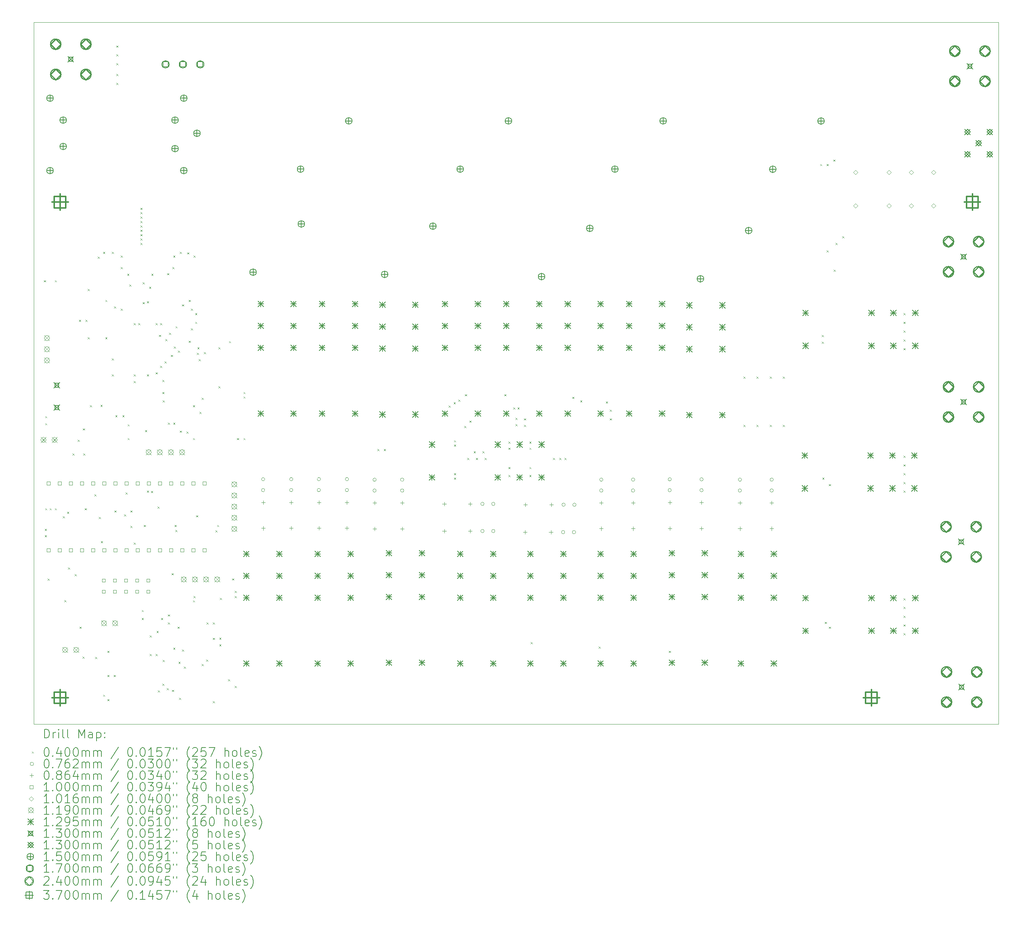
<source format=gbr>
%TF.GenerationSoftware,KiCad,Pcbnew,7.0.1*%
%TF.CreationDate,2023-05-26T07:14:48+02:00*%
%TF.ProjectId,K_Aries,4b5f4172-6965-4732-9e6b-696361645f70,rev?*%
%TF.SameCoordinates,Original*%
%TF.FileFunction,Drillmap*%
%TF.FilePolarity,Positive*%
%FSLAX45Y45*%
G04 Gerber Fmt 4.5, Leading zero omitted, Abs format (unit mm)*
G04 Created by KiCad (PCBNEW 7.0.1) date 2023-05-26 07:14:48*
%MOMM*%
%LPD*%
G01*
G04 APERTURE LIST*
%ADD10C,0.100000*%
%ADD11C,0.200000*%
%ADD12C,0.040000*%
%ADD13C,0.076200*%
%ADD14C,0.086360*%
%ADD15C,0.101600*%
%ADD16C,0.119000*%
%ADD17C,0.129540*%
%ADD18C,0.130000*%
%ADD19C,0.130048*%
%ADD20C,0.150000*%
%ADD21C,0.170000*%
%ADD22C,0.240000*%
%ADD23C,0.370000*%
G04 APERTURE END LIST*
D10*
X10500000Y-5500000D02*
X32500000Y-5500000D01*
X10500000Y-21500000D02*
X10500000Y-5500000D01*
X32500000Y-5500000D02*
X32500000Y-21500000D01*
X32500000Y-21500000D02*
X10500000Y-21500000D01*
D11*
D12*
X10730000Y-11380000D02*
X10770000Y-11420000D01*
X10770000Y-11380000D02*
X10730000Y-11420000D01*
X10750000Y-17050000D02*
X10790000Y-17090000D01*
X10790000Y-17050000D02*
X10750000Y-17090000D01*
X10750000Y-17190000D02*
X10790000Y-17230000D01*
X10790000Y-17190000D02*
X10750000Y-17230000D01*
X10760000Y-14480000D02*
X10800000Y-14520000D01*
X10800000Y-14480000D02*
X10760000Y-14520000D01*
X10760000Y-14640000D02*
X10800000Y-14680000D01*
X10800000Y-14640000D02*
X10760000Y-14680000D01*
X10760000Y-16580000D02*
X10800000Y-16620000D01*
X10800000Y-16580000D02*
X10760000Y-16620000D01*
X10815429Y-18184571D02*
X10855429Y-18224571D01*
X10855429Y-18184571D02*
X10815429Y-18224571D01*
X10860000Y-16580000D02*
X10900000Y-16620000D01*
X10900000Y-16580000D02*
X10860000Y-16620000D01*
X10980000Y-11380000D02*
X11020000Y-11420000D01*
X11020000Y-11380000D02*
X10980000Y-11420000D01*
X10980000Y-16580000D02*
X11020000Y-16620000D01*
X11020000Y-16580000D02*
X10980000Y-16620000D01*
X11160000Y-16760000D02*
X11200000Y-16800000D01*
X11200000Y-16760000D02*
X11160000Y-16800000D01*
X11193000Y-18677000D02*
X11233000Y-18717000D01*
X11233000Y-18677000D02*
X11193000Y-18717000D01*
X11260000Y-16660000D02*
X11300000Y-16700000D01*
X11300000Y-16660000D02*
X11260000Y-16700000D01*
X11280000Y-17930000D02*
X11320000Y-17970000D01*
X11320000Y-17930000D02*
X11280000Y-17970000D01*
X11380000Y-15330000D02*
X11420000Y-15370000D01*
X11420000Y-15330000D02*
X11380000Y-15370000D01*
X11430000Y-18080000D02*
X11470000Y-18120000D01*
X11470000Y-18080000D02*
X11430000Y-18120000D01*
X11500000Y-15017096D02*
X11540000Y-15057096D01*
X11540000Y-15017096D02*
X11500000Y-15057096D01*
X11530000Y-12280000D02*
X11570000Y-12320000D01*
X11570000Y-12280000D02*
X11530000Y-12320000D01*
X11540000Y-19280000D02*
X11580000Y-19320000D01*
X11580000Y-19280000D02*
X11540000Y-19320000D01*
X11610000Y-19960000D02*
X11650000Y-20000000D01*
X11650000Y-19960000D02*
X11610000Y-20000000D01*
X11620000Y-14760000D02*
X11660000Y-14800000D01*
X11660000Y-14760000D02*
X11620000Y-14800000D01*
X11630000Y-15330000D02*
X11670000Y-15370000D01*
X11670000Y-15330000D02*
X11630000Y-15370000D01*
X11660000Y-16580000D02*
X11700000Y-16620000D01*
X11700000Y-16580000D02*
X11660000Y-16620000D01*
X11680000Y-12280000D02*
X11720000Y-12320000D01*
X11720000Y-12280000D02*
X11680000Y-12320000D01*
X11730000Y-11580000D02*
X11770000Y-11620000D01*
X11770000Y-11580000D02*
X11730000Y-11620000D01*
X11730000Y-12680000D02*
X11770000Y-12720000D01*
X11770000Y-12680000D02*
X11730000Y-12720000D01*
X11780000Y-14230000D02*
X11820000Y-14270000D01*
X11820000Y-14230000D02*
X11780000Y-14270000D01*
X11880000Y-16260000D02*
X11920000Y-16300000D01*
X11920000Y-16260000D02*
X11880000Y-16300000D01*
X11900000Y-19970000D02*
X11940000Y-20010000D01*
X11940000Y-19970000D02*
X11900000Y-20010000D01*
X11960000Y-10840000D02*
X12000000Y-10880000D01*
X12000000Y-10840000D02*
X11960000Y-10880000D01*
X11980000Y-16780000D02*
X12020000Y-16820000D01*
X12020000Y-16780000D02*
X11980000Y-16820000D01*
X12020000Y-14220000D02*
X12060000Y-14260000D01*
X12060000Y-14220000D02*
X12020000Y-14260000D01*
X12030000Y-17330000D02*
X12070000Y-17370000D01*
X12070000Y-17330000D02*
X12030000Y-17370000D01*
X12080000Y-10730000D02*
X12120000Y-10770000D01*
X12120000Y-10730000D02*
X12080000Y-10770000D01*
X12080000Y-20830000D02*
X12120000Y-20870000D01*
X12120000Y-20830000D02*
X12080000Y-20870000D01*
X12130000Y-11830000D02*
X12170000Y-11870000D01*
X12170000Y-11830000D02*
X12130000Y-11870000D01*
X12130000Y-12680000D02*
X12170000Y-12720000D01*
X12170000Y-12680000D02*
X12130000Y-12720000D01*
X12180000Y-19830000D02*
X12220000Y-19870000D01*
X12220000Y-19830000D02*
X12180000Y-19870000D01*
X12180000Y-20380000D02*
X12220000Y-20420000D01*
X12220000Y-20380000D02*
X12180000Y-20420000D01*
X12180000Y-20930000D02*
X12220000Y-20970000D01*
X12220000Y-20930000D02*
X12180000Y-20970000D01*
X12280000Y-10730000D02*
X12320000Y-10770000D01*
X12320000Y-10730000D02*
X12280000Y-10770000D01*
X12280000Y-13160000D02*
X12320000Y-13200000D01*
X12320000Y-13160000D02*
X12280000Y-13200000D01*
X12280000Y-13530000D02*
X12320000Y-13570000D01*
X12320000Y-13530000D02*
X12280000Y-13570000D01*
X12320000Y-20380000D02*
X12360000Y-20420000D01*
X12360000Y-20380000D02*
X12320000Y-20420000D01*
X12330000Y-11980000D02*
X12370000Y-12020000D01*
X12370000Y-11980000D02*
X12330000Y-12020000D01*
X12340000Y-16630000D02*
X12380000Y-16670000D01*
X12380000Y-16630000D02*
X12340000Y-16670000D01*
X12360000Y-14460000D02*
X12400000Y-14500000D01*
X12400000Y-14460000D02*
X12360000Y-14500000D01*
X12380000Y-6030000D02*
X12420000Y-6070000D01*
X12420000Y-6030000D02*
X12380000Y-6070000D01*
X12380000Y-6230000D02*
X12420000Y-6270000D01*
X12420000Y-6230000D02*
X12380000Y-6270000D01*
X12380000Y-6430000D02*
X12420000Y-6470000D01*
X12420000Y-6430000D02*
X12380000Y-6470000D01*
X12380000Y-6680000D02*
X12420000Y-6720000D01*
X12420000Y-6680000D02*
X12380000Y-6720000D01*
X12380000Y-6880000D02*
X12420000Y-6920000D01*
X12420000Y-6880000D02*
X12380000Y-6920000D01*
X12480000Y-10820000D02*
X12520000Y-10860000D01*
X12520000Y-10820000D02*
X12480000Y-10860000D01*
X12480000Y-11080000D02*
X12520000Y-11120000D01*
X12520000Y-11080000D02*
X12480000Y-11120000D01*
X12480000Y-12030000D02*
X12520000Y-12070000D01*
X12520000Y-12030000D02*
X12480000Y-12070000D01*
X12520000Y-14460000D02*
X12560000Y-14500000D01*
X12560000Y-14460000D02*
X12520000Y-14500000D01*
X12560000Y-16720000D02*
X12600000Y-16760000D01*
X12600000Y-16720000D02*
X12560000Y-16760000D01*
X12593950Y-16219950D02*
X12633950Y-16259950D01*
X12633950Y-16219950D02*
X12593950Y-16259950D01*
X12630000Y-11230000D02*
X12670000Y-11270000D01*
X12670000Y-11230000D02*
X12630000Y-11270000D01*
X12640000Y-14980000D02*
X12680000Y-15020000D01*
X12680000Y-14980000D02*
X12640000Y-15020000D01*
X12640000Y-14665000D02*
X12680000Y-14705000D01*
X12680000Y-14665000D02*
X12640000Y-14705000D01*
X12680000Y-11480000D02*
X12720000Y-11520000D01*
X12720000Y-11480000D02*
X12680000Y-11520000D01*
X12700000Y-16630000D02*
X12740000Y-16670000D01*
X12740000Y-16630000D02*
X12700000Y-16670000D01*
X12700000Y-16980000D02*
X12740000Y-17020000D01*
X12740000Y-16980000D02*
X12700000Y-17020000D01*
X12780000Y-12360000D02*
X12820000Y-12400000D01*
X12820000Y-12360000D02*
X12780000Y-12400000D01*
X12780000Y-13530000D02*
X12820000Y-13570000D01*
X12820000Y-13530000D02*
X12780000Y-13570000D01*
X12780000Y-13680000D02*
X12820000Y-13720000D01*
X12820000Y-13680000D02*
X12780000Y-13720000D01*
X12780000Y-17360000D02*
X12820000Y-17400000D01*
X12820000Y-17360000D02*
X12780000Y-17400000D01*
X12880000Y-12360000D02*
X12920000Y-12400000D01*
X12920000Y-12360000D02*
X12880000Y-12400000D01*
X12930000Y-9730000D02*
X12970000Y-9770000D01*
X12970000Y-9730000D02*
X12930000Y-9770000D01*
X12930000Y-9830000D02*
X12970000Y-9870000D01*
X12970000Y-9830000D02*
X12930000Y-9870000D01*
X12930000Y-9930000D02*
X12970000Y-9970000D01*
X12970000Y-9930000D02*
X12930000Y-9970000D01*
X12930000Y-10030000D02*
X12970000Y-10070000D01*
X12970000Y-10030000D02*
X12930000Y-10070000D01*
X12930000Y-10130000D02*
X12970000Y-10170000D01*
X12970000Y-10130000D02*
X12930000Y-10170000D01*
X12930000Y-10230000D02*
X12970000Y-10270000D01*
X12970000Y-10230000D02*
X12930000Y-10270000D01*
X12930000Y-10330000D02*
X12970000Y-10370000D01*
X12970000Y-10330000D02*
X12930000Y-10370000D01*
X12930000Y-10430000D02*
X12970000Y-10470000D01*
X12970000Y-10430000D02*
X12930000Y-10470000D01*
X12930000Y-10530000D02*
X12970000Y-10570000D01*
X12970000Y-10530000D02*
X12930000Y-10570000D01*
X12960000Y-18900000D02*
X13000000Y-18940000D01*
X13000000Y-18900000D02*
X12960000Y-18940000D01*
X12960000Y-19080000D02*
X13000000Y-19120000D01*
X13000000Y-19080000D02*
X12960000Y-19120000D01*
X12980000Y-11430000D02*
X13020000Y-11470000D01*
X13020000Y-11430000D02*
X12980000Y-11470000D01*
X12980000Y-11880000D02*
X13020000Y-11920000D01*
X13020000Y-11880000D02*
X12980000Y-11920000D01*
X13007000Y-16960000D02*
X13047000Y-17000000D01*
X13047000Y-16960000D02*
X13007000Y-17000000D01*
X13036533Y-14796533D02*
X13076533Y-14836533D01*
X13076533Y-14796533D02*
X13036533Y-14836533D01*
X13080000Y-11860000D02*
X13120000Y-11900000D01*
X13120000Y-11860000D02*
X13080000Y-11900000D01*
X13080000Y-13530000D02*
X13120000Y-13570000D01*
X13120000Y-13530000D02*
X13080000Y-13570000D01*
X13080000Y-16180000D02*
X13120000Y-16220000D01*
X13120000Y-16180000D02*
X13080000Y-16220000D01*
X13130000Y-11530000D02*
X13170000Y-11570000D01*
X13170000Y-11530000D02*
X13130000Y-11570000D01*
X13140000Y-19479850D02*
X13180000Y-19519850D01*
X13180000Y-19479850D02*
X13140000Y-19519850D01*
X13140000Y-19900000D02*
X13180000Y-19940000D01*
X13180000Y-19900000D02*
X13140000Y-19940000D01*
X13172358Y-16185425D02*
X13212358Y-16225425D01*
X13212358Y-16185425D02*
X13172358Y-16225425D01*
X13180000Y-11230000D02*
X13220000Y-11270000D01*
X13220000Y-11230000D02*
X13180000Y-11270000D01*
X13280000Y-12360000D02*
X13320000Y-12400000D01*
X13320000Y-12360000D02*
X13280000Y-12400000D01*
X13280000Y-13480000D02*
X13320000Y-13520000D01*
X13320000Y-13480000D02*
X13280000Y-13520000D01*
X13280000Y-19900000D02*
X13320000Y-19940000D01*
X13320000Y-19900000D02*
X13280000Y-19940000D01*
X13300000Y-19380000D02*
X13340000Y-19420000D01*
X13340000Y-19380000D02*
X13300000Y-19420000D01*
X13320000Y-16540000D02*
X13360000Y-16580000D01*
X13360000Y-16540000D02*
X13320000Y-16580000D01*
X13330000Y-20730000D02*
X13370000Y-20770000D01*
X13370000Y-20730000D02*
X13330000Y-20770000D01*
X13355000Y-12625000D02*
X13395000Y-12665000D01*
X13395000Y-12625000D02*
X13355000Y-12665000D01*
X13380000Y-12360000D02*
X13420000Y-12400000D01*
X13420000Y-12360000D02*
X13380000Y-12400000D01*
X13380000Y-13330000D02*
X13420000Y-13370000D01*
X13420000Y-13330000D02*
X13380000Y-13370000D01*
X13400000Y-19080000D02*
X13440000Y-19120000D01*
X13440000Y-19080000D02*
X13400000Y-19120000D01*
X13430000Y-13654000D02*
X13470000Y-13694000D01*
X13470000Y-13654000D02*
X13430000Y-13694000D01*
X13430000Y-13930000D02*
X13470000Y-13970000D01*
X13470000Y-13930000D02*
X13430000Y-13970000D01*
X13430000Y-20580000D02*
X13470000Y-20620000D01*
X13470000Y-20580000D02*
X13430000Y-20620000D01*
X13440000Y-14120000D02*
X13480000Y-14160000D01*
X13480000Y-14120000D02*
X13440000Y-14160000D01*
X13440000Y-20040000D02*
X13480000Y-20080000D01*
X13480000Y-20040000D02*
X13440000Y-20080000D01*
X13480000Y-13230000D02*
X13520000Y-13270000D01*
X13520000Y-13230000D02*
X13480000Y-13270000D01*
X13500000Y-12720000D02*
X13540000Y-12760000D01*
X13540000Y-12720000D02*
X13500000Y-12760000D01*
X13530000Y-20680000D02*
X13570000Y-20720000D01*
X13570000Y-20680000D02*
X13530000Y-20720000D01*
X13540000Y-11220000D02*
X13580000Y-11260000D01*
X13580000Y-11220000D02*
X13540000Y-11260000D01*
X13560000Y-14630000D02*
X13600000Y-14670000D01*
X13600000Y-14630000D02*
X13560000Y-14670000D01*
X13560000Y-19000000D02*
X13600000Y-19040000D01*
X13600000Y-19000000D02*
X13560000Y-19040000D01*
X13560000Y-19180000D02*
X13600000Y-19220000D01*
X13600000Y-19180000D02*
X13560000Y-19220000D01*
X13580000Y-12580000D02*
X13620000Y-12620000D01*
X13620000Y-12580000D02*
X13580000Y-12620000D01*
X13627254Y-13082746D02*
X13667254Y-13122746D01*
X13667254Y-13082746D02*
X13627254Y-13122746D01*
X13640000Y-18060000D02*
X13680000Y-18100000D01*
X13680000Y-18060000D02*
X13640000Y-18100000D01*
X13650000Y-20720000D02*
X13690000Y-20760000D01*
X13690000Y-20720000D02*
X13650000Y-20760000D01*
X13660000Y-11080000D02*
X13700000Y-11120000D01*
X13700000Y-11080000D02*
X13660000Y-11120000D01*
X13680000Y-10820000D02*
X13720000Y-10860000D01*
X13720000Y-10820000D02*
X13680000Y-10860000D01*
X13680000Y-14630000D02*
X13720000Y-14670000D01*
X13720000Y-14630000D02*
X13680000Y-14670000D01*
X13680000Y-19760000D02*
X13720000Y-19800000D01*
X13720000Y-19760000D02*
X13680000Y-19800000D01*
X13690000Y-12890000D02*
X13730000Y-12930000D01*
X13730000Y-12890000D02*
X13690000Y-12930000D01*
X13710000Y-16960000D02*
X13750000Y-17000000D01*
X13750000Y-16960000D02*
X13710000Y-17000000D01*
X13725000Y-17071934D02*
X13765000Y-17111934D01*
X13765000Y-17071934D02*
X13725000Y-17111934D01*
X13730000Y-12430000D02*
X13770000Y-12470000D01*
X13770000Y-12430000D02*
X13730000Y-12470000D01*
X13780000Y-19280000D02*
X13820000Y-19320000D01*
X13820000Y-19280000D02*
X13780000Y-19320000D01*
X13785000Y-12985000D02*
X13825000Y-13025000D01*
X13825000Y-12985000D02*
X13785000Y-13025000D01*
X13800000Y-20080000D02*
X13840000Y-20120000D01*
X13840000Y-20080000D02*
X13800000Y-20120000D01*
X13810000Y-20900000D02*
X13850000Y-20940000D01*
X13850000Y-20900000D02*
X13810000Y-20940000D01*
X13830000Y-10730000D02*
X13870000Y-10770000D01*
X13870000Y-10730000D02*
X13830000Y-10770000D01*
X13830000Y-14810000D02*
X13870000Y-14850000D01*
X13870000Y-14810000D02*
X13830000Y-14850000D01*
X13880000Y-11930000D02*
X13920000Y-11970000D01*
X13920000Y-11930000D02*
X13880000Y-11970000D01*
X13880000Y-19800000D02*
X13920000Y-19840000D01*
X13920000Y-19800000D02*
X13880000Y-19840000D01*
X13920963Y-20189375D02*
X13960963Y-20229375D01*
X13960963Y-20189375D02*
X13920963Y-20229375D01*
X13980000Y-14830000D02*
X14020000Y-14870000D01*
X14020000Y-14830000D02*
X13980000Y-14870000D01*
X14000024Y-10745517D02*
X14040024Y-10785517D01*
X14040024Y-10745517D02*
X14000024Y-10785517D01*
X14030000Y-11830000D02*
X14070000Y-11870000D01*
X14070000Y-11830000D02*
X14030000Y-11870000D01*
X14030000Y-12760000D02*
X14070000Y-12800000D01*
X14070000Y-12760000D02*
X14030000Y-12800000D01*
X14080000Y-12030000D02*
X14120000Y-12070000D01*
X14120000Y-12030000D02*
X14080000Y-12070000D01*
X14080000Y-12480000D02*
X14120000Y-12520000D01*
X14120000Y-12480000D02*
X14080000Y-12520000D01*
X14130000Y-14230000D02*
X14170000Y-14270000D01*
X14170000Y-14230000D02*
X14130000Y-14270000D01*
X14130000Y-14980000D02*
X14170000Y-15020000D01*
X14170000Y-14980000D02*
X14130000Y-15020000D01*
X14130000Y-18680000D02*
X14170000Y-18720000D01*
X14170000Y-18680000D02*
X14130000Y-18720000D01*
X14140000Y-10820000D02*
X14180000Y-10860000D01*
X14180000Y-10820000D02*
X14140000Y-10860000D01*
X14140000Y-18580000D02*
X14180000Y-18620000D01*
X14180000Y-18580000D02*
X14140000Y-18620000D01*
X14180000Y-12130000D02*
X14220000Y-12170000D01*
X14220000Y-12130000D02*
X14180000Y-12170000D01*
X14180000Y-12330000D02*
X14220000Y-12370000D01*
X14220000Y-12330000D02*
X14180000Y-12370000D01*
X14200000Y-16740000D02*
X14240000Y-16780000D01*
X14240000Y-16740000D02*
X14200000Y-16780000D01*
X14220000Y-13035500D02*
X14260000Y-13075500D01*
X14260000Y-13035500D02*
X14220000Y-13075500D01*
X14230000Y-12908500D02*
X14270000Y-12948500D01*
X14270000Y-12908500D02*
X14230000Y-12948500D01*
X14260000Y-13180000D02*
X14300000Y-13220000D01*
X14300000Y-13180000D02*
X14260000Y-13220000D01*
X14280000Y-14380000D02*
X14320000Y-14420000D01*
X14320000Y-14380000D02*
X14280000Y-14420000D01*
X14330000Y-14060000D02*
X14370000Y-14100000D01*
X14370000Y-14060000D02*
X14330000Y-14100000D01*
X14330000Y-20130000D02*
X14370000Y-20170000D01*
X14370000Y-20130000D02*
X14330000Y-20170000D01*
X14380000Y-13020000D02*
X14420000Y-13060000D01*
X14420000Y-13020000D02*
X14380000Y-13060000D01*
X14430000Y-20030000D02*
X14470000Y-20070000D01*
X14470000Y-20030000D02*
X14430000Y-20070000D01*
X14440000Y-19180000D02*
X14480000Y-19220000D01*
X14480000Y-19180000D02*
X14440000Y-19220000D01*
X14580000Y-19180000D02*
X14620000Y-19220000D01*
X14620000Y-19180000D02*
X14580000Y-19220000D01*
X14580000Y-20980000D02*
X14620000Y-21020000D01*
X14620000Y-20980000D02*
X14580000Y-21020000D01*
X14581494Y-19533486D02*
X14621494Y-19573486D01*
X14621494Y-19533486D02*
X14581494Y-19573486D01*
X14640000Y-17080000D02*
X14680000Y-17120000D01*
X14680000Y-17080000D02*
X14640000Y-17120000D01*
X14680000Y-16960000D02*
X14720000Y-17000000D01*
X14720000Y-16960000D02*
X14680000Y-17000000D01*
X14710000Y-12910000D02*
X14750000Y-12950000D01*
X14750000Y-12910000D02*
X14710000Y-12950000D01*
X14710000Y-13800000D02*
X14750000Y-13840000D01*
X14750000Y-13800000D02*
X14710000Y-13840000D01*
X14730000Y-19530000D02*
X14770000Y-19570000D01*
X14770000Y-19530000D02*
X14730000Y-19570000D01*
X14730000Y-19680000D02*
X14770000Y-19720000D01*
X14770000Y-19680000D02*
X14730000Y-19720000D01*
X14741315Y-18621315D02*
X14781315Y-18661315D01*
X14781315Y-18621315D02*
X14741315Y-18661315D01*
X14930000Y-20480000D02*
X14970000Y-20520000D01*
X14970000Y-20480000D02*
X14930000Y-20520000D01*
X14950000Y-12770000D02*
X14990000Y-12810000D01*
X14990000Y-12770000D02*
X14950000Y-12810000D01*
X15019850Y-18180000D02*
X15059850Y-18220000D01*
X15059850Y-18180000D02*
X15019850Y-18220000D01*
X15080000Y-18580000D02*
X15120000Y-18620000D01*
X15120000Y-18580000D02*
X15080000Y-18620000D01*
X15080000Y-20630000D02*
X15120000Y-20670000D01*
X15120000Y-20630000D02*
X15080000Y-20670000D01*
X15080050Y-18460000D02*
X15120050Y-18500000D01*
X15120050Y-18460000D02*
X15080050Y-18500000D01*
X15130000Y-14980000D02*
X15170000Y-15020000D01*
X15170000Y-14980000D02*
X15130000Y-15020000D01*
X15280000Y-13930000D02*
X15320000Y-13970000D01*
X15320000Y-13930000D02*
X15280000Y-13970000D01*
X15280000Y-14030000D02*
X15320000Y-14070000D01*
X15320000Y-14030000D02*
X15280000Y-14070000D01*
X15280000Y-14980000D02*
X15320000Y-15020000D01*
X15320000Y-14980000D02*
X15280000Y-15020000D01*
X18330000Y-15230000D02*
X18370000Y-15270000D01*
X18370000Y-15230000D02*
X18330000Y-15270000D01*
X18480000Y-15230000D02*
X18520000Y-15270000D01*
X18520000Y-15230000D02*
X18480000Y-15270000D01*
X19960000Y-14240000D02*
X20000000Y-14280000D01*
X20000000Y-14240000D02*
X19960000Y-14280000D01*
X20073081Y-14159900D02*
X20113081Y-14199900D01*
X20113081Y-14159900D02*
X20073081Y-14199900D01*
X20080000Y-15030000D02*
X20120000Y-15070000D01*
X20120000Y-15030000D02*
X20080000Y-15070000D01*
X20080000Y-15130000D02*
X20120000Y-15170000D01*
X20120000Y-15130000D02*
X20080000Y-15170000D01*
X20080000Y-15780000D02*
X20120000Y-15820000D01*
X20120000Y-15780000D02*
X20080000Y-15820000D01*
X20080000Y-15880000D02*
X20120000Y-15920000D01*
X20120000Y-15880000D02*
X20080000Y-15920000D01*
X20180282Y-14099950D02*
X20220282Y-14139950D01*
X20220282Y-14099950D02*
X20180282Y-14139950D01*
X20313326Y-14705826D02*
X20353326Y-14745826D01*
X20353326Y-14705826D02*
X20313326Y-14745826D01*
X20330000Y-13980000D02*
X20370000Y-14020000D01*
X20370000Y-13980000D02*
X20330000Y-14020000D01*
X20380000Y-15430000D02*
X20420000Y-15470000D01*
X20420000Y-15430000D02*
X20380000Y-15470000D01*
X20430000Y-14580000D02*
X20470000Y-14620000D01*
X20470000Y-14580000D02*
X20430000Y-14620000D01*
X20530000Y-15280000D02*
X20570000Y-15320000D01*
X20570000Y-15280000D02*
X20530000Y-15320000D01*
X20580000Y-15430000D02*
X20620000Y-15470000D01*
X20620000Y-15430000D02*
X20580000Y-15470000D01*
X20730000Y-15280000D02*
X20770000Y-15320000D01*
X20770000Y-15280000D02*
X20730000Y-15320000D01*
X20780000Y-15430000D02*
X20820000Y-15470000D01*
X20820000Y-15430000D02*
X20780000Y-15470000D01*
X21226250Y-13980000D02*
X21266250Y-14020000D01*
X21266250Y-13980000D02*
X21226250Y-14020000D01*
X21320000Y-15060000D02*
X21360000Y-15100000D01*
X21360000Y-15060000D02*
X21320000Y-15100000D01*
X21320000Y-15200000D02*
X21360000Y-15240000D01*
X21360000Y-15200000D02*
X21320000Y-15240000D01*
X21320000Y-15640000D02*
X21360000Y-15680000D01*
X21360000Y-15640000D02*
X21320000Y-15680000D01*
X21320000Y-15820000D02*
X21360000Y-15860000D01*
X21360000Y-15820000D02*
X21320000Y-15860000D01*
X21430000Y-14280000D02*
X21470000Y-14320000D01*
X21470000Y-14280000D02*
X21430000Y-14320000D01*
X21480000Y-14520000D02*
X21520000Y-14560000D01*
X21520000Y-14520000D02*
X21480000Y-14560000D01*
X21480000Y-14660000D02*
X21520000Y-14700000D01*
X21520000Y-14660000D02*
X21480000Y-14700000D01*
X21530000Y-14279850D02*
X21570000Y-14319850D01*
X21570000Y-14279850D02*
X21530000Y-14319850D01*
X21680000Y-14530000D02*
X21720000Y-14570000D01*
X21720000Y-14530000D02*
X21680000Y-14570000D01*
X21680000Y-14680000D02*
X21720000Y-14720000D01*
X21720000Y-14680000D02*
X21680000Y-14720000D01*
X21800000Y-15060000D02*
X21840000Y-15100000D01*
X21840000Y-15060000D02*
X21800000Y-15100000D01*
X21800000Y-15200000D02*
X21840000Y-15240000D01*
X21840000Y-15200000D02*
X21800000Y-15240000D01*
X21800000Y-15640000D02*
X21840000Y-15680000D01*
X21840000Y-15640000D02*
X21800000Y-15680000D01*
X21800000Y-15820000D02*
X21840000Y-15860000D01*
X21840000Y-15820000D02*
X21800000Y-15860000D01*
X21830000Y-19630000D02*
X21870000Y-19670000D01*
X21870000Y-19630000D02*
X21830000Y-19670000D01*
X22340000Y-15430000D02*
X22380000Y-15470000D01*
X22380000Y-15430000D02*
X22340000Y-15470000D01*
X22480000Y-15430000D02*
X22520000Y-15470000D01*
X22520000Y-15430000D02*
X22480000Y-15470000D01*
X22600000Y-15430000D02*
X22640000Y-15470000D01*
X22640000Y-15430000D02*
X22600000Y-15470000D01*
X22780282Y-14040000D02*
X22820282Y-14080000D01*
X22820282Y-14040000D02*
X22780282Y-14080000D01*
X22960000Y-14120000D02*
X23000000Y-14160000D01*
X23000000Y-14120000D02*
X22960000Y-14160000D01*
X23380000Y-19730000D02*
X23420000Y-19770000D01*
X23420000Y-19730000D02*
X23380000Y-19770000D01*
X23545000Y-14145000D02*
X23585000Y-14185000D01*
X23585000Y-14145000D02*
X23545000Y-14185000D01*
X23630000Y-14330000D02*
X23670000Y-14370000D01*
X23670000Y-14330000D02*
X23630000Y-14370000D01*
X23630000Y-14530000D02*
X23670000Y-14570000D01*
X23670000Y-14530000D02*
X23630000Y-14570000D01*
X24980000Y-19830000D02*
X25020000Y-19870000D01*
X25020000Y-19830000D02*
X24980000Y-19870000D01*
X26680000Y-13580000D02*
X26720000Y-13620000D01*
X26720000Y-13580000D02*
X26680000Y-13620000D01*
X26680000Y-14680000D02*
X26720000Y-14720000D01*
X26720000Y-14680000D02*
X26680000Y-14720000D01*
X26980000Y-13580000D02*
X27020000Y-13620000D01*
X27020000Y-13580000D02*
X26980000Y-13620000D01*
X26980000Y-14680000D02*
X27020000Y-14720000D01*
X27020000Y-14680000D02*
X26980000Y-14720000D01*
X27280000Y-13580000D02*
X27320000Y-13620000D01*
X27320000Y-13580000D02*
X27280000Y-13620000D01*
X27280000Y-14680000D02*
X27320000Y-14720000D01*
X27320000Y-14680000D02*
X27280000Y-14720000D01*
X27580000Y-13580000D02*
X27620000Y-13620000D01*
X27620000Y-13580000D02*
X27580000Y-13620000D01*
X27580000Y-14680000D02*
X27620000Y-14720000D01*
X27620000Y-14680000D02*
X27580000Y-14720000D01*
X28430000Y-8730000D02*
X28470000Y-8770000D01*
X28470000Y-8730000D02*
X28430000Y-8770000D01*
X28470050Y-12630000D02*
X28510050Y-12670000D01*
X28510050Y-12630000D02*
X28470050Y-12670000D01*
X28470050Y-12780000D02*
X28510050Y-12820000D01*
X28510050Y-12780000D02*
X28470050Y-12820000D01*
X28480000Y-15880000D02*
X28520000Y-15920000D01*
X28520000Y-15880000D02*
X28480000Y-15920000D01*
X28536628Y-19170765D02*
X28576628Y-19210765D01*
X28576628Y-19170765D02*
X28536628Y-19210765D01*
X28580000Y-8730000D02*
X28620000Y-8770000D01*
X28620000Y-8730000D02*
X28580000Y-8770000D01*
X28580000Y-10700000D02*
X28620000Y-10740000D01*
X28620000Y-10700000D02*
X28580000Y-10740000D01*
X28630000Y-16030000D02*
X28670000Y-16070000D01*
X28670000Y-16030000D02*
X28630000Y-16070000D01*
X28630000Y-19280000D02*
X28670000Y-19320000D01*
X28670000Y-19280000D02*
X28630000Y-19320000D01*
X28730000Y-8630000D02*
X28770000Y-8670000D01*
X28770000Y-8630000D02*
X28730000Y-8670000D01*
X28740000Y-11140000D02*
X28780000Y-11180000D01*
X28780000Y-11140000D02*
X28740000Y-11180000D01*
X28780000Y-10530000D02*
X28820000Y-10570000D01*
X28820000Y-10530000D02*
X28780000Y-10570000D01*
X28930000Y-10380000D02*
X28970000Y-10420000D01*
X28970000Y-10380000D02*
X28930000Y-10420000D01*
X30330000Y-12130000D02*
X30370000Y-12170000D01*
X30370000Y-12130000D02*
X30330000Y-12170000D01*
X30330000Y-12330000D02*
X30370000Y-12370000D01*
X30370000Y-12330000D02*
X30330000Y-12370000D01*
X30330000Y-12530000D02*
X30370000Y-12570000D01*
X30370000Y-12530000D02*
X30330000Y-12570000D01*
X30330000Y-12730000D02*
X30370000Y-12770000D01*
X30370000Y-12730000D02*
X30330000Y-12770000D01*
X30330000Y-12930000D02*
X30370000Y-12970000D01*
X30370000Y-12930000D02*
X30330000Y-12970000D01*
X30330000Y-15380000D02*
X30370000Y-15420000D01*
X30370000Y-15380000D02*
X30330000Y-15420000D01*
X30330000Y-15580000D02*
X30370000Y-15620000D01*
X30370000Y-15580000D02*
X30330000Y-15620000D01*
X30330000Y-15780000D02*
X30370000Y-15820000D01*
X30370000Y-15780000D02*
X30330000Y-15820000D01*
X30330000Y-15980000D02*
X30370000Y-16020000D01*
X30370000Y-15980000D02*
X30330000Y-16020000D01*
X30330000Y-16180000D02*
X30370000Y-16220000D01*
X30370000Y-16180000D02*
X30330000Y-16220000D01*
X30330000Y-18630000D02*
X30370000Y-18670000D01*
X30370000Y-18630000D02*
X30330000Y-18670000D01*
X30330000Y-18830000D02*
X30370000Y-18870000D01*
X30370000Y-18830000D02*
X30330000Y-18870000D01*
X30330000Y-19030000D02*
X30370000Y-19070000D01*
X30370000Y-19030000D02*
X30330000Y-19070000D01*
X30330000Y-19230000D02*
X30370000Y-19270000D01*
X30370000Y-19230000D02*
X30330000Y-19270000D01*
X30330000Y-19430000D02*
X30370000Y-19470000D01*
X30370000Y-19430000D02*
X30330000Y-19470000D01*
D13*
X15767100Y-16166000D02*
G75*
G03*
X15767100Y-16166000I-38100J0D01*
G01*
X15768100Y-15918000D02*
G75*
G03*
X15768100Y-15918000I-38100J0D01*
G01*
X16407100Y-16164675D02*
G75*
G03*
X16407100Y-16164675I-38100J0D01*
G01*
X16408100Y-15916675D02*
G75*
G03*
X16408100Y-15916675I-38100J0D01*
G01*
X17037100Y-16164675D02*
G75*
G03*
X17037100Y-16164675I-38100J0D01*
G01*
X17038100Y-15916675D02*
G75*
G03*
X17038100Y-15916675I-38100J0D01*
G01*
X17677100Y-16164675D02*
G75*
G03*
X17677100Y-16164675I-38100J0D01*
G01*
X17678100Y-15916675D02*
G75*
G03*
X17678100Y-15916675I-38100J0D01*
G01*
X18307100Y-16176000D02*
G75*
G03*
X18307100Y-16176000I-38100J0D01*
G01*
X18308100Y-15928000D02*
G75*
G03*
X18308100Y-15928000I-38100J0D01*
G01*
X18937100Y-16176000D02*
G75*
G03*
X18937100Y-16176000I-38100J0D01*
G01*
X18938100Y-15928000D02*
G75*
G03*
X18938100Y-15928000I-38100J0D01*
G01*
X20767100Y-16479000D02*
G75*
G03*
X20767100Y-16479000I-38100J0D01*
G01*
X20767100Y-17099000D02*
G75*
G03*
X20767100Y-17099000I-38100J0D01*
G01*
X21015100Y-16480000D02*
G75*
G03*
X21015100Y-16480000I-38100J0D01*
G01*
X21015100Y-17100000D02*
G75*
G03*
X21015100Y-17100000I-38100J0D01*
G01*
X22607100Y-17124000D02*
G75*
G03*
X22607100Y-17124000I-38100J0D01*
G01*
X22617100Y-16499000D02*
G75*
G03*
X22617100Y-16499000I-38100J0D01*
G01*
X22855100Y-17125000D02*
G75*
G03*
X22855100Y-17125000I-38100J0D01*
G01*
X22865100Y-16500000D02*
G75*
G03*
X22865100Y-16500000I-38100J0D01*
G01*
X23477100Y-16174675D02*
G75*
G03*
X23477100Y-16174675I-38100J0D01*
G01*
X23478100Y-15926675D02*
G75*
G03*
X23478100Y-15926675I-38100J0D01*
G01*
X24201940Y-16174675D02*
G75*
G03*
X24201940Y-16174675I-38100J0D01*
G01*
X24202940Y-15926675D02*
G75*
G03*
X24202940Y-15926675I-38100J0D01*
G01*
X25037100Y-16168000D02*
G75*
G03*
X25037100Y-16168000I-38100J0D01*
G01*
X25038100Y-15920000D02*
G75*
G03*
X25038100Y-15920000I-38100J0D01*
G01*
X25761940Y-16168000D02*
G75*
G03*
X25761940Y-16168000I-38100J0D01*
G01*
X25762940Y-15920000D02*
G75*
G03*
X25762940Y-15920000I-38100J0D01*
G01*
X26637100Y-16174675D02*
G75*
G03*
X26637100Y-16174675I-38100J0D01*
G01*
X26638100Y-15926675D02*
G75*
G03*
X26638100Y-15926675I-38100J0D01*
G01*
X27361940Y-16174675D02*
G75*
G03*
X27361940Y-16174675I-38100J0D01*
G01*
X27362940Y-15926675D02*
G75*
G03*
X27362940Y-15926675I-38100J0D01*
G01*
D14*
X15730000Y-16401820D02*
X15730000Y-16488180D01*
X15686820Y-16445000D02*
X15773180Y-16445000D01*
X15730000Y-16991820D02*
X15730000Y-17078180D01*
X15686820Y-17035000D02*
X15773180Y-17035000D01*
X16370000Y-16400495D02*
X16370000Y-16486855D01*
X16326820Y-16443675D02*
X16413180Y-16443675D01*
X16370000Y-16990495D02*
X16370000Y-17076855D01*
X16326820Y-17033675D02*
X16413180Y-17033675D01*
X17000000Y-16400495D02*
X17000000Y-16486855D01*
X16956820Y-16443675D02*
X17043180Y-16443675D01*
X17000000Y-16990495D02*
X17000000Y-17076855D01*
X16956820Y-17033675D02*
X17043180Y-17033675D01*
X17640000Y-16400495D02*
X17640000Y-16486855D01*
X17596820Y-16443675D02*
X17683180Y-16443675D01*
X17640000Y-16990495D02*
X17640000Y-17076855D01*
X17596820Y-17033675D02*
X17683180Y-17033675D01*
X18270000Y-16411820D02*
X18270000Y-16498180D01*
X18226820Y-16455000D02*
X18313180Y-16455000D01*
X18270000Y-17001820D02*
X18270000Y-17088180D01*
X18226820Y-17045000D02*
X18313180Y-17045000D01*
X18900000Y-16411820D02*
X18900000Y-16498180D01*
X18856820Y-16455000D02*
X18943180Y-16455000D01*
X18900000Y-17001820D02*
X18900000Y-17088180D01*
X18856820Y-17045000D02*
X18943180Y-17045000D01*
X19860000Y-16436820D02*
X19860000Y-16523180D01*
X19816820Y-16480000D02*
X19903180Y-16480000D01*
X19860000Y-17056820D02*
X19860000Y-17143180D01*
X19816820Y-17100000D02*
X19903180Y-17100000D01*
X20450000Y-16436820D02*
X20450000Y-16523180D01*
X20406820Y-16480000D02*
X20493180Y-16480000D01*
X20450000Y-17056820D02*
X20450000Y-17143180D01*
X20406820Y-17100000D02*
X20493180Y-17100000D01*
X21700000Y-17081820D02*
X21700000Y-17168180D01*
X21656820Y-17125000D02*
X21743180Y-17125000D01*
X21710000Y-16456820D02*
X21710000Y-16543180D01*
X21666820Y-16500000D02*
X21753180Y-16500000D01*
X22290000Y-17081820D02*
X22290000Y-17168180D01*
X22246820Y-17125000D02*
X22333180Y-17125000D01*
X22300000Y-16456820D02*
X22300000Y-16543180D01*
X22256820Y-16500000D02*
X22343180Y-16500000D01*
X23440000Y-16410495D02*
X23440000Y-16496855D01*
X23396820Y-16453675D02*
X23483180Y-16453675D01*
X23440000Y-17000495D02*
X23440000Y-17086855D01*
X23396820Y-17043675D02*
X23483180Y-17043675D01*
X24164840Y-16410495D02*
X24164840Y-16496855D01*
X24121660Y-16453675D02*
X24208020Y-16453675D01*
X24164840Y-17000495D02*
X24164840Y-17086855D01*
X24121660Y-17043675D02*
X24208020Y-17043675D01*
X25000000Y-16403820D02*
X25000000Y-16490180D01*
X24956820Y-16447000D02*
X25043180Y-16447000D01*
X25000000Y-16993820D02*
X25000000Y-17080180D01*
X24956820Y-17037000D02*
X25043180Y-17037000D01*
X25724840Y-16403820D02*
X25724840Y-16490180D01*
X25681660Y-16447000D02*
X25768020Y-16447000D01*
X25724840Y-16993820D02*
X25724840Y-17080180D01*
X25681660Y-17037000D02*
X25768020Y-17037000D01*
X26600000Y-16410495D02*
X26600000Y-16496855D01*
X26556820Y-16453675D02*
X26643180Y-16453675D01*
X26600000Y-17000495D02*
X26600000Y-17086855D01*
X26556820Y-17043675D02*
X26643180Y-17043675D01*
X27324840Y-16410495D02*
X27324840Y-16496855D01*
X27281660Y-16453675D02*
X27368020Y-16453675D01*
X27324840Y-17000495D02*
X27324840Y-17086855D01*
X27281660Y-17043675D02*
X27368020Y-17043675D01*
D10*
X10869356Y-16045356D02*
X10869356Y-15974644D01*
X10798644Y-15974644D01*
X10798644Y-16045356D01*
X10869356Y-16045356D01*
X10869356Y-17569356D02*
X10869356Y-17498644D01*
X10798644Y-17498644D01*
X10798644Y-17569356D01*
X10869356Y-17569356D01*
X11123356Y-16045356D02*
X11123356Y-15974644D01*
X11052644Y-15974644D01*
X11052644Y-16045356D01*
X11123356Y-16045356D01*
X11123356Y-17569356D02*
X11123356Y-17498644D01*
X11052644Y-17498644D01*
X11052644Y-17569356D01*
X11123356Y-17569356D01*
X11377356Y-16045356D02*
X11377356Y-15974644D01*
X11306644Y-15974644D01*
X11306644Y-16045356D01*
X11377356Y-16045356D01*
X11377356Y-17569356D02*
X11377356Y-17498644D01*
X11306644Y-17498644D01*
X11306644Y-17569356D01*
X11377356Y-17569356D01*
X11631356Y-16045356D02*
X11631356Y-15974644D01*
X11560644Y-15974644D01*
X11560644Y-16045356D01*
X11631356Y-16045356D01*
X11631356Y-17569356D02*
X11631356Y-17498644D01*
X11560644Y-17498644D01*
X11560644Y-17569356D01*
X11631356Y-17569356D01*
X11885356Y-16045356D02*
X11885356Y-15974644D01*
X11814644Y-15974644D01*
X11814644Y-16045356D01*
X11885356Y-16045356D01*
X11885356Y-17569356D02*
X11885356Y-17498644D01*
X11814644Y-17498644D01*
X11814644Y-17569356D01*
X11885356Y-17569356D01*
X12127356Y-18260106D02*
X12127356Y-18189394D01*
X12056644Y-18189394D01*
X12056644Y-18260106D01*
X12127356Y-18260106D01*
X12127356Y-18514106D02*
X12127356Y-18443394D01*
X12056644Y-18443394D01*
X12056644Y-18514106D01*
X12127356Y-18514106D01*
X12139356Y-16045356D02*
X12139356Y-15974644D01*
X12068644Y-15974644D01*
X12068644Y-16045356D01*
X12139356Y-16045356D01*
X12139356Y-17569356D02*
X12139356Y-17498644D01*
X12068644Y-17498644D01*
X12068644Y-17569356D01*
X12139356Y-17569356D01*
X12381356Y-18260106D02*
X12381356Y-18189394D01*
X12310644Y-18189394D01*
X12310644Y-18260106D01*
X12381356Y-18260106D01*
X12381356Y-18514106D02*
X12381356Y-18443394D01*
X12310644Y-18443394D01*
X12310644Y-18514106D01*
X12381356Y-18514106D01*
X12393356Y-16045356D02*
X12393356Y-15974644D01*
X12322644Y-15974644D01*
X12322644Y-16045356D01*
X12393356Y-16045356D01*
X12393356Y-17569356D02*
X12393356Y-17498644D01*
X12322644Y-17498644D01*
X12322644Y-17569356D01*
X12393356Y-17569356D01*
X12635356Y-18260106D02*
X12635356Y-18189394D01*
X12564644Y-18189394D01*
X12564644Y-18260106D01*
X12635356Y-18260106D01*
X12635356Y-18514106D02*
X12635356Y-18443394D01*
X12564644Y-18443394D01*
X12564644Y-18514106D01*
X12635356Y-18514106D01*
X12647356Y-16045356D02*
X12647356Y-15974644D01*
X12576644Y-15974644D01*
X12576644Y-16045356D01*
X12647356Y-16045356D01*
X12647356Y-17569356D02*
X12647356Y-17498644D01*
X12576644Y-17498644D01*
X12576644Y-17569356D01*
X12647356Y-17569356D01*
X12889356Y-18260106D02*
X12889356Y-18189394D01*
X12818644Y-18189394D01*
X12818644Y-18260106D01*
X12889356Y-18260106D01*
X12889356Y-18514106D02*
X12889356Y-18443394D01*
X12818644Y-18443394D01*
X12818644Y-18514106D01*
X12889356Y-18514106D01*
X12901356Y-16045356D02*
X12901356Y-15974644D01*
X12830644Y-15974644D01*
X12830644Y-16045356D01*
X12901356Y-16045356D01*
X12901356Y-17569356D02*
X12901356Y-17498644D01*
X12830644Y-17498644D01*
X12830644Y-17569356D01*
X12901356Y-17569356D01*
X13143356Y-18260106D02*
X13143356Y-18189394D01*
X13072644Y-18189394D01*
X13072644Y-18260106D01*
X13143356Y-18260106D01*
X13143356Y-18514106D02*
X13143356Y-18443394D01*
X13072644Y-18443394D01*
X13072644Y-18514106D01*
X13143356Y-18514106D01*
X13155356Y-16045356D02*
X13155356Y-15974644D01*
X13084644Y-15974644D01*
X13084644Y-16045356D01*
X13155356Y-16045356D01*
X13155356Y-17569356D02*
X13155356Y-17498644D01*
X13084644Y-17498644D01*
X13084644Y-17569356D01*
X13155356Y-17569356D01*
X13409356Y-16045356D02*
X13409356Y-15974644D01*
X13338644Y-15974644D01*
X13338644Y-16045356D01*
X13409356Y-16045356D01*
X13409356Y-17569356D02*
X13409356Y-17498644D01*
X13338644Y-17498644D01*
X13338644Y-17569356D01*
X13409356Y-17569356D01*
X13663356Y-16045356D02*
X13663356Y-15974644D01*
X13592644Y-15974644D01*
X13592644Y-16045356D01*
X13663356Y-16045356D01*
X13663356Y-17569356D02*
X13663356Y-17498644D01*
X13592644Y-17498644D01*
X13592644Y-17569356D01*
X13663356Y-17569356D01*
X13917356Y-16045356D02*
X13917356Y-15974644D01*
X13846644Y-15974644D01*
X13846644Y-16045356D01*
X13917356Y-16045356D01*
X13917356Y-17569356D02*
X13917356Y-17498644D01*
X13846644Y-17498644D01*
X13846644Y-17569356D01*
X13917356Y-17569356D01*
X14171356Y-16045356D02*
X14171356Y-15974644D01*
X14100644Y-15974644D01*
X14100644Y-16045356D01*
X14171356Y-16045356D01*
X14171356Y-17569356D02*
X14171356Y-17498644D01*
X14100644Y-17498644D01*
X14100644Y-17569356D01*
X14171356Y-17569356D01*
X14425356Y-16045356D02*
X14425356Y-15974644D01*
X14354644Y-15974644D01*
X14354644Y-16045356D01*
X14425356Y-16045356D01*
X14425356Y-17569356D02*
X14425356Y-17498644D01*
X14354644Y-17498644D01*
X14354644Y-17569356D01*
X14425356Y-17569356D01*
D15*
X29238000Y-8969800D02*
X29288800Y-8919000D01*
X29238000Y-8868200D01*
X29187200Y-8919000D01*
X29238000Y-8969800D01*
X29238000Y-9731800D02*
X29288800Y-9681000D01*
X29238000Y-9630200D01*
X29187200Y-9681000D01*
X29238000Y-9731800D01*
X30000000Y-8969800D02*
X30050800Y-8919000D01*
X30000000Y-8868200D01*
X29949200Y-8919000D01*
X30000000Y-8969800D01*
X30000000Y-9731800D02*
X30050800Y-9681000D01*
X30000000Y-9630200D01*
X29949200Y-9681000D01*
X30000000Y-9731800D01*
X30508000Y-8969800D02*
X30558800Y-8919000D01*
X30508000Y-8868200D01*
X30457200Y-8919000D01*
X30508000Y-8969800D01*
X30508000Y-9731800D02*
X30558800Y-9681000D01*
X30508000Y-9630200D01*
X30457200Y-9681000D01*
X30508000Y-9731800D01*
X31016000Y-8969800D02*
X31066800Y-8919000D01*
X31016000Y-8868200D01*
X30965200Y-8919000D01*
X31016000Y-8969800D01*
X31016000Y-9731800D02*
X31066800Y-9681000D01*
X31016000Y-9630200D01*
X30965200Y-9681000D01*
X31016000Y-9731800D01*
D16*
X10660500Y-14960500D02*
X10779500Y-15079500D01*
X10779500Y-14960500D02*
X10660500Y-15079500D01*
X10779500Y-15020000D02*
G75*
G03*
X10779500Y-15020000I-59500J0D01*
G01*
X10740500Y-12640500D02*
X10859500Y-12759500D01*
X10859500Y-12640500D02*
X10740500Y-12759500D01*
X10859500Y-12700000D02*
G75*
G03*
X10859500Y-12700000I-59500J0D01*
G01*
X10740500Y-12894500D02*
X10859500Y-13013500D01*
X10859500Y-12894500D02*
X10740500Y-13013500D01*
X10859500Y-12954000D02*
G75*
G03*
X10859500Y-12954000I-59500J0D01*
G01*
X10740500Y-13148500D02*
X10859500Y-13267500D01*
X10859500Y-13148500D02*
X10740500Y-13267500D01*
X10859500Y-13208000D02*
G75*
G03*
X10859500Y-13208000I-59500J0D01*
G01*
X10914500Y-14960500D02*
X11033500Y-15079500D01*
X11033500Y-14960500D02*
X10914500Y-15079500D01*
X11033500Y-15020000D02*
G75*
G03*
X11033500Y-15020000I-59500J0D01*
G01*
X11153500Y-19748500D02*
X11272500Y-19867500D01*
X11272500Y-19748500D02*
X11153500Y-19867500D01*
X11272500Y-19808000D02*
G75*
G03*
X11272500Y-19808000I-59500J0D01*
G01*
X11407500Y-19748500D02*
X11526500Y-19867500D01*
X11526500Y-19748500D02*
X11407500Y-19867500D01*
X11526500Y-19808000D02*
G75*
G03*
X11526500Y-19808000I-59500J0D01*
G01*
X12040500Y-19140500D02*
X12159500Y-19259500D01*
X12159500Y-19140500D02*
X12040500Y-19259500D01*
X12159500Y-19200000D02*
G75*
G03*
X12159500Y-19200000I-59500J0D01*
G01*
X12294500Y-19140500D02*
X12413500Y-19259500D01*
X12413500Y-19140500D02*
X12294500Y-19259500D01*
X12413500Y-19200000D02*
G75*
G03*
X12413500Y-19200000I-59500J0D01*
G01*
X13059500Y-15242500D02*
X13178500Y-15361500D01*
X13178500Y-15242500D02*
X13059500Y-15361500D01*
X13178500Y-15302000D02*
G75*
G03*
X13178500Y-15302000I-59500J0D01*
G01*
X13313500Y-15242500D02*
X13432500Y-15361500D01*
X13432500Y-15242500D02*
X13313500Y-15361500D01*
X13432500Y-15302000D02*
G75*
G03*
X13432500Y-15302000I-59500J0D01*
G01*
X13567500Y-15242500D02*
X13686500Y-15361500D01*
X13686500Y-15242500D02*
X13567500Y-15361500D01*
X13686500Y-15302000D02*
G75*
G03*
X13686500Y-15302000I-59500J0D01*
G01*
X13821500Y-15242500D02*
X13940500Y-15361500D01*
X13940500Y-15242500D02*
X13821500Y-15361500D01*
X13940500Y-15302000D02*
G75*
G03*
X13940500Y-15302000I-59500J0D01*
G01*
X13859500Y-18142500D02*
X13978500Y-18261500D01*
X13978500Y-18142500D02*
X13859500Y-18261500D01*
X13978500Y-18202000D02*
G75*
G03*
X13978500Y-18202000I-59500J0D01*
G01*
X14113500Y-18142500D02*
X14232500Y-18261500D01*
X14232500Y-18142500D02*
X14113500Y-18261500D01*
X14232500Y-18202000D02*
G75*
G03*
X14232500Y-18202000I-59500J0D01*
G01*
X14367500Y-18142500D02*
X14486500Y-18261500D01*
X14486500Y-18142500D02*
X14367500Y-18261500D01*
X14486500Y-18202000D02*
G75*
G03*
X14486500Y-18202000I-59500J0D01*
G01*
X14621500Y-18142500D02*
X14740500Y-18261500D01*
X14740500Y-18142500D02*
X14621500Y-18261500D01*
X14740500Y-18202000D02*
G75*
G03*
X14740500Y-18202000I-59500J0D01*
G01*
X15010500Y-15974500D02*
X15129500Y-16093500D01*
X15129500Y-15974500D02*
X15010500Y-16093500D01*
X15129500Y-16034000D02*
G75*
G03*
X15129500Y-16034000I-59500J0D01*
G01*
X15010500Y-16228500D02*
X15129500Y-16347500D01*
X15129500Y-16228500D02*
X15010500Y-16347500D01*
X15129500Y-16288000D02*
G75*
G03*
X15129500Y-16288000I-59500J0D01*
G01*
X15010500Y-16482500D02*
X15129500Y-16601500D01*
X15129500Y-16482500D02*
X15010500Y-16601500D01*
X15129500Y-16542000D02*
G75*
G03*
X15129500Y-16542000I-59500J0D01*
G01*
X15010500Y-16736500D02*
X15129500Y-16855500D01*
X15129500Y-16736500D02*
X15010500Y-16855500D01*
X15129500Y-16796000D02*
G75*
G03*
X15129500Y-16796000I-59500J0D01*
G01*
X15010500Y-16990500D02*
X15129500Y-17109500D01*
X15129500Y-16990500D02*
X15010500Y-17109500D01*
X15129500Y-17050000D02*
G75*
G03*
X15129500Y-17050000I-59500J0D01*
G01*
D17*
X15285230Y-17555230D02*
X15414770Y-17684770D01*
X15414770Y-17555230D02*
X15285230Y-17684770D01*
X15350000Y-17555230D02*
X15350000Y-17684770D01*
X15285230Y-17620000D02*
X15414770Y-17620000D01*
X15285230Y-18055230D02*
X15414770Y-18184770D01*
X15414770Y-18055230D02*
X15285230Y-18184770D01*
X15350000Y-18055230D02*
X15350000Y-18184770D01*
X15285230Y-18120000D02*
X15414770Y-18120000D01*
X15285230Y-18555230D02*
X15414770Y-18684770D01*
X15414770Y-18555230D02*
X15285230Y-18684770D01*
X15350000Y-18555230D02*
X15350000Y-18684770D01*
X15285230Y-18620000D02*
X15414770Y-18620000D01*
X15285230Y-20055230D02*
X15414770Y-20184770D01*
X15414770Y-20055230D02*
X15285230Y-20184770D01*
X15350000Y-20055230D02*
X15350000Y-20184770D01*
X15285230Y-20120000D02*
X15414770Y-20120000D01*
X15610230Y-11855229D02*
X15739770Y-11984769D01*
X15739770Y-11855229D02*
X15610230Y-11984769D01*
X15675000Y-11855229D02*
X15675000Y-11984769D01*
X15610230Y-11919999D02*
X15739770Y-11919999D01*
X15610230Y-12355229D02*
X15739770Y-12484769D01*
X15739770Y-12355229D02*
X15610230Y-12484769D01*
X15675000Y-12355229D02*
X15675000Y-12484769D01*
X15610230Y-12419999D02*
X15739770Y-12419999D01*
X15610230Y-12855230D02*
X15739770Y-12984770D01*
X15739770Y-12855230D02*
X15610230Y-12984770D01*
X15675000Y-12855230D02*
X15675000Y-12984770D01*
X15610230Y-12920000D02*
X15739770Y-12920000D01*
X15610230Y-14355230D02*
X15739770Y-14484770D01*
X15739770Y-14355230D02*
X15610230Y-14484770D01*
X15675000Y-14355230D02*
X15675000Y-14484770D01*
X15610230Y-14420000D02*
X15739770Y-14420000D01*
X16035230Y-17555230D02*
X16164770Y-17684770D01*
X16164770Y-17555230D02*
X16035230Y-17684770D01*
X16100000Y-17555230D02*
X16100000Y-17684770D01*
X16035230Y-17620000D02*
X16164770Y-17620000D01*
X16035230Y-18055230D02*
X16164770Y-18184770D01*
X16164770Y-18055230D02*
X16035230Y-18184770D01*
X16100000Y-18055230D02*
X16100000Y-18184770D01*
X16035230Y-18120000D02*
X16164770Y-18120000D01*
X16035230Y-18555230D02*
X16164770Y-18684770D01*
X16164770Y-18555230D02*
X16035230Y-18684770D01*
X16100000Y-18555230D02*
X16100000Y-18684770D01*
X16035230Y-18620000D02*
X16164770Y-18620000D01*
X16035230Y-20055230D02*
X16164770Y-20184770D01*
X16164770Y-20055230D02*
X16035230Y-20184770D01*
X16100000Y-20055230D02*
X16100000Y-20184770D01*
X16035230Y-20120000D02*
X16164770Y-20120000D01*
X16360230Y-11855229D02*
X16489770Y-11984769D01*
X16489770Y-11855229D02*
X16360230Y-11984769D01*
X16425000Y-11855229D02*
X16425000Y-11984769D01*
X16360230Y-11919999D02*
X16489770Y-11919999D01*
X16360230Y-12355229D02*
X16489770Y-12484769D01*
X16489770Y-12355229D02*
X16360230Y-12484769D01*
X16425000Y-12355229D02*
X16425000Y-12484769D01*
X16360230Y-12419999D02*
X16489770Y-12419999D01*
X16360230Y-12855230D02*
X16489770Y-12984770D01*
X16489770Y-12855230D02*
X16360230Y-12984770D01*
X16425000Y-12855230D02*
X16425000Y-12984770D01*
X16360230Y-12920000D02*
X16489770Y-12920000D01*
X16360230Y-14355230D02*
X16489770Y-14484770D01*
X16489770Y-14355230D02*
X16360230Y-14484770D01*
X16425000Y-14355230D02*
X16425000Y-14484770D01*
X16360230Y-14420000D02*
X16489770Y-14420000D01*
X16910230Y-17555230D02*
X17039770Y-17684770D01*
X17039770Y-17555230D02*
X16910230Y-17684770D01*
X16975000Y-17555230D02*
X16975000Y-17684770D01*
X16910230Y-17620000D02*
X17039770Y-17620000D01*
X16910230Y-18055230D02*
X17039770Y-18184770D01*
X17039770Y-18055230D02*
X16910230Y-18184770D01*
X16975000Y-18055230D02*
X16975000Y-18184770D01*
X16910230Y-18120000D02*
X17039770Y-18120000D01*
X16910230Y-18555230D02*
X17039770Y-18684770D01*
X17039770Y-18555230D02*
X16910230Y-18684770D01*
X16975000Y-18555230D02*
X16975000Y-18684770D01*
X16910230Y-18620000D02*
X17039770Y-18620000D01*
X16910230Y-20055230D02*
X17039770Y-20184770D01*
X17039770Y-20055230D02*
X16910230Y-20184770D01*
X16975000Y-20055230D02*
X16975000Y-20184770D01*
X16910230Y-20120000D02*
X17039770Y-20120000D01*
X17010230Y-11855229D02*
X17139770Y-11984769D01*
X17139770Y-11855229D02*
X17010230Y-11984769D01*
X17075000Y-11855229D02*
X17075000Y-11984769D01*
X17010230Y-11919999D02*
X17139770Y-11919999D01*
X17010230Y-12355229D02*
X17139770Y-12484769D01*
X17139770Y-12355229D02*
X17010230Y-12484769D01*
X17075000Y-12355229D02*
X17075000Y-12484769D01*
X17010230Y-12419999D02*
X17139770Y-12419999D01*
X17010230Y-12855230D02*
X17139770Y-12984770D01*
X17139770Y-12855230D02*
X17010230Y-12984770D01*
X17075000Y-12855230D02*
X17075000Y-12984770D01*
X17010230Y-12920000D02*
X17139770Y-12920000D01*
X17010230Y-14355230D02*
X17139770Y-14484770D01*
X17139770Y-14355230D02*
X17010230Y-14484770D01*
X17075000Y-14355230D02*
X17075000Y-14484770D01*
X17010230Y-14420000D02*
X17139770Y-14420000D01*
X17660230Y-17555230D02*
X17789770Y-17684770D01*
X17789770Y-17555230D02*
X17660230Y-17684770D01*
X17725000Y-17555230D02*
X17725000Y-17684770D01*
X17660230Y-17620000D02*
X17789770Y-17620000D01*
X17660230Y-18055230D02*
X17789770Y-18184770D01*
X17789770Y-18055230D02*
X17660230Y-18184770D01*
X17725000Y-18055230D02*
X17725000Y-18184770D01*
X17660230Y-18120000D02*
X17789770Y-18120000D01*
X17660230Y-18555230D02*
X17789770Y-18684770D01*
X17789770Y-18555230D02*
X17660230Y-18684770D01*
X17725000Y-18555230D02*
X17725000Y-18684770D01*
X17660230Y-18620000D02*
X17789770Y-18620000D01*
X17660230Y-20055230D02*
X17789770Y-20184770D01*
X17789770Y-20055230D02*
X17660230Y-20184770D01*
X17725000Y-20055230D02*
X17725000Y-20184770D01*
X17660230Y-20120000D02*
X17789770Y-20120000D01*
X17760230Y-11855229D02*
X17889770Y-11984769D01*
X17889770Y-11855229D02*
X17760230Y-11984769D01*
X17825000Y-11855229D02*
X17825000Y-11984769D01*
X17760230Y-11919999D02*
X17889770Y-11919999D01*
X17760230Y-12355229D02*
X17889770Y-12484769D01*
X17889770Y-12355229D02*
X17760230Y-12484769D01*
X17825000Y-12355229D02*
X17825000Y-12484769D01*
X17760230Y-12419999D02*
X17889770Y-12419999D01*
X17760230Y-12855230D02*
X17889770Y-12984770D01*
X17889770Y-12855230D02*
X17760230Y-12984770D01*
X17825000Y-12855230D02*
X17825000Y-12984770D01*
X17760230Y-12920000D02*
X17889770Y-12920000D01*
X17760230Y-14355230D02*
X17889770Y-14484770D01*
X17889770Y-14355230D02*
X17760230Y-14484770D01*
X17825000Y-14355230D02*
X17825000Y-14484770D01*
X17760230Y-14420000D02*
X17889770Y-14420000D01*
X18385230Y-11875229D02*
X18514770Y-12004769D01*
X18514770Y-11875229D02*
X18385230Y-12004769D01*
X18450000Y-11875229D02*
X18450000Y-12004769D01*
X18385230Y-11939999D02*
X18514770Y-11939999D01*
X18385230Y-12375229D02*
X18514770Y-12504769D01*
X18514770Y-12375229D02*
X18385230Y-12504769D01*
X18450000Y-12375229D02*
X18450000Y-12504769D01*
X18385230Y-12439999D02*
X18514770Y-12439999D01*
X18385230Y-12875229D02*
X18514770Y-13004769D01*
X18514770Y-12875229D02*
X18385230Y-13004769D01*
X18450000Y-12875229D02*
X18450000Y-13004769D01*
X18385230Y-12939999D02*
X18514770Y-12939999D01*
X18385230Y-14375229D02*
X18514770Y-14504769D01*
X18514770Y-14375229D02*
X18385230Y-14504769D01*
X18450000Y-14375229D02*
X18450000Y-14504769D01*
X18385230Y-14439999D02*
X18514770Y-14439999D01*
X18535230Y-17535230D02*
X18664770Y-17664770D01*
X18664770Y-17535230D02*
X18535230Y-17664770D01*
X18600000Y-17535230D02*
X18600000Y-17664770D01*
X18535230Y-17600000D02*
X18664770Y-17600000D01*
X18535230Y-18035230D02*
X18664770Y-18164770D01*
X18664770Y-18035230D02*
X18535230Y-18164770D01*
X18600000Y-18035230D02*
X18600000Y-18164770D01*
X18535230Y-18100000D02*
X18664770Y-18100000D01*
X18535230Y-18535230D02*
X18664770Y-18664770D01*
X18664770Y-18535230D02*
X18535230Y-18664770D01*
X18600000Y-18535230D02*
X18600000Y-18664770D01*
X18535230Y-18600000D02*
X18664770Y-18600000D01*
X18535230Y-20035230D02*
X18664770Y-20164770D01*
X18664770Y-20035230D02*
X18535230Y-20164770D01*
X18600000Y-20035230D02*
X18600000Y-20164770D01*
X18535230Y-20100000D02*
X18664770Y-20100000D01*
X19135230Y-11875229D02*
X19264770Y-12004769D01*
X19264770Y-11875229D02*
X19135230Y-12004769D01*
X19200000Y-11875229D02*
X19200000Y-12004769D01*
X19135230Y-11939999D02*
X19264770Y-11939999D01*
X19135230Y-12375229D02*
X19264770Y-12504769D01*
X19264770Y-12375229D02*
X19135230Y-12504769D01*
X19200000Y-12375229D02*
X19200000Y-12504769D01*
X19135230Y-12439999D02*
X19264770Y-12439999D01*
X19135230Y-12875229D02*
X19264770Y-13004769D01*
X19264770Y-12875229D02*
X19135230Y-13004769D01*
X19200000Y-12875229D02*
X19200000Y-13004769D01*
X19135230Y-12939999D02*
X19264770Y-12939999D01*
X19135230Y-14375229D02*
X19264770Y-14504769D01*
X19264770Y-14375229D02*
X19135230Y-14504769D01*
X19200000Y-14375229D02*
X19200000Y-14504769D01*
X19135230Y-14439999D02*
X19264770Y-14439999D01*
X19285230Y-17535230D02*
X19414770Y-17664770D01*
X19414770Y-17535230D02*
X19285230Y-17664770D01*
X19350000Y-17535230D02*
X19350000Y-17664770D01*
X19285230Y-17600000D02*
X19414770Y-17600000D01*
X19285230Y-18035230D02*
X19414770Y-18164770D01*
X19414770Y-18035230D02*
X19285230Y-18164770D01*
X19350000Y-18035230D02*
X19350000Y-18164770D01*
X19285230Y-18100000D02*
X19414770Y-18100000D01*
X19285230Y-18535230D02*
X19414770Y-18664770D01*
X19414770Y-18535230D02*
X19285230Y-18664770D01*
X19350000Y-18535230D02*
X19350000Y-18664770D01*
X19285230Y-18600000D02*
X19414770Y-18600000D01*
X19285230Y-20035230D02*
X19414770Y-20164770D01*
X19414770Y-20035230D02*
X19285230Y-20164770D01*
X19350000Y-20035230D02*
X19350000Y-20164770D01*
X19285230Y-20100000D02*
X19414770Y-20100000D01*
X19515230Y-15060230D02*
X19644770Y-15189770D01*
X19644770Y-15060230D02*
X19515230Y-15189770D01*
X19580000Y-15060230D02*
X19580000Y-15189770D01*
X19515230Y-15125000D02*
X19644770Y-15125000D01*
X19515230Y-15810230D02*
X19644770Y-15939770D01*
X19644770Y-15810230D02*
X19515230Y-15939770D01*
X19580000Y-15810230D02*
X19580000Y-15939770D01*
X19515230Y-15875000D02*
X19644770Y-15875000D01*
X19810230Y-11855229D02*
X19939770Y-11984769D01*
X19939770Y-11855229D02*
X19810230Y-11984769D01*
X19875000Y-11855229D02*
X19875000Y-11984769D01*
X19810230Y-11919999D02*
X19939770Y-11919999D01*
X19810230Y-12355229D02*
X19939770Y-12484769D01*
X19939770Y-12355229D02*
X19810230Y-12484769D01*
X19875000Y-12355229D02*
X19875000Y-12484769D01*
X19810230Y-12419999D02*
X19939770Y-12419999D01*
X19810230Y-12855230D02*
X19939770Y-12984770D01*
X19939770Y-12855230D02*
X19810230Y-12984770D01*
X19875000Y-12855230D02*
X19875000Y-12984770D01*
X19810230Y-12920000D02*
X19939770Y-12920000D01*
X19810230Y-14355230D02*
X19939770Y-14484770D01*
X19939770Y-14355230D02*
X19810230Y-14484770D01*
X19875000Y-14355230D02*
X19875000Y-14484770D01*
X19810230Y-14420000D02*
X19939770Y-14420000D01*
X20160230Y-17555230D02*
X20289770Y-17684770D01*
X20289770Y-17555230D02*
X20160230Y-17684770D01*
X20225000Y-17555230D02*
X20225000Y-17684770D01*
X20160230Y-17620000D02*
X20289770Y-17620000D01*
X20160230Y-18055230D02*
X20289770Y-18184770D01*
X20289770Y-18055230D02*
X20160230Y-18184770D01*
X20225000Y-18055230D02*
X20225000Y-18184770D01*
X20160230Y-18120000D02*
X20289770Y-18120000D01*
X20160230Y-18555230D02*
X20289770Y-18684770D01*
X20289770Y-18555230D02*
X20160230Y-18684770D01*
X20225000Y-18555230D02*
X20225000Y-18684770D01*
X20160230Y-18620000D02*
X20289770Y-18620000D01*
X20160230Y-20055230D02*
X20289770Y-20184770D01*
X20289770Y-20055230D02*
X20160230Y-20184770D01*
X20225000Y-20055230D02*
X20225000Y-20184770D01*
X20160230Y-20120000D02*
X20289770Y-20120000D01*
X20560230Y-11855229D02*
X20689770Y-11984769D01*
X20689770Y-11855229D02*
X20560230Y-11984769D01*
X20625000Y-11855229D02*
X20625000Y-11984769D01*
X20560230Y-11919999D02*
X20689770Y-11919999D01*
X20560230Y-12355229D02*
X20689770Y-12484769D01*
X20689770Y-12355229D02*
X20560230Y-12484769D01*
X20625000Y-12355229D02*
X20625000Y-12484769D01*
X20560230Y-12419999D02*
X20689770Y-12419999D01*
X20560230Y-12855230D02*
X20689770Y-12984770D01*
X20689770Y-12855230D02*
X20560230Y-12984770D01*
X20625000Y-12855230D02*
X20625000Y-12984770D01*
X20560230Y-12920000D02*
X20689770Y-12920000D01*
X20560230Y-14355230D02*
X20689770Y-14484770D01*
X20689770Y-14355230D02*
X20560230Y-14484770D01*
X20625000Y-14355230D02*
X20625000Y-14484770D01*
X20560230Y-14420000D02*
X20689770Y-14420000D01*
X20910230Y-17555230D02*
X21039770Y-17684770D01*
X21039770Y-17555230D02*
X20910230Y-17684770D01*
X20975000Y-17555230D02*
X20975000Y-17684770D01*
X20910230Y-17620000D02*
X21039770Y-17620000D01*
X20910230Y-18055230D02*
X21039770Y-18184770D01*
X21039770Y-18055230D02*
X20910230Y-18184770D01*
X20975000Y-18055230D02*
X20975000Y-18184770D01*
X20910230Y-18120000D02*
X21039770Y-18120000D01*
X20910230Y-18555230D02*
X21039770Y-18684770D01*
X21039770Y-18555230D02*
X20910230Y-18684770D01*
X20975000Y-18555230D02*
X20975000Y-18684770D01*
X20910230Y-18620000D02*
X21039770Y-18620000D01*
X20910230Y-20055230D02*
X21039770Y-20184770D01*
X21039770Y-20055230D02*
X20910230Y-20184770D01*
X20975000Y-20055230D02*
X20975000Y-20184770D01*
X20910230Y-20120000D02*
X21039770Y-20120000D01*
X21015230Y-15060230D02*
X21144770Y-15189770D01*
X21144770Y-15060230D02*
X21015230Y-15189770D01*
X21080000Y-15060230D02*
X21080000Y-15189770D01*
X21015230Y-15125000D02*
X21144770Y-15125000D01*
X21015230Y-15810230D02*
X21144770Y-15939770D01*
X21144770Y-15810230D02*
X21015230Y-15939770D01*
X21080000Y-15810230D02*
X21080000Y-15939770D01*
X21015230Y-15875000D02*
X21144770Y-15875000D01*
X21210230Y-11855229D02*
X21339770Y-11984769D01*
X21339770Y-11855229D02*
X21210230Y-11984769D01*
X21275000Y-11855229D02*
X21275000Y-11984769D01*
X21210230Y-11919999D02*
X21339770Y-11919999D01*
X21210230Y-12355229D02*
X21339770Y-12484769D01*
X21339770Y-12355229D02*
X21210230Y-12484769D01*
X21275000Y-12355229D02*
X21275000Y-12484769D01*
X21210230Y-12419999D02*
X21339770Y-12419999D01*
X21210230Y-12855230D02*
X21339770Y-12984770D01*
X21339770Y-12855230D02*
X21210230Y-12984770D01*
X21275000Y-12855230D02*
X21275000Y-12984770D01*
X21210230Y-12920000D02*
X21339770Y-12920000D01*
X21210230Y-14355230D02*
X21339770Y-14484770D01*
X21339770Y-14355230D02*
X21210230Y-14484770D01*
X21275000Y-14355230D02*
X21275000Y-14484770D01*
X21210230Y-14420000D02*
X21339770Y-14420000D01*
X21515231Y-15060230D02*
X21644771Y-15189770D01*
X21644771Y-15060230D02*
X21515231Y-15189770D01*
X21580001Y-15060230D02*
X21580001Y-15189770D01*
X21515231Y-15125000D02*
X21644771Y-15125000D01*
X21515231Y-15810230D02*
X21644771Y-15939770D01*
X21644771Y-15810230D02*
X21515231Y-15939770D01*
X21580001Y-15810230D02*
X21580001Y-15939770D01*
X21515231Y-15875000D02*
X21644771Y-15875000D01*
X21760230Y-17555230D02*
X21889770Y-17684770D01*
X21889770Y-17555230D02*
X21760230Y-17684770D01*
X21825000Y-17555230D02*
X21825000Y-17684770D01*
X21760230Y-17620000D02*
X21889770Y-17620000D01*
X21760230Y-18055230D02*
X21889770Y-18184770D01*
X21889770Y-18055230D02*
X21760230Y-18184770D01*
X21825000Y-18055230D02*
X21825000Y-18184770D01*
X21760230Y-18120000D02*
X21889770Y-18120000D01*
X21760230Y-18555230D02*
X21889770Y-18684770D01*
X21889770Y-18555230D02*
X21760230Y-18684770D01*
X21825000Y-18555230D02*
X21825000Y-18684770D01*
X21760230Y-18620000D02*
X21889770Y-18620000D01*
X21760230Y-20055230D02*
X21889770Y-20184770D01*
X21889770Y-20055230D02*
X21760230Y-20184770D01*
X21825000Y-20055230D02*
X21825000Y-20184770D01*
X21760230Y-20120000D02*
X21889770Y-20120000D01*
X21960230Y-11855229D02*
X22089770Y-11984769D01*
X22089770Y-11855229D02*
X21960230Y-11984769D01*
X22025000Y-11855229D02*
X22025000Y-11984769D01*
X21960230Y-11919999D02*
X22089770Y-11919999D01*
X21960230Y-12355229D02*
X22089770Y-12484769D01*
X22089770Y-12355229D02*
X21960230Y-12484769D01*
X22025000Y-12355229D02*
X22025000Y-12484769D01*
X21960230Y-12419999D02*
X22089770Y-12419999D01*
X21960230Y-12855230D02*
X22089770Y-12984770D01*
X22089770Y-12855230D02*
X21960230Y-12984770D01*
X22025000Y-12855230D02*
X22025000Y-12984770D01*
X21960230Y-12920000D02*
X22089770Y-12920000D01*
X21960230Y-14355230D02*
X22089770Y-14484770D01*
X22089770Y-14355230D02*
X21960230Y-14484770D01*
X22025000Y-14355230D02*
X22025000Y-14484770D01*
X21960230Y-14420000D02*
X22089770Y-14420000D01*
X22015231Y-15060230D02*
X22144771Y-15189770D01*
X22144771Y-15060230D02*
X22015231Y-15189770D01*
X22080001Y-15060230D02*
X22080001Y-15189770D01*
X22015231Y-15125000D02*
X22144771Y-15125000D01*
X22015231Y-15810230D02*
X22144771Y-15939770D01*
X22144771Y-15810230D02*
X22015231Y-15939770D01*
X22080001Y-15810230D02*
X22080001Y-15939770D01*
X22015231Y-15875000D02*
X22144771Y-15875000D01*
X22510230Y-17555230D02*
X22639770Y-17684770D01*
X22639770Y-17555230D02*
X22510230Y-17684770D01*
X22575000Y-17555230D02*
X22575000Y-17684770D01*
X22510230Y-17620000D02*
X22639770Y-17620000D01*
X22510230Y-18055230D02*
X22639770Y-18184770D01*
X22639770Y-18055230D02*
X22510230Y-18184770D01*
X22575000Y-18055230D02*
X22575000Y-18184770D01*
X22510230Y-18120000D02*
X22639770Y-18120000D01*
X22510230Y-18555230D02*
X22639770Y-18684770D01*
X22639770Y-18555230D02*
X22510230Y-18684770D01*
X22575000Y-18555230D02*
X22575000Y-18684770D01*
X22510230Y-18620000D02*
X22639770Y-18620000D01*
X22510230Y-20055230D02*
X22639770Y-20184770D01*
X22639770Y-20055230D02*
X22510230Y-20184770D01*
X22575000Y-20055230D02*
X22575000Y-20184770D01*
X22510230Y-20120000D02*
X22639770Y-20120000D01*
X22610230Y-11855229D02*
X22739770Y-11984769D01*
X22739770Y-11855229D02*
X22610230Y-11984769D01*
X22675000Y-11855229D02*
X22675000Y-11984769D01*
X22610230Y-11919999D02*
X22739770Y-11919999D01*
X22610230Y-12355229D02*
X22739770Y-12484769D01*
X22739770Y-12355229D02*
X22610230Y-12484769D01*
X22675000Y-12355229D02*
X22675000Y-12484769D01*
X22610230Y-12419999D02*
X22739770Y-12419999D01*
X22610230Y-12855230D02*
X22739770Y-12984770D01*
X22739770Y-12855230D02*
X22610230Y-12984770D01*
X22675000Y-12855230D02*
X22675000Y-12984770D01*
X22610230Y-12920000D02*
X22739770Y-12920000D01*
X22610230Y-14355230D02*
X22739770Y-14484770D01*
X22739770Y-14355230D02*
X22610230Y-14484770D01*
X22675000Y-14355230D02*
X22675000Y-14484770D01*
X22610230Y-14420000D02*
X22739770Y-14420000D01*
X23360230Y-11855229D02*
X23489770Y-11984769D01*
X23489770Y-11855229D02*
X23360230Y-11984769D01*
X23425000Y-11855229D02*
X23425000Y-11984769D01*
X23360230Y-11919999D02*
X23489770Y-11919999D01*
X23360230Y-12355229D02*
X23489770Y-12484769D01*
X23489770Y-12355229D02*
X23360230Y-12484769D01*
X23425000Y-12355229D02*
X23425000Y-12484769D01*
X23360230Y-12419999D02*
X23489770Y-12419999D01*
X23360230Y-12855230D02*
X23489770Y-12984770D01*
X23489770Y-12855230D02*
X23360230Y-12984770D01*
X23425000Y-12855230D02*
X23425000Y-12984770D01*
X23360230Y-12920000D02*
X23489770Y-12920000D01*
X23360230Y-14355230D02*
X23489770Y-14484770D01*
X23489770Y-14355230D02*
X23360230Y-14484770D01*
X23425000Y-14355230D02*
X23425000Y-14484770D01*
X23360230Y-14420000D02*
X23489770Y-14420000D01*
X23360230Y-17555230D02*
X23489770Y-17684770D01*
X23489770Y-17555230D02*
X23360230Y-17684770D01*
X23425000Y-17555230D02*
X23425000Y-17684770D01*
X23360230Y-17620000D02*
X23489770Y-17620000D01*
X23360230Y-18055230D02*
X23489770Y-18184770D01*
X23489770Y-18055230D02*
X23360230Y-18184770D01*
X23425000Y-18055230D02*
X23425000Y-18184770D01*
X23360230Y-18120000D02*
X23489770Y-18120000D01*
X23360230Y-18555230D02*
X23489770Y-18684770D01*
X23489770Y-18555230D02*
X23360230Y-18684770D01*
X23425000Y-18555230D02*
X23425000Y-18684770D01*
X23360230Y-18620000D02*
X23489770Y-18620000D01*
X23360230Y-20055230D02*
X23489770Y-20184770D01*
X23489770Y-20055230D02*
X23360230Y-20184770D01*
X23425000Y-20055230D02*
X23425000Y-20184770D01*
X23360230Y-20120000D02*
X23489770Y-20120000D01*
X24010230Y-11855229D02*
X24139770Y-11984769D01*
X24139770Y-11855229D02*
X24010230Y-11984769D01*
X24075000Y-11855229D02*
X24075000Y-11984769D01*
X24010230Y-11919999D02*
X24139770Y-11919999D01*
X24010230Y-12355229D02*
X24139770Y-12484769D01*
X24139770Y-12355229D02*
X24010230Y-12484769D01*
X24075000Y-12355229D02*
X24075000Y-12484769D01*
X24010230Y-12419999D02*
X24139770Y-12419999D01*
X24010230Y-12855230D02*
X24139770Y-12984770D01*
X24139770Y-12855230D02*
X24010230Y-12984770D01*
X24075000Y-12855230D02*
X24075000Y-12984770D01*
X24010230Y-12920000D02*
X24139770Y-12920000D01*
X24010230Y-14355230D02*
X24139770Y-14484770D01*
X24139770Y-14355230D02*
X24010230Y-14484770D01*
X24075000Y-14355230D02*
X24075000Y-14484770D01*
X24010230Y-14420000D02*
X24139770Y-14420000D01*
X24110230Y-17555230D02*
X24239770Y-17684770D01*
X24239770Y-17555230D02*
X24110230Y-17684770D01*
X24175000Y-17555230D02*
X24175000Y-17684770D01*
X24110230Y-17620000D02*
X24239770Y-17620000D01*
X24110230Y-18055230D02*
X24239770Y-18184770D01*
X24239770Y-18055230D02*
X24110230Y-18184770D01*
X24175000Y-18055230D02*
X24175000Y-18184770D01*
X24110230Y-18120000D02*
X24239770Y-18120000D01*
X24110230Y-18555230D02*
X24239770Y-18684770D01*
X24239770Y-18555230D02*
X24110230Y-18684770D01*
X24175000Y-18555230D02*
X24175000Y-18684770D01*
X24110230Y-18620000D02*
X24239770Y-18620000D01*
X24110230Y-20055230D02*
X24239770Y-20184770D01*
X24239770Y-20055230D02*
X24110230Y-20184770D01*
X24175000Y-20055230D02*
X24175000Y-20184770D01*
X24110230Y-20120000D02*
X24239770Y-20120000D01*
X24760230Y-11855229D02*
X24889770Y-11984769D01*
X24889770Y-11855229D02*
X24760230Y-11984769D01*
X24825000Y-11855229D02*
X24825000Y-11984769D01*
X24760230Y-11919999D02*
X24889770Y-11919999D01*
X24760230Y-12355229D02*
X24889770Y-12484769D01*
X24889770Y-12355229D02*
X24760230Y-12484769D01*
X24825000Y-12355229D02*
X24825000Y-12484769D01*
X24760230Y-12419999D02*
X24889770Y-12419999D01*
X24760230Y-12855230D02*
X24889770Y-12984770D01*
X24889770Y-12855230D02*
X24760230Y-12984770D01*
X24825000Y-12855230D02*
X24825000Y-12984770D01*
X24760230Y-12920000D02*
X24889770Y-12920000D01*
X24760230Y-14355230D02*
X24889770Y-14484770D01*
X24889770Y-14355230D02*
X24760230Y-14484770D01*
X24825000Y-14355230D02*
X24825000Y-14484770D01*
X24760230Y-14420000D02*
X24889770Y-14420000D01*
X24985230Y-17535230D02*
X25114770Y-17664770D01*
X25114770Y-17535230D02*
X24985230Y-17664770D01*
X25050000Y-17535230D02*
X25050000Y-17664770D01*
X24985230Y-17600000D02*
X25114770Y-17600000D01*
X24985230Y-18035230D02*
X25114770Y-18164770D01*
X25114770Y-18035230D02*
X24985230Y-18164770D01*
X25050000Y-18035230D02*
X25050000Y-18164770D01*
X24985230Y-18100000D02*
X25114770Y-18100000D01*
X24985230Y-18535230D02*
X25114770Y-18664770D01*
X25114770Y-18535230D02*
X24985230Y-18664770D01*
X25050000Y-18535230D02*
X25050000Y-18664770D01*
X24985230Y-18600000D02*
X25114770Y-18600000D01*
X24985230Y-20035230D02*
X25114770Y-20164770D01*
X25114770Y-20035230D02*
X24985230Y-20164770D01*
X25050000Y-20035230D02*
X25050000Y-20164770D01*
X24985230Y-20100000D02*
X25114770Y-20100000D01*
X25385230Y-11885230D02*
X25514770Y-12014770D01*
X25514770Y-11885230D02*
X25385230Y-12014770D01*
X25450000Y-11885230D02*
X25450000Y-12014770D01*
X25385230Y-11950000D02*
X25514770Y-11950000D01*
X25385230Y-12385230D02*
X25514770Y-12514770D01*
X25514770Y-12385230D02*
X25385230Y-12514770D01*
X25450000Y-12385230D02*
X25450000Y-12514770D01*
X25385230Y-12450000D02*
X25514770Y-12450000D01*
X25385230Y-12885230D02*
X25514770Y-13014770D01*
X25514770Y-12885230D02*
X25385230Y-13014770D01*
X25450000Y-12885230D02*
X25450000Y-13014770D01*
X25385230Y-12950000D02*
X25514770Y-12950000D01*
X25385230Y-14385230D02*
X25514770Y-14514770D01*
X25514770Y-14385230D02*
X25385230Y-14514770D01*
X25450000Y-14385230D02*
X25450000Y-14514770D01*
X25385230Y-14450000D02*
X25514770Y-14450000D01*
X25735230Y-17535230D02*
X25864770Y-17664770D01*
X25864770Y-17535230D02*
X25735230Y-17664770D01*
X25800000Y-17535230D02*
X25800000Y-17664770D01*
X25735230Y-17600000D02*
X25864770Y-17600000D01*
X25735230Y-18035230D02*
X25864770Y-18164770D01*
X25864770Y-18035230D02*
X25735230Y-18164770D01*
X25800000Y-18035230D02*
X25800000Y-18164770D01*
X25735230Y-18100000D02*
X25864770Y-18100000D01*
X25735230Y-18535230D02*
X25864770Y-18664770D01*
X25864770Y-18535230D02*
X25735230Y-18664770D01*
X25800000Y-18535230D02*
X25800000Y-18664770D01*
X25735230Y-18600000D02*
X25864770Y-18600000D01*
X25735230Y-20035230D02*
X25864770Y-20164770D01*
X25864770Y-20035230D02*
X25735230Y-20164770D01*
X25800000Y-20035230D02*
X25800000Y-20164770D01*
X25735230Y-20100000D02*
X25864770Y-20100000D01*
X26135230Y-11885230D02*
X26264770Y-12014770D01*
X26264770Y-11885230D02*
X26135230Y-12014770D01*
X26200000Y-11885230D02*
X26200000Y-12014770D01*
X26135230Y-11950000D02*
X26264770Y-11950000D01*
X26135230Y-12385230D02*
X26264770Y-12514770D01*
X26264770Y-12385230D02*
X26135230Y-12514770D01*
X26200000Y-12385230D02*
X26200000Y-12514770D01*
X26135230Y-12450000D02*
X26264770Y-12450000D01*
X26135230Y-12885230D02*
X26264770Y-13014770D01*
X26264770Y-12885230D02*
X26135230Y-13014770D01*
X26200000Y-12885230D02*
X26200000Y-13014770D01*
X26135230Y-12950000D02*
X26264770Y-12950000D01*
X26135230Y-14385230D02*
X26264770Y-14514770D01*
X26264770Y-14385230D02*
X26135230Y-14514770D01*
X26200000Y-14385230D02*
X26200000Y-14514770D01*
X26135230Y-14450000D02*
X26264770Y-14450000D01*
X26560230Y-17555230D02*
X26689770Y-17684770D01*
X26689770Y-17555230D02*
X26560230Y-17684770D01*
X26625000Y-17555230D02*
X26625000Y-17684770D01*
X26560230Y-17620000D02*
X26689770Y-17620000D01*
X26560230Y-18055230D02*
X26689770Y-18184770D01*
X26689770Y-18055230D02*
X26560230Y-18184770D01*
X26625000Y-18055230D02*
X26625000Y-18184770D01*
X26560230Y-18120000D02*
X26689770Y-18120000D01*
X26560230Y-18555230D02*
X26689770Y-18684770D01*
X26689770Y-18555230D02*
X26560230Y-18684770D01*
X26625000Y-18555230D02*
X26625000Y-18684770D01*
X26560230Y-18620000D02*
X26689770Y-18620000D01*
X26560230Y-20055230D02*
X26689770Y-20184770D01*
X26689770Y-20055230D02*
X26560230Y-20184770D01*
X26625000Y-20055230D02*
X26625000Y-20184770D01*
X26560230Y-20120000D02*
X26689770Y-20120000D01*
X27310230Y-17555230D02*
X27439770Y-17684770D01*
X27439770Y-17555230D02*
X27310230Y-17684770D01*
X27375000Y-17555230D02*
X27375000Y-17684770D01*
X27310230Y-17620000D02*
X27439770Y-17620000D01*
X27310230Y-18055230D02*
X27439770Y-18184770D01*
X27439770Y-18055230D02*
X27310230Y-18184770D01*
X27375000Y-18055230D02*
X27375000Y-18184770D01*
X27310230Y-18120000D02*
X27439770Y-18120000D01*
X27310230Y-18555230D02*
X27439770Y-18684770D01*
X27439770Y-18555230D02*
X27310230Y-18684770D01*
X27375000Y-18555230D02*
X27375000Y-18684770D01*
X27310230Y-18620000D02*
X27439770Y-18620000D01*
X27310230Y-20055230D02*
X27439770Y-20184770D01*
X27439770Y-20055230D02*
X27310230Y-20184770D01*
X27375000Y-20055230D02*
X27375000Y-20184770D01*
X27310230Y-20120000D02*
X27439770Y-20120000D01*
X28015230Y-15310230D02*
X28144770Y-15439770D01*
X28144770Y-15310230D02*
X28015230Y-15439770D01*
X28080000Y-15310230D02*
X28080000Y-15439770D01*
X28015230Y-15375000D02*
X28144770Y-15375000D01*
X28015230Y-16060230D02*
X28144770Y-16189770D01*
X28144770Y-16060230D02*
X28015230Y-16189770D01*
X28080000Y-16060230D02*
X28080000Y-16189770D01*
X28015230Y-16125000D02*
X28144770Y-16125000D01*
X28035230Y-12060230D02*
X28164770Y-12189770D01*
X28164770Y-12060230D02*
X28035230Y-12189770D01*
X28100000Y-12060230D02*
X28100000Y-12189770D01*
X28035230Y-12125000D02*
X28164770Y-12125000D01*
X28035230Y-12810230D02*
X28164770Y-12939770D01*
X28164770Y-12810230D02*
X28035230Y-12939770D01*
X28100000Y-12810230D02*
X28100000Y-12939770D01*
X28035230Y-12875000D02*
X28164770Y-12875000D01*
X28035230Y-18560230D02*
X28164770Y-18689770D01*
X28164770Y-18560230D02*
X28035230Y-18689770D01*
X28100000Y-18560230D02*
X28100000Y-18689770D01*
X28035230Y-18625000D02*
X28164770Y-18625000D01*
X28035230Y-19310230D02*
X28164770Y-19439770D01*
X28164770Y-19310230D02*
X28035230Y-19439770D01*
X28100000Y-19310230D02*
X28100000Y-19439770D01*
X28035230Y-19375000D02*
X28164770Y-19375000D01*
X29515230Y-15310230D02*
X29644770Y-15439770D01*
X29644770Y-15310230D02*
X29515230Y-15439770D01*
X29580000Y-15310230D02*
X29580000Y-15439770D01*
X29515230Y-15375000D02*
X29644770Y-15375000D01*
X29515230Y-16060230D02*
X29644770Y-16189770D01*
X29644770Y-16060230D02*
X29515230Y-16189770D01*
X29580000Y-16060230D02*
X29580000Y-16189770D01*
X29515230Y-16125000D02*
X29644770Y-16125000D01*
X29535230Y-12060230D02*
X29664770Y-12189770D01*
X29664770Y-12060230D02*
X29535230Y-12189770D01*
X29600000Y-12060230D02*
X29600000Y-12189770D01*
X29535230Y-12125000D02*
X29664770Y-12125000D01*
X29535230Y-12810230D02*
X29664770Y-12939770D01*
X29664770Y-12810230D02*
X29535230Y-12939770D01*
X29600000Y-12810230D02*
X29600000Y-12939770D01*
X29535230Y-12875000D02*
X29664770Y-12875000D01*
X29535230Y-18560230D02*
X29664770Y-18689770D01*
X29664770Y-18560230D02*
X29535230Y-18689770D01*
X29600000Y-18560230D02*
X29600000Y-18689770D01*
X29535230Y-18625000D02*
X29664770Y-18625000D01*
X29535230Y-19310230D02*
X29664770Y-19439770D01*
X29664770Y-19310230D02*
X29535230Y-19439770D01*
X29600000Y-19310230D02*
X29600000Y-19439770D01*
X29535230Y-19375000D02*
X29664770Y-19375000D01*
X30015230Y-15310230D02*
X30144770Y-15439770D01*
X30144770Y-15310230D02*
X30015230Y-15439770D01*
X30080000Y-15310230D02*
X30080000Y-15439770D01*
X30015230Y-15375000D02*
X30144770Y-15375000D01*
X30015230Y-16060230D02*
X30144770Y-16189770D01*
X30144770Y-16060230D02*
X30015230Y-16189770D01*
X30080000Y-16060230D02*
X30080000Y-16189770D01*
X30015230Y-16125000D02*
X30144770Y-16125000D01*
X30035230Y-12060230D02*
X30164770Y-12189770D01*
X30164770Y-12060230D02*
X30035230Y-12189770D01*
X30100000Y-12060230D02*
X30100000Y-12189770D01*
X30035230Y-12125000D02*
X30164770Y-12125000D01*
X30035230Y-12810230D02*
X30164770Y-12939770D01*
X30164770Y-12810230D02*
X30035230Y-12939770D01*
X30100000Y-12810230D02*
X30100000Y-12939770D01*
X30035230Y-12875000D02*
X30164770Y-12875000D01*
X30035230Y-18560230D02*
X30164770Y-18689770D01*
X30164770Y-18560230D02*
X30035230Y-18689770D01*
X30100000Y-18560230D02*
X30100000Y-18689770D01*
X30035230Y-18625000D02*
X30164770Y-18625000D01*
X30035230Y-19310230D02*
X30164770Y-19439770D01*
X30164770Y-19310230D02*
X30035230Y-19439770D01*
X30100000Y-19310230D02*
X30100000Y-19439770D01*
X30035230Y-19375000D02*
X30164770Y-19375000D01*
X30515230Y-15310230D02*
X30644770Y-15439770D01*
X30644770Y-15310230D02*
X30515230Y-15439770D01*
X30580000Y-15310230D02*
X30580000Y-15439770D01*
X30515230Y-15375000D02*
X30644770Y-15375000D01*
X30515230Y-16060230D02*
X30644770Y-16189770D01*
X30644770Y-16060230D02*
X30515230Y-16189770D01*
X30580000Y-16060230D02*
X30580000Y-16189770D01*
X30515230Y-16125000D02*
X30644770Y-16125000D01*
X30535230Y-12060230D02*
X30664770Y-12189770D01*
X30664770Y-12060230D02*
X30535230Y-12189770D01*
X30600000Y-12060230D02*
X30600000Y-12189770D01*
X30535230Y-12125000D02*
X30664770Y-12125000D01*
X30535230Y-12810230D02*
X30664770Y-12939770D01*
X30664770Y-12810230D02*
X30535230Y-12939770D01*
X30600000Y-12810230D02*
X30600000Y-12939770D01*
X30535230Y-12875000D02*
X30664770Y-12875000D01*
X30535230Y-18560230D02*
X30664770Y-18689770D01*
X30664770Y-18560230D02*
X30535230Y-18689770D01*
X30600000Y-18560230D02*
X30600000Y-18689770D01*
X30535230Y-18625000D02*
X30664770Y-18625000D01*
X30535230Y-19310230D02*
X30664770Y-19439770D01*
X30664770Y-19310230D02*
X30535230Y-19439770D01*
X30600000Y-19310230D02*
X30600000Y-19439770D01*
X30535230Y-19375000D02*
X30664770Y-19375000D01*
D18*
X10960000Y-13710000D02*
X11090000Y-13840000D01*
X11090000Y-13710000D02*
X10960000Y-13840000D01*
X11070962Y-13820962D02*
X11070962Y-13729038D01*
X10979038Y-13729038D01*
X10979038Y-13820962D01*
X11070962Y-13820962D01*
X10960000Y-14218000D02*
X11090000Y-14348000D01*
X11090000Y-14218000D02*
X10960000Y-14348000D01*
X11070962Y-14328962D02*
X11070962Y-14237038D01*
X10979038Y-14237038D01*
X10979038Y-14328962D01*
X11070962Y-14328962D01*
X11279000Y-6279000D02*
X11409000Y-6409000D01*
X11409000Y-6279000D02*
X11279000Y-6409000D01*
X11389962Y-6389962D02*
X11389962Y-6298038D01*
X11298038Y-6298038D01*
X11298038Y-6389962D01*
X11389962Y-6389962D01*
X31579000Y-17279000D02*
X31709000Y-17409000D01*
X31709000Y-17279000D02*
X31579000Y-17409000D01*
X31689962Y-17389962D02*
X31689962Y-17298038D01*
X31598038Y-17298038D01*
X31598038Y-17389962D01*
X31689962Y-17389962D01*
X31591000Y-20591000D02*
X31721000Y-20721000D01*
X31721000Y-20591000D02*
X31591000Y-20721000D01*
X31701962Y-20701962D02*
X31701962Y-20610038D01*
X31610038Y-20610038D01*
X31610038Y-20701962D01*
X31701962Y-20701962D01*
X31635000Y-10779000D02*
X31765000Y-10909000D01*
X31765000Y-10779000D02*
X31635000Y-10909000D01*
X31745962Y-10889962D02*
X31745962Y-10798038D01*
X31654038Y-10798038D01*
X31654038Y-10889962D01*
X31745962Y-10889962D01*
X31635000Y-14091000D02*
X31765000Y-14221000D01*
X31765000Y-14091000D02*
X31635000Y-14221000D01*
X31745962Y-14201962D02*
X31745962Y-14110038D01*
X31654038Y-14110038D01*
X31654038Y-14201962D01*
X31745962Y-14201962D01*
X31779000Y-6435000D02*
X31909000Y-6565000D01*
X31909000Y-6435000D02*
X31779000Y-6565000D01*
X31889962Y-6545962D02*
X31889962Y-6454038D01*
X31798038Y-6454038D01*
X31798038Y-6545962D01*
X31889962Y-6545962D01*
D19*
X31726976Y-7934976D02*
X31857024Y-8065024D01*
X31857024Y-7934976D02*
X31726976Y-8065024D01*
X31792000Y-8065024D02*
X31857024Y-8000000D01*
X31792000Y-7934976D01*
X31726976Y-8000000D01*
X31792000Y-8065024D01*
X31726976Y-8442976D02*
X31857024Y-8573024D01*
X31857024Y-8442976D02*
X31726976Y-8573024D01*
X31792000Y-8573024D02*
X31857024Y-8508000D01*
X31792000Y-8442976D01*
X31726976Y-8508000D01*
X31792000Y-8573024D01*
X31980976Y-8188976D02*
X32111024Y-8319024D01*
X32111024Y-8188976D02*
X31980976Y-8319024D01*
X32046000Y-8319024D02*
X32111024Y-8254000D01*
X32046000Y-8188976D01*
X31980976Y-8254000D01*
X32046000Y-8319024D01*
X32234976Y-7934976D02*
X32365024Y-8065024D01*
X32365024Y-7934976D02*
X32234976Y-8065024D01*
X32300000Y-8065024D02*
X32365024Y-8000000D01*
X32300000Y-7934976D01*
X32234976Y-8000000D01*
X32300000Y-8065024D01*
X32234976Y-8442976D02*
X32365024Y-8573024D01*
X32365024Y-8442976D02*
X32234976Y-8573024D01*
X32300000Y-8573024D02*
X32365024Y-8508000D01*
X32300000Y-8442976D01*
X32234976Y-8508000D01*
X32300000Y-8573024D01*
D20*
X10870000Y-7155000D02*
X10870000Y-7305000D01*
X10795000Y-7230000D02*
X10945000Y-7230000D01*
X10945000Y-7230000D02*
G75*
G03*
X10945000Y-7230000I-75000J0D01*
G01*
X10870000Y-8805000D02*
X10870000Y-8955000D01*
X10795000Y-8880000D02*
X10945000Y-8880000D01*
X10945000Y-8880000D02*
G75*
G03*
X10945000Y-8880000I-75000J0D01*
G01*
X11170000Y-7655000D02*
X11170000Y-7805000D01*
X11095000Y-7730000D02*
X11245000Y-7730000D01*
X11245000Y-7730000D02*
G75*
G03*
X11245000Y-7730000I-75000J0D01*
G01*
X11170000Y-8255000D02*
X11170000Y-8405000D01*
X11095000Y-8330000D02*
X11245000Y-8330000D01*
X11245000Y-8330000D02*
G75*
G03*
X11245000Y-8330000I-75000J0D01*
G01*
X13720000Y-7655000D02*
X13720000Y-7805000D01*
X13645000Y-7730000D02*
X13795000Y-7730000D01*
X13795000Y-7730000D02*
G75*
G03*
X13795000Y-7730000I-75000J0D01*
G01*
X13720000Y-8305000D02*
X13720000Y-8455000D01*
X13645000Y-8380000D02*
X13795000Y-8380000D01*
X13795000Y-8380000D02*
G75*
G03*
X13795000Y-8380000I-75000J0D01*
G01*
X13920000Y-7155000D02*
X13920000Y-7305000D01*
X13845000Y-7230000D02*
X13995000Y-7230000D01*
X13995000Y-7230000D02*
G75*
G03*
X13995000Y-7230000I-75000J0D01*
G01*
X13920000Y-8805000D02*
X13920000Y-8955000D01*
X13845000Y-8880000D02*
X13995000Y-8880000D01*
X13995000Y-8880000D02*
G75*
G03*
X13995000Y-8880000I-75000J0D01*
G01*
X14220000Y-7955000D02*
X14220000Y-8105000D01*
X14145000Y-8030000D02*
X14295000Y-8030000D01*
X14295000Y-8030000D02*
G75*
G03*
X14295000Y-8030000I-75000J0D01*
G01*
X15500000Y-11122500D02*
X15500000Y-11272500D01*
X15425000Y-11197500D02*
X15575000Y-11197500D01*
X15575000Y-11197500D02*
G75*
G03*
X15575000Y-11197500I-75000J0D01*
G01*
X16582500Y-8772500D02*
X16582500Y-8922500D01*
X16507500Y-8847500D02*
X16657500Y-8847500D01*
X16657500Y-8847500D02*
G75*
G03*
X16657500Y-8847500I-75000J0D01*
G01*
X16600000Y-10022500D02*
X16600000Y-10172500D01*
X16525000Y-10097500D02*
X16675000Y-10097500D01*
X16675000Y-10097500D02*
G75*
G03*
X16675000Y-10097500I-75000J0D01*
G01*
X17682500Y-7672500D02*
X17682500Y-7822500D01*
X17607500Y-7747500D02*
X17757500Y-7747500D01*
X17757500Y-7747500D02*
G75*
G03*
X17757500Y-7747500I-75000J0D01*
G01*
X18500000Y-11172500D02*
X18500000Y-11322500D01*
X18425000Y-11247500D02*
X18575000Y-11247500D01*
X18575000Y-11247500D02*
G75*
G03*
X18575000Y-11247500I-75000J0D01*
G01*
X19600000Y-10072500D02*
X19600000Y-10222500D01*
X19525000Y-10147500D02*
X19675000Y-10147500D01*
X19675000Y-10147500D02*
G75*
G03*
X19675000Y-10147500I-75000J0D01*
G01*
X20222500Y-8772500D02*
X20222500Y-8922500D01*
X20147500Y-8847500D02*
X20297500Y-8847500D01*
X20297500Y-8847500D02*
G75*
G03*
X20297500Y-8847500I-75000J0D01*
G01*
X21322500Y-7672500D02*
X21322500Y-7822500D01*
X21247500Y-7747500D02*
X21397500Y-7747500D01*
X21397500Y-7747500D02*
G75*
G03*
X21397500Y-7747500I-75000J0D01*
G01*
X22077500Y-11222500D02*
X22077500Y-11372500D01*
X22002500Y-11297500D02*
X22152500Y-11297500D01*
X22152500Y-11297500D02*
G75*
G03*
X22152500Y-11297500I-75000J0D01*
G01*
X23177500Y-10122500D02*
X23177500Y-10272500D01*
X23102500Y-10197500D02*
X23252500Y-10197500D01*
X23252500Y-10197500D02*
G75*
G03*
X23252500Y-10197500I-75000J0D01*
G01*
X23750000Y-8772500D02*
X23750000Y-8922500D01*
X23675000Y-8847500D02*
X23825000Y-8847500D01*
X23825000Y-8847500D02*
G75*
G03*
X23825000Y-8847500I-75000J0D01*
G01*
X24850000Y-7672500D02*
X24850000Y-7822500D01*
X24775000Y-7747500D02*
X24925000Y-7747500D01*
X24925000Y-7747500D02*
G75*
G03*
X24925000Y-7747500I-75000J0D01*
G01*
X25700000Y-11272500D02*
X25700000Y-11422500D01*
X25625000Y-11347500D02*
X25775000Y-11347500D01*
X25775000Y-11347500D02*
G75*
G03*
X25775000Y-11347500I-75000J0D01*
G01*
X26800000Y-10172500D02*
X26800000Y-10322500D01*
X26725000Y-10247500D02*
X26875000Y-10247500D01*
X26875000Y-10247500D02*
G75*
G03*
X26875000Y-10247500I-75000J0D01*
G01*
X27350000Y-8775000D02*
X27350000Y-8925000D01*
X27275000Y-8850000D02*
X27425000Y-8850000D01*
X27425000Y-8850000D02*
G75*
G03*
X27425000Y-8850000I-75000J0D01*
G01*
X28450000Y-7675000D02*
X28450000Y-7825000D01*
X28375000Y-7750000D02*
X28525000Y-7750000D01*
X28525000Y-7750000D02*
G75*
G03*
X28525000Y-7750000I-75000J0D01*
G01*
D21*
X13564105Y-6519605D02*
X13564105Y-6399395D01*
X13443895Y-6399395D01*
X13443895Y-6519605D01*
X13564105Y-6519605D01*
X13589000Y-6459500D02*
G75*
G03*
X13589000Y-6459500I-85000J0D01*
G01*
X13960105Y-6519605D02*
X13960105Y-6399395D01*
X13839895Y-6399395D01*
X13839895Y-6519605D01*
X13960105Y-6519605D01*
X13985000Y-6459500D02*
G75*
G03*
X13985000Y-6459500I-85000J0D01*
G01*
X14356105Y-6519605D02*
X14356105Y-6399395D01*
X14235895Y-6399395D01*
X14235895Y-6519605D01*
X14356105Y-6519605D01*
X14381000Y-6459500D02*
G75*
G03*
X14381000Y-6459500I-85000J0D01*
G01*
D22*
X11000000Y-6120000D02*
X11120000Y-6000000D01*
X11000000Y-5880000D01*
X10880000Y-6000000D01*
X11000000Y-6120000D01*
X11120000Y-6000000D02*
G75*
G03*
X11120000Y-6000000I-120000J0D01*
G01*
X11000000Y-6808000D02*
X11120000Y-6688000D01*
X11000000Y-6568000D01*
X10880000Y-6688000D01*
X11000000Y-6808000D01*
X11120000Y-6688000D02*
G75*
G03*
X11120000Y-6688000I-120000J0D01*
G01*
X11688000Y-6120000D02*
X11808000Y-6000000D01*
X11688000Y-5880000D01*
X11568000Y-6000000D01*
X11688000Y-6120000D01*
X11808000Y-6000000D02*
G75*
G03*
X11808000Y-6000000I-120000J0D01*
G01*
X11688000Y-6808000D02*
X11808000Y-6688000D01*
X11688000Y-6568000D01*
X11568000Y-6688000D01*
X11688000Y-6808000D01*
X11808000Y-6688000D02*
G75*
G03*
X11808000Y-6688000I-120000J0D01*
G01*
X31300000Y-17120000D02*
X31420000Y-17000000D01*
X31300000Y-16880000D01*
X31180000Y-17000000D01*
X31300000Y-17120000D01*
X31420000Y-17000000D02*
G75*
G03*
X31420000Y-17000000I-120000J0D01*
G01*
X31300000Y-17808000D02*
X31420000Y-17688000D01*
X31300000Y-17568000D01*
X31180000Y-17688000D01*
X31300000Y-17808000D01*
X31420000Y-17688000D02*
G75*
G03*
X31420000Y-17688000I-120000J0D01*
G01*
X31312000Y-20432000D02*
X31432000Y-20312000D01*
X31312000Y-20192000D01*
X31192000Y-20312000D01*
X31312000Y-20432000D01*
X31432000Y-20312000D02*
G75*
G03*
X31432000Y-20312000I-120000J0D01*
G01*
X31312000Y-21120000D02*
X31432000Y-21000000D01*
X31312000Y-20880000D01*
X31192000Y-21000000D01*
X31312000Y-21120000D01*
X31432000Y-21000000D02*
G75*
G03*
X31432000Y-21000000I-120000J0D01*
G01*
X31356000Y-10620000D02*
X31476000Y-10500000D01*
X31356000Y-10380000D01*
X31236000Y-10500000D01*
X31356000Y-10620000D01*
X31476000Y-10500000D02*
G75*
G03*
X31476000Y-10500000I-120000J0D01*
G01*
X31356000Y-11308000D02*
X31476000Y-11188000D01*
X31356000Y-11068000D01*
X31236000Y-11188000D01*
X31356000Y-11308000D01*
X31476000Y-11188000D02*
G75*
G03*
X31476000Y-11188000I-120000J0D01*
G01*
X31356000Y-13932000D02*
X31476000Y-13812000D01*
X31356000Y-13692000D01*
X31236000Y-13812000D01*
X31356000Y-13932000D01*
X31476000Y-13812000D02*
G75*
G03*
X31476000Y-13812000I-120000J0D01*
G01*
X31356000Y-14620000D02*
X31476000Y-14500000D01*
X31356000Y-14380000D01*
X31236000Y-14500000D01*
X31356000Y-14620000D01*
X31476000Y-14500000D02*
G75*
G03*
X31476000Y-14500000I-120000J0D01*
G01*
X31500000Y-6276000D02*
X31620000Y-6156000D01*
X31500000Y-6036000D01*
X31380000Y-6156000D01*
X31500000Y-6276000D01*
X31620000Y-6156000D02*
G75*
G03*
X31620000Y-6156000I-120000J0D01*
G01*
X31500000Y-6964000D02*
X31620000Y-6844000D01*
X31500000Y-6724000D01*
X31380000Y-6844000D01*
X31500000Y-6964000D01*
X31620000Y-6844000D02*
G75*
G03*
X31620000Y-6844000I-120000J0D01*
G01*
X31988000Y-17120000D02*
X32108000Y-17000000D01*
X31988000Y-16880000D01*
X31868000Y-17000000D01*
X31988000Y-17120000D01*
X32108000Y-17000000D02*
G75*
G03*
X32108000Y-17000000I-120000J0D01*
G01*
X31988000Y-17808000D02*
X32108000Y-17688000D01*
X31988000Y-17568000D01*
X31868000Y-17688000D01*
X31988000Y-17808000D01*
X32108000Y-17688000D02*
G75*
G03*
X32108000Y-17688000I-120000J0D01*
G01*
X32000000Y-20432000D02*
X32120000Y-20312000D01*
X32000000Y-20192000D01*
X31880000Y-20312000D01*
X32000000Y-20432000D01*
X32120000Y-20312000D02*
G75*
G03*
X32120000Y-20312000I-120000J0D01*
G01*
X32000000Y-21120000D02*
X32120000Y-21000000D01*
X32000000Y-20880000D01*
X31880000Y-21000000D01*
X32000000Y-21120000D01*
X32120000Y-21000000D02*
G75*
G03*
X32120000Y-21000000I-120000J0D01*
G01*
X32044000Y-10620000D02*
X32164000Y-10500000D01*
X32044000Y-10380000D01*
X31924000Y-10500000D01*
X32044000Y-10620000D01*
X32164000Y-10500000D02*
G75*
G03*
X32164000Y-10500000I-120000J0D01*
G01*
X32044000Y-11308000D02*
X32164000Y-11188000D01*
X32044000Y-11068000D01*
X31924000Y-11188000D01*
X32044000Y-11308000D01*
X32164000Y-11188000D02*
G75*
G03*
X32164000Y-11188000I-120000J0D01*
G01*
X32044000Y-13932000D02*
X32164000Y-13812000D01*
X32044000Y-13692000D01*
X31924000Y-13812000D01*
X32044000Y-13932000D01*
X32164000Y-13812000D02*
G75*
G03*
X32164000Y-13812000I-120000J0D01*
G01*
X32044000Y-14620000D02*
X32164000Y-14500000D01*
X32044000Y-14380000D01*
X31924000Y-14500000D01*
X32044000Y-14620000D01*
X32164000Y-14500000D02*
G75*
G03*
X32164000Y-14500000I-120000J0D01*
G01*
X32188000Y-6276000D02*
X32308000Y-6156000D01*
X32188000Y-6036000D01*
X32068000Y-6156000D01*
X32188000Y-6276000D01*
X32308000Y-6156000D02*
G75*
G03*
X32308000Y-6156000I-120000J0D01*
G01*
X32188000Y-6964000D02*
X32308000Y-6844000D01*
X32188000Y-6724000D01*
X32068000Y-6844000D01*
X32188000Y-6964000D01*
X32308000Y-6844000D02*
G75*
G03*
X32308000Y-6844000I-120000J0D01*
G01*
D23*
X11100000Y-9415000D02*
X11100000Y-9785000D01*
X10915000Y-9600000D02*
X11285000Y-9600000D01*
X11230816Y-9730816D02*
X11230816Y-9469184D01*
X10969184Y-9469184D01*
X10969184Y-9730816D01*
X11230816Y-9730816D01*
X11100000Y-20715000D02*
X11100000Y-21085000D01*
X10915000Y-20900000D02*
X11285000Y-20900000D01*
X11230816Y-21030816D02*
X11230816Y-20769184D01*
X10969184Y-20769184D01*
X10969184Y-21030816D01*
X11230816Y-21030816D01*
X29600000Y-20715000D02*
X29600000Y-21085000D01*
X29415000Y-20900000D02*
X29785000Y-20900000D01*
X29730816Y-21030816D02*
X29730816Y-20769184D01*
X29469184Y-20769184D01*
X29469184Y-21030816D01*
X29730816Y-21030816D01*
X31900000Y-9415000D02*
X31900000Y-9785000D01*
X31715000Y-9600000D02*
X32085000Y-9600000D01*
X32030816Y-9730816D02*
X32030816Y-9469184D01*
X31769184Y-9469184D01*
X31769184Y-9730816D01*
X32030816Y-9730816D01*
D11*
X10742619Y-21817524D02*
X10742619Y-21617524D01*
X10742619Y-21617524D02*
X10790238Y-21617524D01*
X10790238Y-21617524D02*
X10818810Y-21627048D01*
X10818810Y-21627048D02*
X10837857Y-21646095D01*
X10837857Y-21646095D02*
X10847381Y-21665143D01*
X10847381Y-21665143D02*
X10856905Y-21703238D01*
X10856905Y-21703238D02*
X10856905Y-21731810D01*
X10856905Y-21731810D02*
X10847381Y-21769905D01*
X10847381Y-21769905D02*
X10837857Y-21788952D01*
X10837857Y-21788952D02*
X10818810Y-21808000D01*
X10818810Y-21808000D02*
X10790238Y-21817524D01*
X10790238Y-21817524D02*
X10742619Y-21817524D01*
X10942619Y-21817524D02*
X10942619Y-21684190D01*
X10942619Y-21722286D02*
X10952143Y-21703238D01*
X10952143Y-21703238D02*
X10961667Y-21693714D01*
X10961667Y-21693714D02*
X10980714Y-21684190D01*
X10980714Y-21684190D02*
X10999762Y-21684190D01*
X11066429Y-21817524D02*
X11066429Y-21684190D01*
X11066429Y-21617524D02*
X11056905Y-21627048D01*
X11056905Y-21627048D02*
X11066429Y-21636571D01*
X11066429Y-21636571D02*
X11075952Y-21627048D01*
X11075952Y-21627048D02*
X11066429Y-21617524D01*
X11066429Y-21617524D02*
X11066429Y-21636571D01*
X11190238Y-21817524D02*
X11171190Y-21808000D01*
X11171190Y-21808000D02*
X11161667Y-21788952D01*
X11161667Y-21788952D02*
X11161667Y-21617524D01*
X11295000Y-21817524D02*
X11275952Y-21808000D01*
X11275952Y-21808000D02*
X11266428Y-21788952D01*
X11266428Y-21788952D02*
X11266428Y-21617524D01*
X11523571Y-21817524D02*
X11523571Y-21617524D01*
X11523571Y-21617524D02*
X11590238Y-21760381D01*
X11590238Y-21760381D02*
X11656905Y-21617524D01*
X11656905Y-21617524D02*
X11656905Y-21817524D01*
X11837857Y-21817524D02*
X11837857Y-21712762D01*
X11837857Y-21712762D02*
X11828333Y-21693714D01*
X11828333Y-21693714D02*
X11809286Y-21684190D01*
X11809286Y-21684190D02*
X11771190Y-21684190D01*
X11771190Y-21684190D02*
X11752143Y-21693714D01*
X11837857Y-21808000D02*
X11818809Y-21817524D01*
X11818809Y-21817524D02*
X11771190Y-21817524D01*
X11771190Y-21817524D02*
X11752143Y-21808000D01*
X11752143Y-21808000D02*
X11742619Y-21788952D01*
X11742619Y-21788952D02*
X11742619Y-21769905D01*
X11742619Y-21769905D02*
X11752143Y-21750857D01*
X11752143Y-21750857D02*
X11771190Y-21741333D01*
X11771190Y-21741333D02*
X11818809Y-21741333D01*
X11818809Y-21741333D02*
X11837857Y-21731810D01*
X11933095Y-21684190D02*
X11933095Y-21884190D01*
X11933095Y-21693714D02*
X11952143Y-21684190D01*
X11952143Y-21684190D02*
X11990238Y-21684190D01*
X11990238Y-21684190D02*
X12009286Y-21693714D01*
X12009286Y-21693714D02*
X12018809Y-21703238D01*
X12018809Y-21703238D02*
X12028333Y-21722286D01*
X12028333Y-21722286D02*
X12028333Y-21779429D01*
X12028333Y-21779429D02*
X12018809Y-21798476D01*
X12018809Y-21798476D02*
X12009286Y-21808000D01*
X12009286Y-21808000D02*
X11990238Y-21817524D01*
X11990238Y-21817524D02*
X11952143Y-21817524D01*
X11952143Y-21817524D02*
X11933095Y-21808000D01*
X12114048Y-21798476D02*
X12123571Y-21808000D01*
X12123571Y-21808000D02*
X12114048Y-21817524D01*
X12114048Y-21817524D02*
X12104524Y-21808000D01*
X12104524Y-21808000D02*
X12114048Y-21798476D01*
X12114048Y-21798476D02*
X12114048Y-21817524D01*
X12114048Y-21693714D02*
X12123571Y-21703238D01*
X12123571Y-21703238D02*
X12114048Y-21712762D01*
X12114048Y-21712762D02*
X12104524Y-21703238D01*
X12104524Y-21703238D02*
X12114048Y-21693714D01*
X12114048Y-21693714D02*
X12114048Y-21712762D01*
D12*
X10455000Y-22125000D02*
X10495000Y-22165000D01*
X10495000Y-22125000D02*
X10455000Y-22165000D01*
D11*
X10780714Y-22037524D02*
X10799762Y-22037524D01*
X10799762Y-22037524D02*
X10818810Y-22047048D01*
X10818810Y-22047048D02*
X10828333Y-22056571D01*
X10828333Y-22056571D02*
X10837857Y-22075619D01*
X10837857Y-22075619D02*
X10847381Y-22113714D01*
X10847381Y-22113714D02*
X10847381Y-22161333D01*
X10847381Y-22161333D02*
X10837857Y-22199429D01*
X10837857Y-22199429D02*
X10828333Y-22218476D01*
X10828333Y-22218476D02*
X10818810Y-22228000D01*
X10818810Y-22228000D02*
X10799762Y-22237524D01*
X10799762Y-22237524D02*
X10780714Y-22237524D01*
X10780714Y-22237524D02*
X10761667Y-22228000D01*
X10761667Y-22228000D02*
X10752143Y-22218476D01*
X10752143Y-22218476D02*
X10742619Y-22199429D01*
X10742619Y-22199429D02*
X10733095Y-22161333D01*
X10733095Y-22161333D02*
X10733095Y-22113714D01*
X10733095Y-22113714D02*
X10742619Y-22075619D01*
X10742619Y-22075619D02*
X10752143Y-22056571D01*
X10752143Y-22056571D02*
X10761667Y-22047048D01*
X10761667Y-22047048D02*
X10780714Y-22037524D01*
X10933095Y-22218476D02*
X10942619Y-22228000D01*
X10942619Y-22228000D02*
X10933095Y-22237524D01*
X10933095Y-22237524D02*
X10923571Y-22228000D01*
X10923571Y-22228000D02*
X10933095Y-22218476D01*
X10933095Y-22218476D02*
X10933095Y-22237524D01*
X11114048Y-22104190D02*
X11114048Y-22237524D01*
X11066429Y-22028000D02*
X11018810Y-22170857D01*
X11018810Y-22170857D02*
X11142619Y-22170857D01*
X11256905Y-22037524D02*
X11275952Y-22037524D01*
X11275952Y-22037524D02*
X11295000Y-22047048D01*
X11295000Y-22047048D02*
X11304524Y-22056571D01*
X11304524Y-22056571D02*
X11314048Y-22075619D01*
X11314048Y-22075619D02*
X11323571Y-22113714D01*
X11323571Y-22113714D02*
X11323571Y-22161333D01*
X11323571Y-22161333D02*
X11314048Y-22199429D01*
X11314048Y-22199429D02*
X11304524Y-22218476D01*
X11304524Y-22218476D02*
X11295000Y-22228000D01*
X11295000Y-22228000D02*
X11275952Y-22237524D01*
X11275952Y-22237524D02*
X11256905Y-22237524D01*
X11256905Y-22237524D02*
X11237857Y-22228000D01*
X11237857Y-22228000D02*
X11228333Y-22218476D01*
X11228333Y-22218476D02*
X11218809Y-22199429D01*
X11218809Y-22199429D02*
X11209286Y-22161333D01*
X11209286Y-22161333D02*
X11209286Y-22113714D01*
X11209286Y-22113714D02*
X11218809Y-22075619D01*
X11218809Y-22075619D02*
X11228333Y-22056571D01*
X11228333Y-22056571D02*
X11237857Y-22047048D01*
X11237857Y-22047048D02*
X11256905Y-22037524D01*
X11447381Y-22037524D02*
X11466429Y-22037524D01*
X11466429Y-22037524D02*
X11485476Y-22047048D01*
X11485476Y-22047048D02*
X11495000Y-22056571D01*
X11495000Y-22056571D02*
X11504524Y-22075619D01*
X11504524Y-22075619D02*
X11514048Y-22113714D01*
X11514048Y-22113714D02*
X11514048Y-22161333D01*
X11514048Y-22161333D02*
X11504524Y-22199429D01*
X11504524Y-22199429D02*
X11495000Y-22218476D01*
X11495000Y-22218476D02*
X11485476Y-22228000D01*
X11485476Y-22228000D02*
X11466429Y-22237524D01*
X11466429Y-22237524D02*
X11447381Y-22237524D01*
X11447381Y-22237524D02*
X11428333Y-22228000D01*
X11428333Y-22228000D02*
X11418809Y-22218476D01*
X11418809Y-22218476D02*
X11409286Y-22199429D01*
X11409286Y-22199429D02*
X11399762Y-22161333D01*
X11399762Y-22161333D02*
X11399762Y-22113714D01*
X11399762Y-22113714D02*
X11409286Y-22075619D01*
X11409286Y-22075619D02*
X11418809Y-22056571D01*
X11418809Y-22056571D02*
X11428333Y-22047048D01*
X11428333Y-22047048D02*
X11447381Y-22037524D01*
X11599762Y-22237524D02*
X11599762Y-22104190D01*
X11599762Y-22123238D02*
X11609286Y-22113714D01*
X11609286Y-22113714D02*
X11628333Y-22104190D01*
X11628333Y-22104190D02*
X11656905Y-22104190D01*
X11656905Y-22104190D02*
X11675952Y-22113714D01*
X11675952Y-22113714D02*
X11685476Y-22132762D01*
X11685476Y-22132762D02*
X11685476Y-22237524D01*
X11685476Y-22132762D02*
X11695000Y-22113714D01*
X11695000Y-22113714D02*
X11714048Y-22104190D01*
X11714048Y-22104190D02*
X11742619Y-22104190D01*
X11742619Y-22104190D02*
X11761667Y-22113714D01*
X11761667Y-22113714D02*
X11771190Y-22132762D01*
X11771190Y-22132762D02*
X11771190Y-22237524D01*
X11866429Y-22237524D02*
X11866429Y-22104190D01*
X11866429Y-22123238D02*
X11875952Y-22113714D01*
X11875952Y-22113714D02*
X11895000Y-22104190D01*
X11895000Y-22104190D02*
X11923571Y-22104190D01*
X11923571Y-22104190D02*
X11942619Y-22113714D01*
X11942619Y-22113714D02*
X11952143Y-22132762D01*
X11952143Y-22132762D02*
X11952143Y-22237524D01*
X11952143Y-22132762D02*
X11961667Y-22113714D01*
X11961667Y-22113714D02*
X11980714Y-22104190D01*
X11980714Y-22104190D02*
X12009286Y-22104190D01*
X12009286Y-22104190D02*
X12028333Y-22113714D01*
X12028333Y-22113714D02*
X12037857Y-22132762D01*
X12037857Y-22132762D02*
X12037857Y-22237524D01*
X12428333Y-22028000D02*
X12256905Y-22285143D01*
X12685476Y-22037524D02*
X12704524Y-22037524D01*
X12704524Y-22037524D02*
X12723572Y-22047048D01*
X12723572Y-22047048D02*
X12733095Y-22056571D01*
X12733095Y-22056571D02*
X12742619Y-22075619D01*
X12742619Y-22075619D02*
X12752143Y-22113714D01*
X12752143Y-22113714D02*
X12752143Y-22161333D01*
X12752143Y-22161333D02*
X12742619Y-22199429D01*
X12742619Y-22199429D02*
X12733095Y-22218476D01*
X12733095Y-22218476D02*
X12723572Y-22228000D01*
X12723572Y-22228000D02*
X12704524Y-22237524D01*
X12704524Y-22237524D02*
X12685476Y-22237524D01*
X12685476Y-22237524D02*
X12666429Y-22228000D01*
X12666429Y-22228000D02*
X12656905Y-22218476D01*
X12656905Y-22218476D02*
X12647381Y-22199429D01*
X12647381Y-22199429D02*
X12637857Y-22161333D01*
X12637857Y-22161333D02*
X12637857Y-22113714D01*
X12637857Y-22113714D02*
X12647381Y-22075619D01*
X12647381Y-22075619D02*
X12656905Y-22056571D01*
X12656905Y-22056571D02*
X12666429Y-22047048D01*
X12666429Y-22047048D02*
X12685476Y-22037524D01*
X12837857Y-22218476D02*
X12847381Y-22228000D01*
X12847381Y-22228000D02*
X12837857Y-22237524D01*
X12837857Y-22237524D02*
X12828333Y-22228000D01*
X12828333Y-22228000D02*
X12837857Y-22218476D01*
X12837857Y-22218476D02*
X12837857Y-22237524D01*
X12971191Y-22037524D02*
X12990238Y-22037524D01*
X12990238Y-22037524D02*
X13009286Y-22047048D01*
X13009286Y-22047048D02*
X13018810Y-22056571D01*
X13018810Y-22056571D02*
X13028333Y-22075619D01*
X13028333Y-22075619D02*
X13037857Y-22113714D01*
X13037857Y-22113714D02*
X13037857Y-22161333D01*
X13037857Y-22161333D02*
X13028333Y-22199429D01*
X13028333Y-22199429D02*
X13018810Y-22218476D01*
X13018810Y-22218476D02*
X13009286Y-22228000D01*
X13009286Y-22228000D02*
X12990238Y-22237524D01*
X12990238Y-22237524D02*
X12971191Y-22237524D01*
X12971191Y-22237524D02*
X12952143Y-22228000D01*
X12952143Y-22228000D02*
X12942619Y-22218476D01*
X12942619Y-22218476D02*
X12933095Y-22199429D01*
X12933095Y-22199429D02*
X12923572Y-22161333D01*
X12923572Y-22161333D02*
X12923572Y-22113714D01*
X12923572Y-22113714D02*
X12933095Y-22075619D01*
X12933095Y-22075619D02*
X12942619Y-22056571D01*
X12942619Y-22056571D02*
X12952143Y-22047048D01*
X12952143Y-22047048D02*
X12971191Y-22037524D01*
X13228333Y-22237524D02*
X13114048Y-22237524D01*
X13171191Y-22237524D02*
X13171191Y-22037524D01*
X13171191Y-22037524D02*
X13152143Y-22066095D01*
X13152143Y-22066095D02*
X13133095Y-22085143D01*
X13133095Y-22085143D02*
X13114048Y-22094667D01*
X13409286Y-22037524D02*
X13314048Y-22037524D01*
X13314048Y-22037524D02*
X13304524Y-22132762D01*
X13304524Y-22132762D02*
X13314048Y-22123238D01*
X13314048Y-22123238D02*
X13333095Y-22113714D01*
X13333095Y-22113714D02*
X13380714Y-22113714D01*
X13380714Y-22113714D02*
X13399762Y-22123238D01*
X13399762Y-22123238D02*
X13409286Y-22132762D01*
X13409286Y-22132762D02*
X13418810Y-22151810D01*
X13418810Y-22151810D02*
X13418810Y-22199429D01*
X13418810Y-22199429D02*
X13409286Y-22218476D01*
X13409286Y-22218476D02*
X13399762Y-22228000D01*
X13399762Y-22228000D02*
X13380714Y-22237524D01*
X13380714Y-22237524D02*
X13333095Y-22237524D01*
X13333095Y-22237524D02*
X13314048Y-22228000D01*
X13314048Y-22228000D02*
X13304524Y-22218476D01*
X13485476Y-22037524D02*
X13618810Y-22037524D01*
X13618810Y-22037524D02*
X13533095Y-22237524D01*
X13685476Y-22037524D02*
X13685476Y-22075619D01*
X13761667Y-22037524D02*
X13761667Y-22075619D01*
X14056905Y-22313714D02*
X14047381Y-22304190D01*
X14047381Y-22304190D02*
X14028334Y-22275619D01*
X14028334Y-22275619D02*
X14018810Y-22256571D01*
X14018810Y-22256571D02*
X14009286Y-22228000D01*
X14009286Y-22228000D02*
X13999762Y-22180381D01*
X13999762Y-22180381D02*
X13999762Y-22142286D01*
X13999762Y-22142286D02*
X14009286Y-22094667D01*
X14009286Y-22094667D02*
X14018810Y-22066095D01*
X14018810Y-22066095D02*
X14028334Y-22047048D01*
X14028334Y-22047048D02*
X14047381Y-22018476D01*
X14047381Y-22018476D02*
X14056905Y-22008952D01*
X14123572Y-22056571D02*
X14133095Y-22047048D01*
X14133095Y-22047048D02*
X14152143Y-22037524D01*
X14152143Y-22037524D02*
X14199762Y-22037524D01*
X14199762Y-22037524D02*
X14218810Y-22047048D01*
X14218810Y-22047048D02*
X14228334Y-22056571D01*
X14228334Y-22056571D02*
X14237857Y-22075619D01*
X14237857Y-22075619D02*
X14237857Y-22094667D01*
X14237857Y-22094667D02*
X14228334Y-22123238D01*
X14228334Y-22123238D02*
X14114048Y-22237524D01*
X14114048Y-22237524D02*
X14237857Y-22237524D01*
X14418810Y-22037524D02*
X14323572Y-22037524D01*
X14323572Y-22037524D02*
X14314048Y-22132762D01*
X14314048Y-22132762D02*
X14323572Y-22123238D01*
X14323572Y-22123238D02*
X14342619Y-22113714D01*
X14342619Y-22113714D02*
X14390238Y-22113714D01*
X14390238Y-22113714D02*
X14409286Y-22123238D01*
X14409286Y-22123238D02*
X14418810Y-22132762D01*
X14418810Y-22132762D02*
X14428334Y-22151810D01*
X14428334Y-22151810D02*
X14428334Y-22199429D01*
X14428334Y-22199429D02*
X14418810Y-22218476D01*
X14418810Y-22218476D02*
X14409286Y-22228000D01*
X14409286Y-22228000D02*
X14390238Y-22237524D01*
X14390238Y-22237524D02*
X14342619Y-22237524D01*
X14342619Y-22237524D02*
X14323572Y-22228000D01*
X14323572Y-22228000D02*
X14314048Y-22218476D01*
X14495000Y-22037524D02*
X14628334Y-22037524D01*
X14628334Y-22037524D02*
X14542619Y-22237524D01*
X14856905Y-22237524D02*
X14856905Y-22037524D01*
X14942619Y-22237524D02*
X14942619Y-22132762D01*
X14942619Y-22132762D02*
X14933096Y-22113714D01*
X14933096Y-22113714D02*
X14914048Y-22104190D01*
X14914048Y-22104190D02*
X14885476Y-22104190D01*
X14885476Y-22104190D02*
X14866429Y-22113714D01*
X14866429Y-22113714D02*
X14856905Y-22123238D01*
X15066429Y-22237524D02*
X15047381Y-22228000D01*
X15047381Y-22228000D02*
X15037857Y-22218476D01*
X15037857Y-22218476D02*
X15028334Y-22199429D01*
X15028334Y-22199429D02*
X15028334Y-22142286D01*
X15028334Y-22142286D02*
X15037857Y-22123238D01*
X15037857Y-22123238D02*
X15047381Y-22113714D01*
X15047381Y-22113714D02*
X15066429Y-22104190D01*
X15066429Y-22104190D02*
X15095000Y-22104190D01*
X15095000Y-22104190D02*
X15114048Y-22113714D01*
X15114048Y-22113714D02*
X15123572Y-22123238D01*
X15123572Y-22123238D02*
X15133096Y-22142286D01*
X15133096Y-22142286D02*
X15133096Y-22199429D01*
X15133096Y-22199429D02*
X15123572Y-22218476D01*
X15123572Y-22218476D02*
X15114048Y-22228000D01*
X15114048Y-22228000D02*
X15095000Y-22237524D01*
X15095000Y-22237524D02*
X15066429Y-22237524D01*
X15247381Y-22237524D02*
X15228334Y-22228000D01*
X15228334Y-22228000D02*
X15218810Y-22208952D01*
X15218810Y-22208952D02*
X15218810Y-22037524D01*
X15399762Y-22228000D02*
X15380715Y-22237524D01*
X15380715Y-22237524D02*
X15342619Y-22237524D01*
X15342619Y-22237524D02*
X15323572Y-22228000D01*
X15323572Y-22228000D02*
X15314048Y-22208952D01*
X15314048Y-22208952D02*
X15314048Y-22132762D01*
X15314048Y-22132762D02*
X15323572Y-22113714D01*
X15323572Y-22113714D02*
X15342619Y-22104190D01*
X15342619Y-22104190D02*
X15380715Y-22104190D01*
X15380715Y-22104190D02*
X15399762Y-22113714D01*
X15399762Y-22113714D02*
X15409286Y-22132762D01*
X15409286Y-22132762D02*
X15409286Y-22151810D01*
X15409286Y-22151810D02*
X15314048Y-22170857D01*
X15485477Y-22228000D02*
X15504524Y-22237524D01*
X15504524Y-22237524D02*
X15542619Y-22237524D01*
X15542619Y-22237524D02*
X15561667Y-22228000D01*
X15561667Y-22228000D02*
X15571191Y-22208952D01*
X15571191Y-22208952D02*
X15571191Y-22199429D01*
X15571191Y-22199429D02*
X15561667Y-22180381D01*
X15561667Y-22180381D02*
X15542619Y-22170857D01*
X15542619Y-22170857D02*
X15514048Y-22170857D01*
X15514048Y-22170857D02*
X15495000Y-22161333D01*
X15495000Y-22161333D02*
X15485477Y-22142286D01*
X15485477Y-22142286D02*
X15485477Y-22132762D01*
X15485477Y-22132762D02*
X15495000Y-22113714D01*
X15495000Y-22113714D02*
X15514048Y-22104190D01*
X15514048Y-22104190D02*
X15542619Y-22104190D01*
X15542619Y-22104190D02*
X15561667Y-22113714D01*
X15637858Y-22313714D02*
X15647381Y-22304190D01*
X15647381Y-22304190D02*
X15666429Y-22275619D01*
X15666429Y-22275619D02*
X15675953Y-22256571D01*
X15675953Y-22256571D02*
X15685477Y-22228000D01*
X15685477Y-22228000D02*
X15695000Y-22180381D01*
X15695000Y-22180381D02*
X15695000Y-22142286D01*
X15695000Y-22142286D02*
X15685477Y-22094667D01*
X15685477Y-22094667D02*
X15675953Y-22066095D01*
X15675953Y-22066095D02*
X15666429Y-22047048D01*
X15666429Y-22047048D02*
X15647381Y-22018476D01*
X15647381Y-22018476D02*
X15637858Y-22008952D01*
D13*
X10495000Y-22409000D02*
G75*
G03*
X10495000Y-22409000I-38100J0D01*
G01*
D11*
X10780714Y-22301524D02*
X10799762Y-22301524D01*
X10799762Y-22301524D02*
X10818810Y-22311048D01*
X10818810Y-22311048D02*
X10828333Y-22320571D01*
X10828333Y-22320571D02*
X10837857Y-22339619D01*
X10837857Y-22339619D02*
X10847381Y-22377714D01*
X10847381Y-22377714D02*
X10847381Y-22425333D01*
X10847381Y-22425333D02*
X10837857Y-22463428D01*
X10837857Y-22463428D02*
X10828333Y-22482476D01*
X10828333Y-22482476D02*
X10818810Y-22492000D01*
X10818810Y-22492000D02*
X10799762Y-22501524D01*
X10799762Y-22501524D02*
X10780714Y-22501524D01*
X10780714Y-22501524D02*
X10761667Y-22492000D01*
X10761667Y-22492000D02*
X10752143Y-22482476D01*
X10752143Y-22482476D02*
X10742619Y-22463428D01*
X10742619Y-22463428D02*
X10733095Y-22425333D01*
X10733095Y-22425333D02*
X10733095Y-22377714D01*
X10733095Y-22377714D02*
X10742619Y-22339619D01*
X10742619Y-22339619D02*
X10752143Y-22320571D01*
X10752143Y-22320571D02*
X10761667Y-22311048D01*
X10761667Y-22311048D02*
X10780714Y-22301524D01*
X10933095Y-22482476D02*
X10942619Y-22492000D01*
X10942619Y-22492000D02*
X10933095Y-22501524D01*
X10933095Y-22501524D02*
X10923571Y-22492000D01*
X10923571Y-22492000D02*
X10933095Y-22482476D01*
X10933095Y-22482476D02*
X10933095Y-22501524D01*
X11009286Y-22301524D02*
X11142619Y-22301524D01*
X11142619Y-22301524D02*
X11056905Y-22501524D01*
X11304524Y-22301524D02*
X11266428Y-22301524D01*
X11266428Y-22301524D02*
X11247381Y-22311048D01*
X11247381Y-22311048D02*
X11237857Y-22320571D01*
X11237857Y-22320571D02*
X11218809Y-22349143D01*
X11218809Y-22349143D02*
X11209286Y-22387238D01*
X11209286Y-22387238D02*
X11209286Y-22463428D01*
X11209286Y-22463428D02*
X11218809Y-22482476D01*
X11218809Y-22482476D02*
X11228333Y-22492000D01*
X11228333Y-22492000D02*
X11247381Y-22501524D01*
X11247381Y-22501524D02*
X11285476Y-22501524D01*
X11285476Y-22501524D02*
X11304524Y-22492000D01*
X11304524Y-22492000D02*
X11314048Y-22482476D01*
X11314048Y-22482476D02*
X11323571Y-22463428D01*
X11323571Y-22463428D02*
X11323571Y-22415809D01*
X11323571Y-22415809D02*
X11314048Y-22396762D01*
X11314048Y-22396762D02*
X11304524Y-22387238D01*
X11304524Y-22387238D02*
X11285476Y-22377714D01*
X11285476Y-22377714D02*
X11247381Y-22377714D01*
X11247381Y-22377714D02*
X11228333Y-22387238D01*
X11228333Y-22387238D02*
X11218809Y-22396762D01*
X11218809Y-22396762D02*
X11209286Y-22415809D01*
X11399762Y-22320571D02*
X11409286Y-22311048D01*
X11409286Y-22311048D02*
X11428333Y-22301524D01*
X11428333Y-22301524D02*
X11475952Y-22301524D01*
X11475952Y-22301524D02*
X11495000Y-22311048D01*
X11495000Y-22311048D02*
X11504524Y-22320571D01*
X11504524Y-22320571D02*
X11514048Y-22339619D01*
X11514048Y-22339619D02*
X11514048Y-22358667D01*
X11514048Y-22358667D02*
X11504524Y-22387238D01*
X11504524Y-22387238D02*
X11390238Y-22501524D01*
X11390238Y-22501524D02*
X11514048Y-22501524D01*
X11599762Y-22501524D02*
X11599762Y-22368190D01*
X11599762Y-22387238D02*
X11609286Y-22377714D01*
X11609286Y-22377714D02*
X11628333Y-22368190D01*
X11628333Y-22368190D02*
X11656905Y-22368190D01*
X11656905Y-22368190D02*
X11675952Y-22377714D01*
X11675952Y-22377714D02*
X11685476Y-22396762D01*
X11685476Y-22396762D02*
X11685476Y-22501524D01*
X11685476Y-22396762D02*
X11695000Y-22377714D01*
X11695000Y-22377714D02*
X11714048Y-22368190D01*
X11714048Y-22368190D02*
X11742619Y-22368190D01*
X11742619Y-22368190D02*
X11761667Y-22377714D01*
X11761667Y-22377714D02*
X11771190Y-22396762D01*
X11771190Y-22396762D02*
X11771190Y-22501524D01*
X11866429Y-22501524D02*
X11866429Y-22368190D01*
X11866429Y-22387238D02*
X11875952Y-22377714D01*
X11875952Y-22377714D02*
X11895000Y-22368190D01*
X11895000Y-22368190D02*
X11923571Y-22368190D01*
X11923571Y-22368190D02*
X11942619Y-22377714D01*
X11942619Y-22377714D02*
X11952143Y-22396762D01*
X11952143Y-22396762D02*
X11952143Y-22501524D01*
X11952143Y-22396762D02*
X11961667Y-22377714D01*
X11961667Y-22377714D02*
X11980714Y-22368190D01*
X11980714Y-22368190D02*
X12009286Y-22368190D01*
X12009286Y-22368190D02*
X12028333Y-22377714D01*
X12028333Y-22377714D02*
X12037857Y-22396762D01*
X12037857Y-22396762D02*
X12037857Y-22501524D01*
X12428333Y-22292000D02*
X12256905Y-22549143D01*
X12685476Y-22301524D02*
X12704524Y-22301524D01*
X12704524Y-22301524D02*
X12723572Y-22311048D01*
X12723572Y-22311048D02*
X12733095Y-22320571D01*
X12733095Y-22320571D02*
X12742619Y-22339619D01*
X12742619Y-22339619D02*
X12752143Y-22377714D01*
X12752143Y-22377714D02*
X12752143Y-22425333D01*
X12752143Y-22425333D02*
X12742619Y-22463428D01*
X12742619Y-22463428D02*
X12733095Y-22482476D01*
X12733095Y-22482476D02*
X12723572Y-22492000D01*
X12723572Y-22492000D02*
X12704524Y-22501524D01*
X12704524Y-22501524D02*
X12685476Y-22501524D01*
X12685476Y-22501524D02*
X12666429Y-22492000D01*
X12666429Y-22492000D02*
X12656905Y-22482476D01*
X12656905Y-22482476D02*
X12647381Y-22463428D01*
X12647381Y-22463428D02*
X12637857Y-22425333D01*
X12637857Y-22425333D02*
X12637857Y-22377714D01*
X12637857Y-22377714D02*
X12647381Y-22339619D01*
X12647381Y-22339619D02*
X12656905Y-22320571D01*
X12656905Y-22320571D02*
X12666429Y-22311048D01*
X12666429Y-22311048D02*
X12685476Y-22301524D01*
X12837857Y-22482476D02*
X12847381Y-22492000D01*
X12847381Y-22492000D02*
X12837857Y-22501524D01*
X12837857Y-22501524D02*
X12828333Y-22492000D01*
X12828333Y-22492000D02*
X12837857Y-22482476D01*
X12837857Y-22482476D02*
X12837857Y-22501524D01*
X12971191Y-22301524D02*
X12990238Y-22301524D01*
X12990238Y-22301524D02*
X13009286Y-22311048D01*
X13009286Y-22311048D02*
X13018810Y-22320571D01*
X13018810Y-22320571D02*
X13028333Y-22339619D01*
X13028333Y-22339619D02*
X13037857Y-22377714D01*
X13037857Y-22377714D02*
X13037857Y-22425333D01*
X13037857Y-22425333D02*
X13028333Y-22463428D01*
X13028333Y-22463428D02*
X13018810Y-22482476D01*
X13018810Y-22482476D02*
X13009286Y-22492000D01*
X13009286Y-22492000D02*
X12990238Y-22501524D01*
X12990238Y-22501524D02*
X12971191Y-22501524D01*
X12971191Y-22501524D02*
X12952143Y-22492000D01*
X12952143Y-22492000D02*
X12942619Y-22482476D01*
X12942619Y-22482476D02*
X12933095Y-22463428D01*
X12933095Y-22463428D02*
X12923572Y-22425333D01*
X12923572Y-22425333D02*
X12923572Y-22377714D01*
X12923572Y-22377714D02*
X12933095Y-22339619D01*
X12933095Y-22339619D02*
X12942619Y-22320571D01*
X12942619Y-22320571D02*
X12952143Y-22311048D01*
X12952143Y-22311048D02*
X12971191Y-22301524D01*
X13104524Y-22301524D02*
X13228333Y-22301524D01*
X13228333Y-22301524D02*
X13161667Y-22377714D01*
X13161667Y-22377714D02*
X13190238Y-22377714D01*
X13190238Y-22377714D02*
X13209286Y-22387238D01*
X13209286Y-22387238D02*
X13218810Y-22396762D01*
X13218810Y-22396762D02*
X13228333Y-22415809D01*
X13228333Y-22415809D02*
X13228333Y-22463428D01*
X13228333Y-22463428D02*
X13218810Y-22482476D01*
X13218810Y-22482476D02*
X13209286Y-22492000D01*
X13209286Y-22492000D02*
X13190238Y-22501524D01*
X13190238Y-22501524D02*
X13133095Y-22501524D01*
X13133095Y-22501524D02*
X13114048Y-22492000D01*
X13114048Y-22492000D02*
X13104524Y-22482476D01*
X13352143Y-22301524D02*
X13371191Y-22301524D01*
X13371191Y-22301524D02*
X13390238Y-22311048D01*
X13390238Y-22311048D02*
X13399762Y-22320571D01*
X13399762Y-22320571D02*
X13409286Y-22339619D01*
X13409286Y-22339619D02*
X13418810Y-22377714D01*
X13418810Y-22377714D02*
X13418810Y-22425333D01*
X13418810Y-22425333D02*
X13409286Y-22463428D01*
X13409286Y-22463428D02*
X13399762Y-22482476D01*
X13399762Y-22482476D02*
X13390238Y-22492000D01*
X13390238Y-22492000D02*
X13371191Y-22501524D01*
X13371191Y-22501524D02*
X13352143Y-22501524D01*
X13352143Y-22501524D02*
X13333095Y-22492000D01*
X13333095Y-22492000D02*
X13323572Y-22482476D01*
X13323572Y-22482476D02*
X13314048Y-22463428D01*
X13314048Y-22463428D02*
X13304524Y-22425333D01*
X13304524Y-22425333D02*
X13304524Y-22377714D01*
X13304524Y-22377714D02*
X13314048Y-22339619D01*
X13314048Y-22339619D02*
X13323572Y-22320571D01*
X13323572Y-22320571D02*
X13333095Y-22311048D01*
X13333095Y-22311048D02*
X13352143Y-22301524D01*
X13542619Y-22301524D02*
X13561667Y-22301524D01*
X13561667Y-22301524D02*
X13580714Y-22311048D01*
X13580714Y-22311048D02*
X13590238Y-22320571D01*
X13590238Y-22320571D02*
X13599762Y-22339619D01*
X13599762Y-22339619D02*
X13609286Y-22377714D01*
X13609286Y-22377714D02*
X13609286Y-22425333D01*
X13609286Y-22425333D02*
X13599762Y-22463428D01*
X13599762Y-22463428D02*
X13590238Y-22482476D01*
X13590238Y-22482476D02*
X13580714Y-22492000D01*
X13580714Y-22492000D02*
X13561667Y-22501524D01*
X13561667Y-22501524D02*
X13542619Y-22501524D01*
X13542619Y-22501524D02*
X13523572Y-22492000D01*
X13523572Y-22492000D02*
X13514048Y-22482476D01*
X13514048Y-22482476D02*
X13504524Y-22463428D01*
X13504524Y-22463428D02*
X13495000Y-22425333D01*
X13495000Y-22425333D02*
X13495000Y-22377714D01*
X13495000Y-22377714D02*
X13504524Y-22339619D01*
X13504524Y-22339619D02*
X13514048Y-22320571D01*
X13514048Y-22320571D02*
X13523572Y-22311048D01*
X13523572Y-22311048D02*
X13542619Y-22301524D01*
X13685476Y-22301524D02*
X13685476Y-22339619D01*
X13761667Y-22301524D02*
X13761667Y-22339619D01*
X14056905Y-22577714D02*
X14047381Y-22568190D01*
X14047381Y-22568190D02*
X14028334Y-22539619D01*
X14028334Y-22539619D02*
X14018810Y-22520571D01*
X14018810Y-22520571D02*
X14009286Y-22492000D01*
X14009286Y-22492000D02*
X13999762Y-22444381D01*
X13999762Y-22444381D02*
X13999762Y-22406286D01*
X13999762Y-22406286D02*
X14009286Y-22358667D01*
X14009286Y-22358667D02*
X14018810Y-22330095D01*
X14018810Y-22330095D02*
X14028334Y-22311048D01*
X14028334Y-22311048D02*
X14047381Y-22282476D01*
X14047381Y-22282476D02*
X14056905Y-22272952D01*
X14114048Y-22301524D02*
X14237857Y-22301524D01*
X14237857Y-22301524D02*
X14171191Y-22377714D01*
X14171191Y-22377714D02*
X14199762Y-22377714D01*
X14199762Y-22377714D02*
X14218810Y-22387238D01*
X14218810Y-22387238D02*
X14228334Y-22396762D01*
X14228334Y-22396762D02*
X14237857Y-22415809D01*
X14237857Y-22415809D02*
X14237857Y-22463428D01*
X14237857Y-22463428D02*
X14228334Y-22482476D01*
X14228334Y-22482476D02*
X14218810Y-22492000D01*
X14218810Y-22492000D02*
X14199762Y-22501524D01*
X14199762Y-22501524D02*
X14142619Y-22501524D01*
X14142619Y-22501524D02*
X14123572Y-22492000D01*
X14123572Y-22492000D02*
X14114048Y-22482476D01*
X14314048Y-22320571D02*
X14323572Y-22311048D01*
X14323572Y-22311048D02*
X14342619Y-22301524D01*
X14342619Y-22301524D02*
X14390238Y-22301524D01*
X14390238Y-22301524D02*
X14409286Y-22311048D01*
X14409286Y-22311048D02*
X14418810Y-22320571D01*
X14418810Y-22320571D02*
X14428334Y-22339619D01*
X14428334Y-22339619D02*
X14428334Y-22358667D01*
X14428334Y-22358667D02*
X14418810Y-22387238D01*
X14418810Y-22387238D02*
X14304524Y-22501524D01*
X14304524Y-22501524D02*
X14428334Y-22501524D01*
X14666429Y-22501524D02*
X14666429Y-22301524D01*
X14752143Y-22501524D02*
X14752143Y-22396762D01*
X14752143Y-22396762D02*
X14742619Y-22377714D01*
X14742619Y-22377714D02*
X14723572Y-22368190D01*
X14723572Y-22368190D02*
X14695000Y-22368190D01*
X14695000Y-22368190D02*
X14675953Y-22377714D01*
X14675953Y-22377714D02*
X14666429Y-22387238D01*
X14875953Y-22501524D02*
X14856905Y-22492000D01*
X14856905Y-22492000D02*
X14847381Y-22482476D01*
X14847381Y-22482476D02*
X14837857Y-22463428D01*
X14837857Y-22463428D02*
X14837857Y-22406286D01*
X14837857Y-22406286D02*
X14847381Y-22387238D01*
X14847381Y-22387238D02*
X14856905Y-22377714D01*
X14856905Y-22377714D02*
X14875953Y-22368190D01*
X14875953Y-22368190D02*
X14904524Y-22368190D01*
X14904524Y-22368190D02*
X14923572Y-22377714D01*
X14923572Y-22377714D02*
X14933096Y-22387238D01*
X14933096Y-22387238D02*
X14942619Y-22406286D01*
X14942619Y-22406286D02*
X14942619Y-22463428D01*
X14942619Y-22463428D02*
X14933096Y-22482476D01*
X14933096Y-22482476D02*
X14923572Y-22492000D01*
X14923572Y-22492000D02*
X14904524Y-22501524D01*
X14904524Y-22501524D02*
X14875953Y-22501524D01*
X15056905Y-22501524D02*
X15037857Y-22492000D01*
X15037857Y-22492000D02*
X15028334Y-22472952D01*
X15028334Y-22472952D02*
X15028334Y-22301524D01*
X15209286Y-22492000D02*
X15190238Y-22501524D01*
X15190238Y-22501524D02*
X15152143Y-22501524D01*
X15152143Y-22501524D02*
X15133096Y-22492000D01*
X15133096Y-22492000D02*
X15123572Y-22472952D01*
X15123572Y-22472952D02*
X15123572Y-22396762D01*
X15123572Y-22396762D02*
X15133096Y-22377714D01*
X15133096Y-22377714D02*
X15152143Y-22368190D01*
X15152143Y-22368190D02*
X15190238Y-22368190D01*
X15190238Y-22368190D02*
X15209286Y-22377714D01*
X15209286Y-22377714D02*
X15218810Y-22396762D01*
X15218810Y-22396762D02*
X15218810Y-22415809D01*
X15218810Y-22415809D02*
X15123572Y-22434857D01*
X15295000Y-22492000D02*
X15314048Y-22501524D01*
X15314048Y-22501524D02*
X15352143Y-22501524D01*
X15352143Y-22501524D02*
X15371191Y-22492000D01*
X15371191Y-22492000D02*
X15380715Y-22472952D01*
X15380715Y-22472952D02*
X15380715Y-22463428D01*
X15380715Y-22463428D02*
X15371191Y-22444381D01*
X15371191Y-22444381D02*
X15352143Y-22434857D01*
X15352143Y-22434857D02*
X15323572Y-22434857D01*
X15323572Y-22434857D02*
X15304524Y-22425333D01*
X15304524Y-22425333D02*
X15295000Y-22406286D01*
X15295000Y-22406286D02*
X15295000Y-22396762D01*
X15295000Y-22396762D02*
X15304524Y-22377714D01*
X15304524Y-22377714D02*
X15323572Y-22368190D01*
X15323572Y-22368190D02*
X15352143Y-22368190D01*
X15352143Y-22368190D02*
X15371191Y-22377714D01*
X15447381Y-22577714D02*
X15456905Y-22568190D01*
X15456905Y-22568190D02*
X15475953Y-22539619D01*
X15475953Y-22539619D02*
X15485477Y-22520571D01*
X15485477Y-22520571D02*
X15495000Y-22492000D01*
X15495000Y-22492000D02*
X15504524Y-22444381D01*
X15504524Y-22444381D02*
X15504524Y-22406286D01*
X15504524Y-22406286D02*
X15495000Y-22358667D01*
X15495000Y-22358667D02*
X15485477Y-22330095D01*
X15485477Y-22330095D02*
X15475953Y-22311048D01*
X15475953Y-22311048D02*
X15456905Y-22282476D01*
X15456905Y-22282476D02*
X15447381Y-22272952D01*
D14*
X10451820Y-22629820D02*
X10451820Y-22716180D01*
X10408640Y-22673000D02*
X10495000Y-22673000D01*
D11*
X10780714Y-22565524D02*
X10799762Y-22565524D01*
X10799762Y-22565524D02*
X10818810Y-22575048D01*
X10818810Y-22575048D02*
X10828333Y-22584571D01*
X10828333Y-22584571D02*
X10837857Y-22603619D01*
X10837857Y-22603619D02*
X10847381Y-22641714D01*
X10847381Y-22641714D02*
X10847381Y-22689333D01*
X10847381Y-22689333D02*
X10837857Y-22727428D01*
X10837857Y-22727428D02*
X10828333Y-22746476D01*
X10828333Y-22746476D02*
X10818810Y-22756000D01*
X10818810Y-22756000D02*
X10799762Y-22765524D01*
X10799762Y-22765524D02*
X10780714Y-22765524D01*
X10780714Y-22765524D02*
X10761667Y-22756000D01*
X10761667Y-22756000D02*
X10752143Y-22746476D01*
X10752143Y-22746476D02*
X10742619Y-22727428D01*
X10742619Y-22727428D02*
X10733095Y-22689333D01*
X10733095Y-22689333D02*
X10733095Y-22641714D01*
X10733095Y-22641714D02*
X10742619Y-22603619D01*
X10742619Y-22603619D02*
X10752143Y-22584571D01*
X10752143Y-22584571D02*
X10761667Y-22575048D01*
X10761667Y-22575048D02*
X10780714Y-22565524D01*
X10933095Y-22746476D02*
X10942619Y-22756000D01*
X10942619Y-22756000D02*
X10933095Y-22765524D01*
X10933095Y-22765524D02*
X10923571Y-22756000D01*
X10923571Y-22756000D02*
X10933095Y-22746476D01*
X10933095Y-22746476D02*
X10933095Y-22765524D01*
X11056905Y-22651238D02*
X11037857Y-22641714D01*
X11037857Y-22641714D02*
X11028333Y-22632190D01*
X11028333Y-22632190D02*
X11018810Y-22613143D01*
X11018810Y-22613143D02*
X11018810Y-22603619D01*
X11018810Y-22603619D02*
X11028333Y-22584571D01*
X11028333Y-22584571D02*
X11037857Y-22575048D01*
X11037857Y-22575048D02*
X11056905Y-22565524D01*
X11056905Y-22565524D02*
X11095000Y-22565524D01*
X11095000Y-22565524D02*
X11114048Y-22575048D01*
X11114048Y-22575048D02*
X11123571Y-22584571D01*
X11123571Y-22584571D02*
X11133095Y-22603619D01*
X11133095Y-22603619D02*
X11133095Y-22613143D01*
X11133095Y-22613143D02*
X11123571Y-22632190D01*
X11123571Y-22632190D02*
X11114048Y-22641714D01*
X11114048Y-22641714D02*
X11095000Y-22651238D01*
X11095000Y-22651238D02*
X11056905Y-22651238D01*
X11056905Y-22651238D02*
X11037857Y-22660762D01*
X11037857Y-22660762D02*
X11028333Y-22670286D01*
X11028333Y-22670286D02*
X11018810Y-22689333D01*
X11018810Y-22689333D02*
X11018810Y-22727428D01*
X11018810Y-22727428D02*
X11028333Y-22746476D01*
X11028333Y-22746476D02*
X11037857Y-22756000D01*
X11037857Y-22756000D02*
X11056905Y-22765524D01*
X11056905Y-22765524D02*
X11095000Y-22765524D01*
X11095000Y-22765524D02*
X11114048Y-22756000D01*
X11114048Y-22756000D02*
X11123571Y-22746476D01*
X11123571Y-22746476D02*
X11133095Y-22727428D01*
X11133095Y-22727428D02*
X11133095Y-22689333D01*
X11133095Y-22689333D02*
X11123571Y-22670286D01*
X11123571Y-22670286D02*
X11114048Y-22660762D01*
X11114048Y-22660762D02*
X11095000Y-22651238D01*
X11304524Y-22565524D02*
X11266428Y-22565524D01*
X11266428Y-22565524D02*
X11247381Y-22575048D01*
X11247381Y-22575048D02*
X11237857Y-22584571D01*
X11237857Y-22584571D02*
X11218809Y-22613143D01*
X11218809Y-22613143D02*
X11209286Y-22651238D01*
X11209286Y-22651238D02*
X11209286Y-22727428D01*
X11209286Y-22727428D02*
X11218809Y-22746476D01*
X11218809Y-22746476D02*
X11228333Y-22756000D01*
X11228333Y-22756000D02*
X11247381Y-22765524D01*
X11247381Y-22765524D02*
X11285476Y-22765524D01*
X11285476Y-22765524D02*
X11304524Y-22756000D01*
X11304524Y-22756000D02*
X11314048Y-22746476D01*
X11314048Y-22746476D02*
X11323571Y-22727428D01*
X11323571Y-22727428D02*
X11323571Y-22679809D01*
X11323571Y-22679809D02*
X11314048Y-22660762D01*
X11314048Y-22660762D02*
X11304524Y-22651238D01*
X11304524Y-22651238D02*
X11285476Y-22641714D01*
X11285476Y-22641714D02*
X11247381Y-22641714D01*
X11247381Y-22641714D02*
X11228333Y-22651238D01*
X11228333Y-22651238D02*
X11218809Y-22660762D01*
X11218809Y-22660762D02*
X11209286Y-22679809D01*
X11495000Y-22632190D02*
X11495000Y-22765524D01*
X11447381Y-22556000D02*
X11399762Y-22698857D01*
X11399762Y-22698857D02*
X11523571Y-22698857D01*
X11599762Y-22765524D02*
X11599762Y-22632190D01*
X11599762Y-22651238D02*
X11609286Y-22641714D01*
X11609286Y-22641714D02*
X11628333Y-22632190D01*
X11628333Y-22632190D02*
X11656905Y-22632190D01*
X11656905Y-22632190D02*
X11675952Y-22641714D01*
X11675952Y-22641714D02*
X11685476Y-22660762D01*
X11685476Y-22660762D02*
X11685476Y-22765524D01*
X11685476Y-22660762D02*
X11695000Y-22641714D01*
X11695000Y-22641714D02*
X11714048Y-22632190D01*
X11714048Y-22632190D02*
X11742619Y-22632190D01*
X11742619Y-22632190D02*
X11761667Y-22641714D01*
X11761667Y-22641714D02*
X11771190Y-22660762D01*
X11771190Y-22660762D02*
X11771190Y-22765524D01*
X11866429Y-22765524D02*
X11866429Y-22632190D01*
X11866429Y-22651238D02*
X11875952Y-22641714D01*
X11875952Y-22641714D02*
X11895000Y-22632190D01*
X11895000Y-22632190D02*
X11923571Y-22632190D01*
X11923571Y-22632190D02*
X11942619Y-22641714D01*
X11942619Y-22641714D02*
X11952143Y-22660762D01*
X11952143Y-22660762D02*
X11952143Y-22765524D01*
X11952143Y-22660762D02*
X11961667Y-22641714D01*
X11961667Y-22641714D02*
X11980714Y-22632190D01*
X11980714Y-22632190D02*
X12009286Y-22632190D01*
X12009286Y-22632190D02*
X12028333Y-22641714D01*
X12028333Y-22641714D02*
X12037857Y-22660762D01*
X12037857Y-22660762D02*
X12037857Y-22765524D01*
X12428333Y-22556000D02*
X12256905Y-22813143D01*
X12685476Y-22565524D02*
X12704524Y-22565524D01*
X12704524Y-22565524D02*
X12723572Y-22575048D01*
X12723572Y-22575048D02*
X12733095Y-22584571D01*
X12733095Y-22584571D02*
X12742619Y-22603619D01*
X12742619Y-22603619D02*
X12752143Y-22641714D01*
X12752143Y-22641714D02*
X12752143Y-22689333D01*
X12752143Y-22689333D02*
X12742619Y-22727428D01*
X12742619Y-22727428D02*
X12733095Y-22746476D01*
X12733095Y-22746476D02*
X12723572Y-22756000D01*
X12723572Y-22756000D02*
X12704524Y-22765524D01*
X12704524Y-22765524D02*
X12685476Y-22765524D01*
X12685476Y-22765524D02*
X12666429Y-22756000D01*
X12666429Y-22756000D02*
X12656905Y-22746476D01*
X12656905Y-22746476D02*
X12647381Y-22727428D01*
X12647381Y-22727428D02*
X12637857Y-22689333D01*
X12637857Y-22689333D02*
X12637857Y-22641714D01*
X12637857Y-22641714D02*
X12647381Y-22603619D01*
X12647381Y-22603619D02*
X12656905Y-22584571D01*
X12656905Y-22584571D02*
X12666429Y-22575048D01*
X12666429Y-22575048D02*
X12685476Y-22565524D01*
X12837857Y-22746476D02*
X12847381Y-22756000D01*
X12847381Y-22756000D02*
X12837857Y-22765524D01*
X12837857Y-22765524D02*
X12828333Y-22756000D01*
X12828333Y-22756000D02*
X12837857Y-22746476D01*
X12837857Y-22746476D02*
X12837857Y-22765524D01*
X12971191Y-22565524D02*
X12990238Y-22565524D01*
X12990238Y-22565524D02*
X13009286Y-22575048D01*
X13009286Y-22575048D02*
X13018810Y-22584571D01*
X13018810Y-22584571D02*
X13028333Y-22603619D01*
X13028333Y-22603619D02*
X13037857Y-22641714D01*
X13037857Y-22641714D02*
X13037857Y-22689333D01*
X13037857Y-22689333D02*
X13028333Y-22727428D01*
X13028333Y-22727428D02*
X13018810Y-22746476D01*
X13018810Y-22746476D02*
X13009286Y-22756000D01*
X13009286Y-22756000D02*
X12990238Y-22765524D01*
X12990238Y-22765524D02*
X12971191Y-22765524D01*
X12971191Y-22765524D02*
X12952143Y-22756000D01*
X12952143Y-22756000D02*
X12942619Y-22746476D01*
X12942619Y-22746476D02*
X12933095Y-22727428D01*
X12933095Y-22727428D02*
X12923572Y-22689333D01*
X12923572Y-22689333D02*
X12923572Y-22641714D01*
X12923572Y-22641714D02*
X12933095Y-22603619D01*
X12933095Y-22603619D02*
X12942619Y-22584571D01*
X12942619Y-22584571D02*
X12952143Y-22575048D01*
X12952143Y-22575048D02*
X12971191Y-22565524D01*
X13104524Y-22565524D02*
X13228333Y-22565524D01*
X13228333Y-22565524D02*
X13161667Y-22641714D01*
X13161667Y-22641714D02*
X13190238Y-22641714D01*
X13190238Y-22641714D02*
X13209286Y-22651238D01*
X13209286Y-22651238D02*
X13218810Y-22660762D01*
X13218810Y-22660762D02*
X13228333Y-22679809D01*
X13228333Y-22679809D02*
X13228333Y-22727428D01*
X13228333Y-22727428D02*
X13218810Y-22746476D01*
X13218810Y-22746476D02*
X13209286Y-22756000D01*
X13209286Y-22756000D02*
X13190238Y-22765524D01*
X13190238Y-22765524D02*
X13133095Y-22765524D01*
X13133095Y-22765524D02*
X13114048Y-22756000D01*
X13114048Y-22756000D02*
X13104524Y-22746476D01*
X13399762Y-22632190D02*
X13399762Y-22765524D01*
X13352143Y-22556000D02*
X13304524Y-22698857D01*
X13304524Y-22698857D02*
X13428333Y-22698857D01*
X13542619Y-22565524D02*
X13561667Y-22565524D01*
X13561667Y-22565524D02*
X13580714Y-22575048D01*
X13580714Y-22575048D02*
X13590238Y-22584571D01*
X13590238Y-22584571D02*
X13599762Y-22603619D01*
X13599762Y-22603619D02*
X13609286Y-22641714D01*
X13609286Y-22641714D02*
X13609286Y-22689333D01*
X13609286Y-22689333D02*
X13599762Y-22727428D01*
X13599762Y-22727428D02*
X13590238Y-22746476D01*
X13590238Y-22746476D02*
X13580714Y-22756000D01*
X13580714Y-22756000D02*
X13561667Y-22765524D01*
X13561667Y-22765524D02*
X13542619Y-22765524D01*
X13542619Y-22765524D02*
X13523572Y-22756000D01*
X13523572Y-22756000D02*
X13514048Y-22746476D01*
X13514048Y-22746476D02*
X13504524Y-22727428D01*
X13504524Y-22727428D02*
X13495000Y-22689333D01*
X13495000Y-22689333D02*
X13495000Y-22641714D01*
X13495000Y-22641714D02*
X13504524Y-22603619D01*
X13504524Y-22603619D02*
X13514048Y-22584571D01*
X13514048Y-22584571D02*
X13523572Y-22575048D01*
X13523572Y-22575048D02*
X13542619Y-22565524D01*
X13685476Y-22565524D02*
X13685476Y-22603619D01*
X13761667Y-22565524D02*
X13761667Y-22603619D01*
X14056905Y-22841714D02*
X14047381Y-22832190D01*
X14047381Y-22832190D02*
X14028334Y-22803619D01*
X14028334Y-22803619D02*
X14018810Y-22784571D01*
X14018810Y-22784571D02*
X14009286Y-22756000D01*
X14009286Y-22756000D02*
X13999762Y-22708381D01*
X13999762Y-22708381D02*
X13999762Y-22670286D01*
X13999762Y-22670286D02*
X14009286Y-22622667D01*
X14009286Y-22622667D02*
X14018810Y-22594095D01*
X14018810Y-22594095D02*
X14028334Y-22575048D01*
X14028334Y-22575048D02*
X14047381Y-22546476D01*
X14047381Y-22546476D02*
X14056905Y-22536952D01*
X14114048Y-22565524D02*
X14237857Y-22565524D01*
X14237857Y-22565524D02*
X14171191Y-22641714D01*
X14171191Y-22641714D02*
X14199762Y-22641714D01*
X14199762Y-22641714D02*
X14218810Y-22651238D01*
X14218810Y-22651238D02*
X14228334Y-22660762D01*
X14228334Y-22660762D02*
X14237857Y-22679809D01*
X14237857Y-22679809D02*
X14237857Y-22727428D01*
X14237857Y-22727428D02*
X14228334Y-22746476D01*
X14228334Y-22746476D02*
X14218810Y-22756000D01*
X14218810Y-22756000D02*
X14199762Y-22765524D01*
X14199762Y-22765524D02*
X14142619Y-22765524D01*
X14142619Y-22765524D02*
X14123572Y-22756000D01*
X14123572Y-22756000D02*
X14114048Y-22746476D01*
X14314048Y-22584571D02*
X14323572Y-22575048D01*
X14323572Y-22575048D02*
X14342619Y-22565524D01*
X14342619Y-22565524D02*
X14390238Y-22565524D01*
X14390238Y-22565524D02*
X14409286Y-22575048D01*
X14409286Y-22575048D02*
X14418810Y-22584571D01*
X14418810Y-22584571D02*
X14428334Y-22603619D01*
X14428334Y-22603619D02*
X14428334Y-22622667D01*
X14428334Y-22622667D02*
X14418810Y-22651238D01*
X14418810Y-22651238D02*
X14304524Y-22765524D01*
X14304524Y-22765524D02*
X14428334Y-22765524D01*
X14666429Y-22765524D02*
X14666429Y-22565524D01*
X14752143Y-22765524D02*
X14752143Y-22660762D01*
X14752143Y-22660762D02*
X14742619Y-22641714D01*
X14742619Y-22641714D02*
X14723572Y-22632190D01*
X14723572Y-22632190D02*
X14695000Y-22632190D01*
X14695000Y-22632190D02*
X14675953Y-22641714D01*
X14675953Y-22641714D02*
X14666429Y-22651238D01*
X14875953Y-22765524D02*
X14856905Y-22756000D01*
X14856905Y-22756000D02*
X14847381Y-22746476D01*
X14847381Y-22746476D02*
X14837857Y-22727428D01*
X14837857Y-22727428D02*
X14837857Y-22670286D01*
X14837857Y-22670286D02*
X14847381Y-22651238D01*
X14847381Y-22651238D02*
X14856905Y-22641714D01*
X14856905Y-22641714D02*
X14875953Y-22632190D01*
X14875953Y-22632190D02*
X14904524Y-22632190D01*
X14904524Y-22632190D02*
X14923572Y-22641714D01*
X14923572Y-22641714D02*
X14933096Y-22651238D01*
X14933096Y-22651238D02*
X14942619Y-22670286D01*
X14942619Y-22670286D02*
X14942619Y-22727428D01*
X14942619Y-22727428D02*
X14933096Y-22746476D01*
X14933096Y-22746476D02*
X14923572Y-22756000D01*
X14923572Y-22756000D02*
X14904524Y-22765524D01*
X14904524Y-22765524D02*
X14875953Y-22765524D01*
X15056905Y-22765524D02*
X15037857Y-22756000D01*
X15037857Y-22756000D02*
X15028334Y-22736952D01*
X15028334Y-22736952D02*
X15028334Y-22565524D01*
X15209286Y-22756000D02*
X15190238Y-22765524D01*
X15190238Y-22765524D02*
X15152143Y-22765524D01*
X15152143Y-22765524D02*
X15133096Y-22756000D01*
X15133096Y-22756000D02*
X15123572Y-22736952D01*
X15123572Y-22736952D02*
X15123572Y-22660762D01*
X15123572Y-22660762D02*
X15133096Y-22641714D01*
X15133096Y-22641714D02*
X15152143Y-22632190D01*
X15152143Y-22632190D02*
X15190238Y-22632190D01*
X15190238Y-22632190D02*
X15209286Y-22641714D01*
X15209286Y-22641714D02*
X15218810Y-22660762D01*
X15218810Y-22660762D02*
X15218810Y-22679809D01*
X15218810Y-22679809D02*
X15123572Y-22698857D01*
X15295000Y-22756000D02*
X15314048Y-22765524D01*
X15314048Y-22765524D02*
X15352143Y-22765524D01*
X15352143Y-22765524D02*
X15371191Y-22756000D01*
X15371191Y-22756000D02*
X15380715Y-22736952D01*
X15380715Y-22736952D02*
X15380715Y-22727428D01*
X15380715Y-22727428D02*
X15371191Y-22708381D01*
X15371191Y-22708381D02*
X15352143Y-22698857D01*
X15352143Y-22698857D02*
X15323572Y-22698857D01*
X15323572Y-22698857D02*
X15304524Y-22689333D01*
X15304524Y-22689333D02*
X15295000Y-22670286D01*
X15295000Y-22670286D02*
X15295000Y-22660762D01*
X15295000Y-22660762D02*
X15304524Y-22641714D01*
X15304524Y-22641714D02*
X15323572Y-22632190D01*
X15323572Y-22632190D02*
X15352143Y-22632190D01*
X15352143Y-22632190D02*
X15371191Y-22641714D01*
X15447381Y-22841714D02*
X15456905Y-22832190D01*
X15456905Y-22832190D02*
X15475953Y-22803619D01*
X15475953Y-22803619D02*
X15485477Y-22784571D01*
X15485477Y-22784571D02*
X15495000Y-22756000D01*
X15495000Y-22756000D02*
X15504524Y-22708381D01*
X15504524Y-22708381D02*
X15504524Y-22670286D01*
X15504524Y-22670286D02*
X15495000Y-22622667D01*
X15495000Y-22622667D02*
X15485477Y-22594095D01*
X15485477Y-22594095D02*
X15475953Y-22575048D01*
X15475953Y-22575048D02*
X15456905Y-22546476D01*
X15456905Y-22546476D02*
X15447381Y-22536952D01*
D10*
X10480356Y-22972356D02*
X10480356Y-22901644D01*
X10409644Y-22901644D01*
X10409644Y-22972356D01*
X10480356Y-22972356D01*
D11*
X10847381Y-23029524D02*
X10733095Y-23029524D01*
X10790238Y-23029524D02*
X10790238Y-22829524D01*
X10790238Y-22829524D02*
X10771190Y-22858095D01*
X10771190Y-22858095D02*
X10752143Y-22877143D01*
X10752143Y-22877143D02*
X10733095Y-22886667D01*
X10933095Y-23010476D02*
X10942619Y-23020000D01*
X10942619Y-23020000D02*
X10933095Y-23029524D01*
X10933095Y-23029524D02*
X10923571Y-23020000D01*
X10923571Y-23020000D02*
X10933095Y-23010476D01*
X10933095Y-23010476D02*
X10933095Y-23029524D01*
X11066429Y-22829524D02*
X11085476Y-22829524D01*
X11085476Y-22829524D02*
X11104524Y-22839048D01*
X11104524Y-22839048D02*
X11114048Y-22848571D01*
X11114048Y-22848571D02*
X11123571Y-22867619D01*
X11123571Y-22867619D02*
X11133095Y-22905714D01*
X11133095Y-22905714D02*
X11133095Y-22953333D01*
X11133095Y-22953333D02*
X11123571Y-22991428D01*
X11123571Y-22991428D02*
X11114048Y-23010476D01*
X11114048Y-23010476D02*
X11104524Y-23020000D01*
X11104524Y-23020000D02*
X11085476Y-23029524D01*
X11085476Y-23029524D02*
X11066429Y-23029524D01*
X11066429Y-23029524D02*
X11047381Y-23020000D01*
X11047381Y-23020000D02*
X11037857Y-23010476D01*
X11037857Y-23010476D02*
X11028333Y-22991428D01*
X11028333Y-22991428D02*
X11018810Y-22953333D01*
X11018810Y-22953333D02*
X11018810Y-22905714D01*
X11018810Y-22905714D02*
X11028333Y-22867619D01*
X11028333Y-22867619D02*
X11037857Y-22848571D01*
X11037857Y-22848571D02*
X11047381Y-22839048D01*
X11047381Y-22839048D02*
X11066429Y-22829524D01*
X11256905Y-22829524D02*
X11275952Y-22829524D01*
X11275952Y-22829524D02*
X11295000Y-22839048D01*
X11295000Y-22839048D02*
X11304524Y-22848571D01*
X11304524Y-22848571D02*
X11314048Y-22867619D01*
X11314048Y-22867619D02*
X11323571Y-22905714D01*
X11323571Y-22905714D02*
X11323571Y-22953333D01*
X11323571Y-22953333D02*
X11314048Y-22991428D01*
X11314048Y-22991428D02*
X11304524Y-23010476D01*
X11304524Y-23010476D02*
X11295000Y-23020000D01*
X11295000Y-23020000D02*
X11275952Y-23029524D01*
X11275952Y-23029524D02*
X11256905Y-23029524D01*
X11256905Y-23029524D02*
X11237857Y-23020000D01*
X11237857Y-23020000D02*
X11228333Y-23010476D01*
X11228333Y-23010476D02*
X11218809Y-22991428D01*
X11218809Y-22991428D02*
X11209286Y-22953333D01*
X11209286Y-22953333D02*
X11209286Y-22905714D01*
X11209286Y-22905714D02*
X11218809Y-22867619D01*
X11218809Y-22867619D02*
X11228333Y-22848571D01*
X11228333Y-22848571D02*
X11237857Y-22839048D01*
X11237857Y-22839048D02*
X11256905Y-22829524D01*
X11447381Y-22829524D02*
X11466429Y-22829524D01*
X11466429Y-22829524D02*
X11485476Y-22839048D01*
X11485476Y-22839048D02*
X11495000Y-22848571D01*
X11495000Y-22848571D02*
X11504524Y-22867619D01*
X11504524Y-22867619D02*
X11514048Y-22905714D01*
X11514048Y-22905714D02*
X11514048Y-22953333D01*
X11514048Y-22953333D02*
X11504524Y-22991428D01*
X11504524Y-22991428D02*
X11495000Y-23010476D01*
X11495000Y-23010476D02*
X11485476Y-23020000D01*
X11485476Y-23020000D02*
X11466429Y-23029524D01*
X11466429Y-23029524D02*
X11447381Y-23029524D01*
X11447381Y-23029524D02*
X11428333Y-23020000D01*
X11428333Y-23020000D02*
X11418809Y-23010476D01*
X11418809Y-23010476D02*
X11409286Y-22991428D01*
X11409286Y-22991428D02*
X11399762Y-22953333D01*
X11399762Y-22953333D02*
X11399762Y-22905714D01*
X11399762Y-22905714D02*
X11409286Y-22867619D01*
X11409286Y-22867619D02*
X11418809Y-22848571D01*
X11418809Y-22848571D02*
X11428333Y-22839048D01*
X11428333Y-22839048D02*
X11447381Y-22829524D01*
X11599762Y-23029524D02*
X11599762Y-22896190D01*
X11599762Y-22915238D02*
X11609286Y-22905714D01*
X11609286Y-22905714D02*
X11628333Y-22896190D01*
X11628333Y-22896190D02*
X11656905Y-22896190D01*
X11656905Y-22896190D02*
X11675952Y-22905714D01*
X11675952Y-22905714D02*
X11685476Y-22924762D01*
X11685476Y-22924762D02*
X11685476Y-23029524D01*
X11685476Y-22924762D02*
X11695000Y-22905714D01*
X11695000Y-22905714D02*
X11714048Y-22896190D01*
X11714048Y-22896190D02*
X11742619Y-22896190D01*
X11742619Y-22896190D02*
X11761667Y-22905714D01*
X11761667Y-22905714D02*
X11771190Y-22924762D01*
X11771190Y-22924762D02*
X11771190Y-23029524D01*
X11866429Y-23029524D02*
X11866429Y-22896190D01*
X11866429Y-22915238D02*
X11875952Y-22905714D01*
X11875952Y-22905714D02*
X11895000Y-22896190D01*
X11895000Y-22896190D02*
X11923571Y-22896190D01*
X11923571Y-22896190D02*
X11942619Y-22905714D01*
X11942619Y-22905714D02*
X11952143Y-22924762D01*
X11952143Y-22924762D02*
X11952143Y-23029524D01*
X11952143Y-22924762D02*
X11961667Y-22905714D01*
X11961667Y-22905714D02*
X11980714Y-22896190D01*
X11980714Y-22896190D02*
X12009286Y-22896190D01*
X12009286Y-22896190D02*
X12028333Y-22905714D01*
X12028333Y-22905714D02*
X12037857Y-22924762D01*
X12037857Y-22924762D02*
X12037857Y-23029524D01*
X12428333Y-22820000D02*
X12256905Y-23077143D01*
X12685476Y-22829524D02*
X12704524Y-22829524D01*
X12704524Y-22829524D02*
X12723572Y-22839048D01*
X12723572Y-22839048D02*
X12733095Y-22848571D01*
X12733095Y-22848571D02*
X12742619Y-22867619D01*
X12742619Y-22867619D02*
X12752143Y-22905714D01*
X12752143Y-22905714D02*
X12752143Y-22953333D01*
X12752143Y-22953333D02*
X12742619Y-22991428D01*
X12742619Y-22991428D02*
X12733095Y-23010476D01*
X12733095Y-23010476D02*
X12723572Y-23020000D01*
X12723572Y-23020000D02*
X12704524Y-23029524D01*
X12704524Y-23029524D02*
X12685476Y-23029524D01*
X12685476Y-23029524D02*
X12666429Y-23020000D01*
X12666429Y-23020000D02*
X12656905Y-23010476D01*
X12656905Y-23010476D02*
X12647381Y-22991428D01*
X12647381Y-22991428D02*
X12637857Y-22953333D01*
X12637857Y-22953333D02*
X12637857Y-22905714D01*
X12637857Y-22905714D02*
X12647381Y-22867619D01*
X12647381Y-22867619D02*
X12656905Y-22848571D01*
X12656905Y-22848571D02*
X12666429Y-22839048D01*
X12666429Y-22839048D02*
X12685476Y-22829524D01*
X12837857Y-23010476D02*
X12847381Y-23020000D01*
X12847381Y-23020000D02*
X12837857Y-23029524D01*
X12837857Y-23029524D02*
X12828333Y-23020000D01*
X12828333Y-23020000D02*
X12837857Y-23010476D01*
X12837857Y-23010476D02*
X12837857Y-23029524D01*
X12971191Y-22829524D02*
X12990238Y-22829524D01*
X12990238Y-22829524D02*
X13009286Y-22839048D01*
X13009286Y-22839048D02*
X13018810Y-22848571D01*
X13018810Y-22848571D02*
X13028333Y-22867619D01*
X13028333Y-22867619D02*
X13037857Y-22905714D01*
X13037857Y-22905714D02*
X13037857Y-22953333D01*
X13037857Y-22953333D02*
X13028333Y-22991428D01*
X13028333Y-22991428D02*
X13018810Y-23010476D01*
X13018810Y-23010476D02*
X13009286Y-23020000D01*
X13009286Y-23020000D02*
X12990238Y-23029524D01*
X12990238Y-23029524D02*
X12971191Y-23029524D01*
X12971191Y-23029524D02*
X12952143Y-23020000D01*
X12952143Y-23020000D02*
X12942619Y-23010476D01*
X12942619Y-23010476D02*
X12933095Y-22991428D01*
X12933095Y-22991428D02*
X12923572Y-22953333D01*
X12923572Y-22953333D02*
X12923572Y-22905714D01*
X12923572Y-22905714D02*
X12933095Y-22867619D01*
X12933095Y-22867619D02*
X12942619Y-22848571D01*
X12942619Y-22848571D02*
X12952143Y-22839048D01*
X12952143Y-22839048D02*
X12971191Y-22829524D01*
X13104524Y-22829524D02*
X13228333Y-22829524D01*
X13228333Y-22829524D02*
X13161667Y-22905714D01*
X13161667Y-22905714D02*
X13190238Y-22905714D01*
X13190238Y-22905714D02*
X13209286Y-22915238D01*
X13209286Y-22915238D02*
X13218810Y-22924762D01*
X13218810Y-22924762D02*
X13228333Y-22943809D01*
X13228333Y-22943809D02*
X13228333Y-22991428D01*
X13228333Y-22991428D02*
X13218810Y-23010476D01*
X13218810Y-23010476D02*
X13209286Y-23020000D01*
X13209286Y-23020000D02*
X13190238Y-23029524D01*
X13190238Y-23029524D02*
X13133095Y-23029524D01*
X13133095Y-23029524D02*
X13114048Y-23020000D01*
X13114048Y-23020000D02*
X13104524Y-23010476D01*
X13323572Y-23029524D02*
X13361667Y-23029524D01*
X13361667Y-23029524D02*
X13380714Y-23020000D01*
X13380714Y-23020000D02*
X13390238Y-23010476D01*
X13390238Y-23010476D02*
X13409286Y-22981905D01*
X13409286Y-22981905D02*
X13418810Y-22943809D01*
X13418810Y-22943809D02*
X13418810Y-22867619D01*
X13418810Y-22867619D02*
X13409286Y-22848571D01*
X13409286Y-22848571D02*
X13399762Y-22839048D01*
X13399762Y-22839048D02*
X13380714Y-22829524D01*
X13380714Y-22829524D02*
X13342619Y-22829524D01*
X13342619Y-22829524D02*
X13323572Y-22839048D01*
X13323572Y-22839048D02*
X13314048Y-22848571D01*
X13314048Y-22848571D02*
X13304524Y-22867619D01*
X13304524Y-22867619D02*
X13304524Y-22915238D01*
X13304524Y-22915238D02*
X13314048Y-22934286D01*
X13314048Y-22934286D02*
X13323572Y-22943809D01*
X13323572Y-22943809D02*
X13342619Y-22953333D01*
X13342619Y-22953333D02*
X13380714Y-22953333D01*
X13380714Y-22953333D02*
X13399762Y-22943809D01*
X13399762Y-22943809D02*
X13409286Y-22934286D01*
X13409286Y-22934286D02*
X13418810Y-22915238D01*
X13590238Y-22896190D02*
X13590238Y-23029524D01*
X13542619Y-22820000D02*
X13495000Y-22962857D01*
X13495000Y-22962857D02*
X13618810Y-22962857D01*
X13685476Y-22829524D02*
X13685476Y-22867619D01*
X13761667Y-22829524D02*
X13761667Y-22867619D01*
X14056905Y-23105714D02*
X14047381Y-23096190D01*
X14047381Y-23096190D02*
X14028334Y-23067619D01*
X14028334Y-23067619D02*
X14018810Y-23048571D01*
X14018810Y-23048571D02*
X14009286Y-23020000D01*
X14009286Y-23020000D02*
X13999762Y-22972381D01*
X13999762Y-22972381D02*
X13999762Y-22934286D01*
X13999762Y-22934286D02*
X14009286Y-22886667D01*
X14009286Y-22886667D02*
X14018810Y-22858095D01*
X14018810Y-22858095D02*
X14028334Y-22839048D01*
X14028334Y-22839048D02*
X14047381Y-22810476D01*
X14047381Y-22810476D02*
X14056905Y-22800952D01*
X14218810Y-22896190D02*
X14218810Y-23029524D01*
X14171191Y-22820000D02*
X14123572Y-22962857D01*
X14123572Y-22962857D02*
X14247381Y-22962857D01*
X14361667Y-22829524D02*
X14380715Y-22829524D01*
X14380715Y-22829524D02*
X14399762Y-22839048D01*
X14399762Y-22839048D02*
X14409286Y-22848571D01*
X14409286Y-22848571D02*
X14418810Y-22867619D01*
X14418810Y-22867619D02*
X14428334Y-22905714D01*
X14428334Y-22905714D02*
X14428334Y-22953333D01*
X14428334Y-22953333D02*
X14418810Y-22991428D01*
X14418810Y-22991428D02*
X14409286Y-23010476D01*
X14409286Y-23010476D02*
X14399762Y-23020000D01*
X14399762Y-23020000D02*
X14380715Y-23029524D01*
X14380715Y-23029524D02*
X14361667Y-23029524D01*
X14361667Y-23029524D02*
X14342619Y-23020000D01*
X14342619Y-23020000D02*
X14333095Y-23010476D01*
X14333095Y-23010476D02*
X14323572Y-22991428D01*
X14323572Y-22991428D02*
X14314048Y-22953333D01*
X14314048Y-22953333D02*
X14314048Y-22905714D01*
X14314048Y-22905714D02*
X14323572Y-22867619D01*
X14323572Y-22867619D02*
X14333095Y-22848571D01*
X14333095Y-22848571D02*
X14342619Y-22839048D01*
X14342619Y-22839048D02*
X14361667Y-22829524D01*
X14666429Y-23029524D02*
X14666429Y-22829524D01*
X14752143Y-23029524D02*
X14752143Y-22924762D01*
X14752143Y-22924762D02*
X14742619Y-22905714D01*
X14742619Y-22905714D02*
X14723572Y-22896190D01*
X14723572Y-22896190D02*
X14695000Y-22896190D01*
X14695000Y-22896190D02*
X14675953Y-22905714D01*
X14675953Y-22905714D02*
X14666429Y-22915238D01*
X14875953Y-23029524D02*
X14856905Y-23020000D01*
X14856905Y-23020000D02*
X14847381Y-23010476D01*
X14847381Y-23010476D02*
X14837857Y-22991428D01*
X14837857Y-22991428D02*
X14837857Y-22934286D01*
X14837857Y-22934286D02*
X14847381Y-22915238D01*
X14847381Y-22915238D02*
X14856905Y-22905714D01*
X14856905Y-22905714D02*
X14875953Y-22896190D01*
X14875953Y-22896190D02*
X14904524Y-22896190D01*
X14904524Y-22896190D02*
X14923572Y-22905714D01*
X14923572Y-22905714D02*
X14933096Y-22915238D01*
X14933096Y-22915238D02*
X14942619Y-22934286D01*
X14942619Y-22934286D02*
X14942619Y-22991428D01*
X14942619Y-22991428D02*
X14933096Y-23010476D01*
X14933096Y-23010476D02*
X14923572Y-23020000D01*
X14923572Y-23020000D02*
X14904524Y-23029524D01*
X14904524Y-23029524D02*
X14875953Y-23029524D01*
X15056905Y-23029524D02*
X15037857Y-23020000D01*
X15037857Y-23020000D02*
X15028334Y-23000952D01*
X15028334Y-23000952D02*
X15028334Y-22829524D01*
X15209286Y-23020000D02*
X15190238Y-23029524D01*
X15190238Y-23029524D02*
X15152143Y-23029524D01*
X15152143Y-23029524D02*
X15133096Y-23020000D01*
X15133096Y-23020000D02*
X15123572Y-23000952D01*
X15123572Y-23000952D02*
X15123572Y-22924762D01*
X15123572Y-22924762D02*
X15133096Y-22905714D01*
X15133096Y-22905714D02*
X15152143Y-22896190D01*
X15152143Y-22896190D02*
X15190238Y-22896190D01*
X15190238Y-22896190D02*
X15209286Y-22905714D01*
X15209286Y-22905714D02*
X15218810Y-22924762D01*
X15218810Y-22924762D02*
X15218810Y-22943809D01*
X15218810Y-22943809D02*
X15123572Y-22962857D01*
X15295000Y-23020000D02*
X15314048Y-23029524D01*
X15314048Y-23029524D02*
X15352143Y-23029524D01*
X15352143Y-23029524D02*
X15371191Y-23020000D01*
X15371191Y-23020000D02*
X15380715Y-23000952D01*
X15380715Y-23000952D02*
X15380715Y-22991428D01*
X15380715Y-22991428D02*
X15371191Y-22972381D01*
X15371191Y-22972381D02*
X15352143Y-22962857D01*
X15352143Y-22962857D02*
X15323572Y-22962857D01*
X15323572Y-22962857D02*
X15304524Y-22953333D01*
X15304524Y-22953333D02*
X15295000Y-22934286D01*
X15295000Y-22934286D02*
X15295000Y-22924762D01*
X15295000Y-22924762D02*
X15304524Y-22905714D01*
X15304524Y-22905714D02*
X15323572Y-22896190D01*
X15323572Y-22896190D02*
X15352143Y-22896190D01*
X15352143Y-22896190D02*
X15371191Y-22905714D01*
X15447381Y-23105714D02*
X15456905Y-23096190D01*
X15456905Y-23096190D02*
X15475953Y-23067619D01*
X15475953Y-23067619D02*
X15485477Y-23048571D01*
X15485477Y-23048571D02*
X15495000Y-23020000D01*
X15495000Y-23020000D02*
X15504524Y-22972381D01*
X15504524Y-22972381D02*
X15504524Y-22934286D01*
X15504524Y-22934286D02*
X15495000Y-22886667D01*
X15495000Y-22886667D02*
X15485477Y-22858095D01*
X15485477Y-22858095D02*
X15475953Y-22839048D01*
X15475953Y-22839048D02*
X15456905Y-22810476D01*
X15456905Y-22810476D02*
X15447381Y-22800952D01*
D15*
X10444200Y-23251800D02*
X10495000Y-23201000D01*
X10444200Y-23150200D01*
X10393400Y-23201000D01*
X10444200Y-23251800D01*
D11*
X10847381Y-23293524D02*
X10733095Y-23293524D01*
X10790238Y-23293524D02*
X10790238Y-23093524D01*
X10790238Y-23093524D02*
X10771190Y-23122095D01*
X10771190Y-23122095D02*
X10752143Y-23141143D01*
X10752143Y-23141143D02*
X10733095Y-23150667D01*
X10933095Y-23274476D02*
X10942619Y-23284000D01*
X10942619Y-23284000D02*
X10933095Y-23293524D01*
X10933095Y-23293524D02*
X10923571Y-23284000D01*
X10923571Y-23284000D02*
X10933095Y-23274476D01*
X10933095Y-23274476D02*
X10933095Y-23293524D01*
X11066429Y-23093524D02*
X11085476Y-23093524D01*
X11085476Y-23093524D02*
X11104524Y-23103048D01*
X11104524Y-23103048D02*
X11114048Y-23112571D01*
X11114048Y-23112571D02*
X11123571Y-23131619D01*
X11123571Y-23131619D02*
X11133095Y-23169714D01*
X11133095Y-23169714D02*
X11133095Y-23217333D01*
X11133095Y-23217333D02*
X11123571Y-23255428D01*
X11123571Y-23255428D02*
X11114048Y-23274476D01*
X11114048Y-23274476D02*
X11104524Y-23284000D01*
X11104524Y-23284000D02*
X11085476Y-23293524D01*
X11085476Y-23293524D02*
X11066429Y-23293524D01*
X11066429Y-23293524D02*
X11047381Y-23284000D01*
X11047381Y-23284000D02*
X11037857Y-23274476D01*
X11037857Y-23274476D02*
X11028333Y-23255428D01*
X11028333Y-23255428D02*
X11018810Y-23217333D01*
X11018810Y-23217333D02*
X11018810Y-23169714D01*
X11018810Y-23169714D02*
X11028333Y-23131619D01*
X11028333Y-23131619D02*
X11037857Y-23112571D01*
X11037857Y-23112571D02*
X11047381Y-23103048D01*
X11047381Y-23103048D02*
X11066429Y-23093524D01*
X11323571Y-23293524D02*
X11209286Y-23293524D01*
X11266428Y-23293524D02*
X11266428Y-23093524D01*
X11266428Y-23093524D02*
X11247381Y-23122095D01*
X11247381Y-23122095D02*
X11228333Y-23141143D01*
X11228333Y-23141143D02*
X11209286Y-23150667D01*
X11495000Y-23093524D02*
X11456905Y-23093524D01*
X11456905Y-23093524D02*
X11437857Y-23103048D01*
X11437857Y-23103048D02*
X11428333Y-23112571D01*
X11428333Y-23112571D02*
X11409286Y-23141143D01*
X11409286Y-23141143D02*
X11399762Y-23179238D01*
X11399762Y-23179238D02*
X11399762Y-23255428D01*
X11399762Y-23255428D02*
X11409286Y-23274476D01*
X11409286Y-23274476D02*
X11418809Y-23284000D01*
X11418809Y-23284000D02*
X11437857Y-23293524D01*
X11437857Y-23293524D02*
X11475952Y-23293524D01*
X11475952Y-23293524D02*
X11495000Y-23284000D01*
X11495000Y-23284000D02*
X11504524Y-23274476D01*
X11504524Y-23274476D02*
X11514048Y-23255428D01*
X11514048Y-23255428D02*
X11514048Y-23207809D01*
X11514048Y-23207809D02*
X11504524Y-23188762D01*
X11504524Y-23188762D02*
X11495000Y-23179238D01*
X11495000Y-23179238D02*
X11475952Y-23169714D01*
X11475952Y-23169714D02*
X11437857Y-23169714D01*
X11437857Y-23169714D02*
X11418809Y-23179238D01*
X11418809Y-23179238D02*
X11409286Y-23188762D01*
X11409286Y-23188762D02*
X11399762Y-23207809D01*
X11599762Y-23293524D02*
X11599762Y-23160190D01*
X11599762Y-23179238D02*
X11609286Y-23169714D01*
X11609286Y-23169714D02*
X11628333Y-23160190D01*
X11628333Y-23160190D02*
X11656905Y-23160190D01*
X11656905Y-23160190D02*
X11675952Y-23169714D01*
X11675952Y-23169714D02*
X11685476Y-23188762D01*
X11685476Y-23188762D02*
X11685476Y-23293524D01*
X11685476Y-23188762D02*
X11695000Y-23169714D01*
X11695000Y-23169714D02*
X11714048Y-23160190D01*
X11714048Y-23160190D02*
X11742619Y-23160190D01*
X11742619Y-23160190D02*
X11761667Y-23169714D01*
X11761667Y-23169714D02*
X11771190Y-23188762D01*
X11771190Y-23188762D02*
X11771190Y-23293524D01*
X11866429Y-23293524D02*
X11866429Y-23160190D01*
X11866429Y-23179238D02*
X11875952Y-23169714D01*
X11875952Y-23169714D02*
X11895000Y-23160190D01*
X11895000Y-23160190D02*
X11923571Y-23160190D01*
X11923571Y-23160190D02*
X11942619Y-23169714D01*
X11942619Y-23169714D02*
X11952143Y-23188762D01*
X11952143Y-23188762D02*
X11952143Y-23293524D01*
X11952143Y-23188762D02*
X11961667Y-23169714D01*
X11961667Y-23169714D02*
X11980714Y-23160190D01*
X11980714Y-23160190D02*
X12009286Y-23160190D01*
X12009286Y-23160190D02*
X12028333Y-23169714D01*
X12028333Y-23169714D02*
X12037857Y-23188762D01*
X12037857Y-23188762D02*
X12037857Y-23293524D01*
X12428333Y-23084000D02*
X12256905Y-23341143D01*
X12685476Y-23093524D02*
X12704524Y-23093524D01*
X12704524Y-23093524D02*
X12723572Y-23103048D01*
X12723572Y-23103048D02*
X12733095Y-23112571D01*
X12733095Y-23112571D02*
X12742619Y-23131619D01*
X12742619Y-23131619D02*
X12752143Y-23169714D01*
X12752143Y-23169714D02*
X12752143Y-23217333D01*
X12752143Y-23217333D02*
X12742619Y-23255428D01*
X12742619Y-23255428D02*
X12733095Y-23274476D01*
X12733095Y-23274476D02*
X12723572Y-23284000D01*
X12723572Y-23284000D02*
X12704524Y-23293524D01*
X12704524Y-23293524D02*
X12685476Y-23293524D01*
X12685476Y-23293524D02*
X12666429Y-23284000D01*
X12666429Y-23284000D02*
X12656905Y-23274476D01*
X12656905Y-23274476D02*
X12647381Y-23255428D01*
X12647381Y-23255428D02*
X12637857Y-23217333D01*
X12637857Y-23217333D02*
X12637857Y-23169714D01*
X12637857Y-23169714D02*
X12647381Y-23131619D01*
X12647381Y-23131619D02*
X12656905Y-23112571D01*
X12656905Y-23112571D02*
X12666429Y-23103048D01*
X12666429Y-23103048D02*
X12685476Y-23093524D01*
X12837857Y-23274476D02*
X12847381Y-23284000D01*
X12847381Y-23284000D02*
X12837857Y-23293524D01*
X12837857Y-23293524D02*
X12828333Y-23284000D01*
X12828333Y-23284000D02*
X12837857Y-23274476D01*
X12837857Y-23274476D02*
X12837857Y-23293524D01*
X12971191Y-23093524D02*
X12990238Y-23093524D01*
X12990238Y-23093524D02*
X13009286Y-23103048D01*
X13009286Y-23103048D02*
X13018810Y-23112571D01*
X13018810Y-23112571D02*
X13028333Y-23131619D01*
X13028333Y-23131619D02*
X13037857Y-23169714D01*
X13037857Y-23169714D02*
X13037857Y-23217333D01*
X13037857Y-23217333D02*
X13028333Y-23255428D01*
X13028333Y-23255428D02*
X13018810Y-23274476D01*
X13018810Y-23274476D02*
X13009286Y-23284000D01*
X13009286Y-23284000D02*
X12990238Y-23293524D01*
X12990238Y-23293524D02*
X12971191Y-23293524D01*
X12971191Y-23293524D02*
X12952143Y-23284000D01*
X12952143Y-23284000D02*
X12942619Y-23274476D01*
X12942619Y-23274476D02*
X12933095Y-23255428D01*
X12933095Y-23255428D02*
X12923572Y-23217333D01*
X12923572Y-23217333D02*
X12923572Y-23169714D01*
X12923572Y-23169714D02*
X12933095Y-23131619D01*
X12933095Y-23131619D02*
X12942619Y-23112571D01*
X12942619Y-23112571D02*
X12952143Y-23103048D01*
X12952143Y-23103048D02*
X12971191Y-23093524D01*
X13209286Y-23160190D02*
X13209286Y-23293524D01*
X13161667Y-23084000D02*
X13114048Y-23226857D01*
X13114048Y-23226857D02*
X13237857Y-23226857D01*
X13352143Y-23093524D02*
X13371191Y-23093524D01*
X13371191Y-23093524D02*
X13390238Y-23103048D01*
X13390238Y-23103048D02*
X13399762Y-23112571D01*
X13399762Y-23112571D02*
X13409286Y-23131619D01*
X13409286Y-23131619D02*
X13418810Y-23169714D01*
X13418810Y-23169714D02*
X13418810Y-23217333D01*
X13418810Y-23217333D02*
X13409286Y-23255428D01*
X13409286Y-23255428D02*
X13399762Y-23274476D01*
X13399762Y-23274476D02*
X13390238Y-23284000D01*
X13390238Y-23284000D02*
X13371191Y-23293524D01*
X13371191Y-23293524D02*
X13352143Y-23293524D01*
X13352143Y-23293524D02*
X13333095Y-23284000D01*
X13333095Y-23284000D02*
X13323572Y-23274476D01*
X13323572Y-23274476D02*
X13314048Y-23255428D01*
X13314048Y-23255428D02*
X13304524Y-23217333D01*
X13304524Y-23217333D02*
X13304524Y-23169714D01*
X13304524Y-23169714D02*
X13314048Y-23131619D01*
X13314048Y-23131619D02*
X13323572Y-23112571D01*
X13323572Y-23112571D02*
X13333095Y-23103048D01*
X13333095Y-23103048D02*
X13352143Y-23093524D01*
X13542619Y-23093524D02*
X13561667Y-23093524D01*
X13561667Y-23093524D02*
X13580714Y-23103048D01*
X13580714Y-23103048D02*
X13590238Y-23112571D01*
X13590238Y-23112571D02*
X13599762Y-23131619D01*
X13599762Y-23131619D02*
X13609286Y-23169714D01*
X13609286Y-23169714D02*
X13609286Y-23217333D01*
X13609286Y-23217333D02*
X13599762Y-23255428D01*
X13599762Y-23255428D02*
X13590238Y-23274476D01*
X13590238Y-23274476D02*
X13580714Y-23284000D01*
X13580714Y-23284000D02*
X13561667Y-23293524D01*
X13561667Y-23293524D02*
X13542619Y-23293524D01*
X13542619Y-23293524D02*
X13523572Y-23284000D01*
X13523572Y-23284000D02*
X13514048Y-23274476D01*
X13514048Y-23274476D02*
X13504524Y-23255428D01*
X13504524Y-23255428D02*
X13495000Y-23217333D01*
X13495000Y-23217333D02*
X13495000Y-23169714D01*
X13495000Y-23169714D02*
X13504524Y-23131619D01*
X13504524Y-23131619D02*
X13514048Y-23112571D01*
X13514048Y-23112571D02*
X13523572Y-23103048D01*
X13523572Y-23103048D02*
X13542619Y-23093524D01*
X13685476Y-23093524D02*
X13685476Y-23131619D01*
X13761667Y-23093524D02*
X13761667Y-23131619D01*
X14056905Y-23369714D02*
X14047381Y-23360190D01*
X14047381Y-23360190D02*
X14028334Y-23331619D01*
X14028334Y-23331619D02*
X14018810Y-23312571D01*
X14018810Y-23312571D02*
X14009286Y-23284000D01*
X14009286Y-23284000D02*
X13999762Y-23236381D01*
X13999762Y-23236381D02*
X13999762Y-23198286D01*
X13999762Y-23198286D02*
X14009286Y-23150667D01*
X14009286Y-23150667D02*
X14018810Y-23122095D01*
X14018810Y-23122095D02*
X14028334Y-23103048D01*
X14028334Y-23103048D02*
X14047381Y-23074476D01*
X14047381Y-23074476D02*
X14056905Y-23064952D01*
X14161667Y-23179238D02*
X14142619Y-23169714D01*
X14142619Y-23169714D02*
X14133095Y-23160190D01*
X14133095Y-23160190D02*
X14123572Y-23141143D01*
X14123572Y-23141143D02*
X14123572Y-23131619D01*
X14123572Y-23131619D02*
X14133095Y-23112571D01*
X14133095Y-23112571D02*
X14142619Y-23103048D01*
X14142619Y-23103048D02*
X14161667Y-23093524D01*
X14161667Y-23093524D02*
X14199762Y-23093524D01*
X14199762Y-23093524D02*
X14218810Y-23103048D01*
X14218810Y-23103048D02*
X14228334Y-23112571D01*
X14228334Y-23112571D02*
X14237857Y-23131619D01*
X14237857Y-23131619D02*
X14237857Y-23141143D01*
X14237857Y-23141143D02*
X14228334Y-23160190D01*
X14228334Y-23160190D02*
X14218810Y-23169714D01*
X14218810Y-23169714D02*
X14199762Y-23179238D01*
X14199762Y-23179238D02*
X14161667Y-23179238D01*
X14161667Y-23179238D02*
X14142619Y-23188762D01*
X14142619Y-23188762D02*
X14133095Y-23198286D01*
X14133095Y-23198286D02*
X14123572Y-23217333D01*
X14123572Y-23217333D02*
X14123572Y-23255428D01*
X14123572Y-23255428D02*
X14133095Y-23274476D01*
X14133095Y-23274476D02*
X14142619Y-23284000D01*
X14142619Y-23284000D02*
X14161667Y-23293524D01*
X14161667Y-23293524D02*
X14199762Y-23293524D01*
X14199762Y-23293524D02*
X14218810Y-23284000D01*
X14218810Y-23284000D02*
X14228334Y-23274476D01*
X14228334Y-23274476D02*
X14237857Y-23255428D01*
X14237857Y-23255428D02*
X14237857Y-23217333D01*
X14237857Y-23217333D02*
X14228334Y-23198286D01*
X14228334Y-23198286D02*
X14218810Y-23188762D01*
X14218810Y-23188762D02*
X14199762Y-23179238D01*
X14475953Y-23293524D02*
X14475953Y-23093524D01*
X14561667Y-23293524D02*
X14561667Y-23188762D01*
X14561667Y-23188762D02*
X14552143Y-23169714D01*
X14552143Y-23169714D02*
X14533096Y-23160190D01*
X14533096Y-23160190D02*
X14504524Y-23160190D01*
X14504524Y-23160190D02*
X14485476Y-23169714D01*
X14485476Y-23169714D02*
X14475953Y-23179238D01*
X14685476Y-23293524D02*
X14666429Y-23284000D01*
X14666429Y-23284000D02*
X14656905Y-23274476D01*
X14656905Y-23274476D02*
X14647381Y-23255428D01*
X14647381Y-23255428D02*
X14647381Y-23198286D01*
X14647381Y-23198286D02*
X14656905Y-23179238D01*
X14656905Y-23179238D02*
X14666429Y-23169714D01*
X14666429Y-23169714D02*
X14685476Y-23160190D01*
X14685476Y-23160190D02*
X14714048Y-23160190D01*
X14714048Y-23160190D02*
X14733096Y-23169714D01*
X14733096Y-23169714D02*
X14742619Y-23179238D01*
X14742619Y-23179238D02*
X14752143Y-23198286D01*
X14752143Y-23198286D02*
X14752143Y-23255428D01*
X14752143Y-23255428D02*
X14742619Y-23274476D01*
X14742619Y-23274476D02*
X14733096Y-23284000D01*
X14733096Y-23284000D02*
X14714048Y-23293524D01*
X14714048Y-23293524D02*
X14685476Y-23293524D01*
X14866429Y-23293524D02*
X14847381Y-23284000D01*
X14847381Y-23284000D02*
X14837857Y-23264952D01*
X14837857Y-23264952D02*
X14837857Y-23093524D01*
X15018810Y-23284000D02*
X14999762Y-23293524D01*
X14999762Y-23293524D02*
X14961667Y-23293524D01*
X14961667Y-23293524D02*
X14942619Y-23284000D01*
X14942619Y-23284000D02*
X14933096Y-23264952D01*
X14933096Y-23264952D02*
X14933096Y-23188762D01*
X14933096Y-23188762D02*
X14942619Y-23169714D01*
X14942619Y-23169714D02*
X14961667Y-23160190D01*
X14961667Y-23160190D02*
X14999762Y-23160190D01*
X14999762Y-23160190D02*
X15018810Y-23169714D01*
X15018810Y-23169714D02*
X15028334Y-23188762D01*
X15028334Y-23188762D02*
X15028334Y-23207809D01*
X15028334Y-23207809D02*
X14933096Y-23226857D01*
X15104524Y-23284000D02*
X15123572Y-23293524D01*
X15123572Y-23293524D02*
X15161667Y-23293524D01*
X15161667Y-23293524D02*
X15180715Y-23284000D01*
X15180715Y-23284000D02*
X15190238Y-23264952D01*
X15190238Y-23264952D02*
X15190238Y-23255428D01*
X15190238Y-23255428D02*
X15180715Y-23236381D01*
X15180715Y-23236381D02*
X15161667Y-23226857D01*
X15161667Y-23226857D02*
X15133096Y-23226857D01*
X15133096Y-23226857D02*
X15114048Y-23217333D01*
X15114048Y-23217333D02*
X15104524Y-23198286D01*
X15104524Y-23198286D02*
X15104524Y-23188762D01*
X15104524Y-23188762D02*
X15114048Y-23169714D01*
X15114048Y-23169714D02*
X15133096Y-23160190D01*
X15133096Y-23160190D02*
X15161667Y-23160190D01*
X15161667Y-23160190D02*
X15180715Y-23169714D01*
X15256905Y-23369714D02*
X15266429Y-23360190D01*
X15266429Y-23360190D02*
X15285477Y-23331619D01*
X15285477Y-23331619D02*
X15295000Y-23312571D01*
X15295000Y-23312571D02*
X15304524Y-23284000D01*
X15304524Y-23284000D02*
X15314048Y-23236381D01*
X15314048Y-23236381D02*
X15314048Y-23198286D01*
X15314048Y-23198286D02*
X15304524Y-23150667D01*
X15304524Y-23150667D02*
X15295000Y-23122095D01*
X15295000Y-23122095D02*
X15285477Y-23103048D01*
X15285477Y-23103048D02*
X15266429Y-23074476D01*
X15266429Y-23074476D02*
X15256905Y-23064952D01*
D16*
X10376000Y-23405500D02*
X10495000Y-23524500D01*
X10495000Y-23405500D02*
X10376000Y-23524500D01*
X10495000Y-23465000D02*
G75*
G03*
X10495000Y-23465000I-59500J0D01*
G01*
D11*
X10847381Y-23557524D02*
X10733095Y-23557524D01*
X10790238Y-23557524D02*
X10790238Y-23357524D01*
X10790238Y-23357524D02*
X10771190Y-23386095D01*
X10771190Y-23386095D02*
X10752143Y-23405143D01*
X10752143Y-23405143D02*
X10733095Y-23414667D01*
X10933095Y-23538476D02*
X10942619Y-23548000D01*
X10942619Y-23548000D02*
X10933095Y-23557524D01*
X10933095Y-23557524D02*
X10923571Y-23548000D01*
X10923571Y-23548000D02*
X10933095Y-23538476D01*
X10933095Y-23538476D02*
X10933095Y-23557524D01*
X11133095Y-23557524D02*
X11018810Y-23557524D01*
X11075952Y-23557524D02*
X11075952Y-23357524D01*
X11075952Y-23357524D02*
X11056905Y-23386095D01*
X11056905Y-23386095D02*
X11037857Y-23405143D01*
X11037857Y-23405143D02*
X11018810Y-23414667D01*
X11228333Y-23557524D02*
X11266428Y-23557524D01*
X11266428Y-23557524D02*
X11285476Y-23548000D01*
X11285476Y-23548000D02*
X11295000Y-23538476D01*
X11295000Y-23538476D02*
X11314048Y-23509905D01*
X11314048Y-23509905D02*
X11323571Y-23471809D01*
X11323571Y-23471809D02*
X11323571Y-23395619D01*
X11323571Y-23395619D02*
X11314048Y-23376571D01*
X11314048Y-23376571D02*
X11304524Y-23367048D01*
X11304524Y-23367048D02*
X11285476Y-23357524D01*
X11285476Y-23357524D02*
X11247381Y-23357524D01*
X11247381Y-23357524D02*
X11228333Y-23367048D01*
X11228333Y-23367048D02*
X11218809Y-23376571D01*
X11218809Y-23376571D02*
X11209286Y-23395619D01*
X11209286Y-23395619D02*
X11209286Y-23443238D01*
X11209286Y-23443238D02*
X11218809Y-23462286D01*
X11218809Y-23462286D02*
X11228333Y-23471809D01*
X11228333Y-23471809D02*
X11247381Y-23481333D01*
X11247381Y-23481333D02*
X11285476Y-23481333D01*
X11285476Y-23481333D02*
X11304524Y-23471809D01*
X11304524Y-23471809D02*
X11314048Y-23462286D01*
X11314048Y-23462286D02*
X11323571Y-23443238D01*
X11447381Y-23357524D02*
X11466429Y-23357524D01*
X11466429Y-23357524D02*
X11485476Y-23367048D01*
X11485476Y-23367048D02*
X11495000Y-23376571D01*
X11495000Y-23376571D02*
X11504524Y-23395619D01*
X11504524Y-23395619D02*
X11514048Y-23433714D01*
X11514048Y-23433714D02*
X11514048Y-23481333D01*
X11514048Y-23481333D02*
X11504524Y-23519428D01*
X11504524Y-23519428D02*
X11495000Y-23538476D01*
X11495000Y-23538476D02*
X11485476Y-23548000D01*
X11485476Y-23548000D02*
X11466429Y-23557524D01*
X11466429Y-23557524D02*
X11447381Y-23557524D01*
X11447381Y-23557524D02*
X11428333Y-23548000D01*
X11428333Y-23548000D02*
X11418809Y-23538476D01*
X11418809Y-23538476D02*
X11409286Y-23519428D01*
X11409286Y-23519428D02*
X11399762Y-23481333D01*
X11399762Y-23481333D02*
X11399762Y-23433714D01*
X11399762Y-23433714D02*
X11409286Y-23395619D01*
X11409286Y-23395619D02*
X11418809Y-23376571D01*
X11418809Y-23376571D02*
X11428333Y-23367048D01*
X11428333Y-23367048D02*
X11447381Y-23357524D01*
X11599762Y-23557524D02*
X11599762Y-23424190D01*
X11599762Y-23443238D02*
X11609286Y-23433714D01*
X11609286Y-23433714D02*
X11628333Y-23424190D01*
X11628333Y-23424190D02*
X11656905Y-23424190D01*
X11656905Y-23424190D02*
X11675952Y-23433714D01*
X11675952Y-23433714D02*
X11685476Y-23452762D01*
X11685476Y-23452762D02*
X11685476Y-23557524D01*
X11685476Y-23452762D02*
X11695000Y-23433714D01*
X11695000Y-23433714D02*
X11714048Y-23424190D01*
X11714048Y-23424190D02*
X11742619Y-23424190D01*
X11742619Y-23424190D02*
X11761667Y-23433714D01*
X11761667Y-23433714D02*
X11771190Y-23452762D01*
X11771190Y-23452762D02*
X11771190Y-23557524D01*
X11866429Y-23557524D02*
X11866429Y-23424190D01*
X11866429Y-23443238D02*
X11875952Y-23433714D01*
X11875952Y-23433714D02*
X11895000Y-23424190D01*
X11895000Y-23424190D02*
X11923571Y-23424190D01*
X11923571Y-23424190D02*
X11942619Y-23433714D01*
X11942619Y-23433714D02*
X11952143Y-23452762D01*
X11952143Y-23452762D02*
X11952143Y-23557524D01*
X11952143Y-23452762D02*
X11961667Y-23433714D01*
X11961667Y-23433714D02*
X11980714Y-23424190D01*
X11980714Y-23424190D02*
X12009286Y-23424190D01*
X12009286Y-23424190D02*
X12028333Y-23433714D01*
X12028333Y-23433714D02*
X12037857Y-23452762D01*
X12037857Y-23452762D02*
X12037857Y-23557524D01*
X12428333Y-23348000D02*
X12256905Y-23605143D01*
X12685476Y-23357524D02*
X12704524Y-23357524D01*
X12704524Y-23357524D02*
X12723572Y-23367048D01*
X12723572Y-23367048D02*
X12733095Y-23376571D01*
X12733095Y-23376571D02*
X12742619Y-23395619D01*
X12742619Y-23395619D02*
X12752143Y-23433714D01*
X12752143Y-23433714D02*
X12752143Y-23481333D01*
X12752143Y-23481333D02*
X12742619Y-23519428D01*
X12742619Y-23519428D02*
X12733095Y-23538476D01*
X12733095Y-23538476D02*
X12723572Y-23548000D01*
X12723572Y-23548000D02*
X12704524Y-23557524D01*
X12704524Y-23557524D02*
X12685476Y-23557524D01*
X12685476Y-23557524D02*
X12666429Y-23548000D01*
X12666429Y-23548000D02*
X12656905Y-23538476D01*
X12656905Y-23538476D02*
X12647381Y-23519428D01*
X12647381Y-23519428D02*
X12637857Y-23481333D01*
X12637857Y-23481333D02*
X12637857Y-23433714D01*
X12637857Y-23433714D02*
X12647381Y-23395619D01*
X12647381Y-23395619D02*
X12656905Y-23376571D01*
X12656905Y-23376571D02*
X12666429Y-23367048D01*
X12666429Y-23367048D02*
X12685476Y-23357524D01*
X12837857Y-23538476D02*
X12847381Y-23548000D01*
X12847381Y-23548000D02*
X12837857Y-23557524D01*
X12837857Y-23557524D02*
X12828333Y-23548000D01*
X12828333Y-23548000D02*
X12837857Y-23538476D01*
X12837857Y-23538476D02*
X12837857Y-23557524D01*
X12971191Y-23357524D02*
X12990238Y-23357524D01*
X12990238Y-23357524D02*
X13009286Y-23367048D01*
X13009286Y-23367048D02*
X13018810Y-23376571D01*
X13018810Y-23376571D02*
X13028333Y-23395619D01*
X13028333Y-23395619D02*
X13037857Y-23433714D01*
X13037857Y-23433714D02*
X13037857Y-23481333D01*
X13037857Y-23481333D02*
X13028333Y-23519428D01*
X13028333Y-23519428D02*
X13018810Y-23538476D01*
X13018810Y-23538476D02*
X13009286Y-23548000D01*
X13009286Y-23548000D02*
X12990238Y-23557524D01*
X12990238Y-23557524D02*
X12971191Y-23557524D01*
X12971191Y-23557524D02*
X12952143Y-23548000D01*
X12952143Y-23548000D02*
X12942619Y-23538476D01*
X12942619Y-23538476D02*
X12933095Y-23519428D01*
X12933095Y-23519428D02*
X12923572Y-23481333D01*
X12923572Y-23481333D02*
X12923572Y-23433714D01*
X12923572Y-23433714D02*
X12933095Y-23395619D01*
X12933095Y-23395619D02*
X12942619Y-23376571D01*
X12942619Y-23376571D02*
X12952143Y-23367048D01*
X12952143Y-23367048D02*
X12971191Y-23357524D01*
X13209286Y-23424190D02*
X13209286Y-23557524D01*
X13161667Y-23348000D02*
X13114048Y-23490857D01*
X13114048Y-23490857D02*
X13237857Y-23490857D01*
X13399762Y-23357524D02*
X13361667Y-23357524D01*
X13361667Y-23357524D02*
X13342619Y-23367048D01*
X13342619Y-23367048D02*
X13333095Y-23376571D01*
X13333095Y-23376571D02*
X13314048Y-23405143D01*
X13314048Y-23405143D02*
X13304524Y-23443238D01*
X13304524Y-23443238D02*
X13304524Y-23519428D01*
X13304524Y-23519428D02*
X13314048Y-23538476D01*
X13314048Y-23538476D02*
X13323572Y-23548000D01*
X13323572Y-23548000D02*
X13342619Y-23557524D01*
X13342619Y-23557524D02*
X13380714Y-23557524D01*
X13380714Y-23557524D02*
X13399762Y-23548000D01*
X13399762Y-23548000D02*
X13409286Y-23538476D01*
X13409286Y-23538476D02*
X13418810Y-23519428D01*
X13418810Y-23519428D02*
X13418810Y-23471809D01*
X13418810Y-23471809D02*
X13409286Y-23452762D01*
X13409286Y-23452762D02*
X13399762Y-23443238D01*
X13399762Y-23443238D02*
X13380714Y-23433714D01*
X13380714Y-23433714D02*
X13342619Y-23433714D01*
X13342619Y-23433714D02*
X13323572Y-23443238D01*
X13323572Y-23443238D02*
X13314048Y-23452762D01*
X13314048Y-23452762D02*
X13304524Y-23471809D01*
X13514048Y-23557524D02*
X13552143Y-23557524D01*
X13552143Y-23557524D02*
X13571191Y-23548000D01*
X13571191Y-23548000D02*
X13580714Y-23538476D01*
X13580714Y-23538476D02*
X13599762Y-23509905D01*
X13599762Y-23509905D02*
X13609286Y-23471809D01*
X13609286Y-23471809D02*
X13609286Y-23395619D01*
X13609286Y-23395619D02*
X13599762Y-23376571D01*
X13599762Y-23376571D02*
X13590238Y-23367048D01*
X13590238Y-23367048D02*
X13571191Y-23357524D01*
X13571191Y-23357524D02*
X13533095Y-23357524D01*
X13533095Y-23357524D02*
X13514048Y-23367048D01*
X13514048Y-23367048D02*
X13504524Y-23376571D01*
X13504524Y-23376571D02*
X13495000Y-23395619D01*
X13495000Y-23395619D02*
X13495000Y-23443238D01*
X13495000Y-23443238D02*
X13504524Y-23462286D01*
X13504524Y-23462286D02*
X13514048Y-23471809D01*
X13514048Y-23471809D02*
X13533095Y-23481333D01*
X13533095Y-23481333D02*
X13571191Y-23481333D01*
X13571191Y-23481333D02*
X13590238Y-23471809D01*
X13590238Y-23471809D02*
X13599762Y-23462286D01*
X13599762Y-23462286D02*
X13609286Y-23443238D01*
X13685476Y-23357524D02*
X13685476Y-23395619D01*
X13761667Y-23357524D02*
X13761667Y-23395619D01*
X14056905Y-23633714D02*
X14047381Y-23624190D01*
X14047381Y-23624190D02*
X14028334Y-23595619D01*
X14028334Y-23595619D02*
X14018810Y-23576571D01*
X14018810Y-23576571D02*
X14009286Y-23548000D01*
X14009286Y-23548000D02*
X13999762Y-23500381D01*
X13999762Y-23500381D02*
X13999762Y-23462286D01*
X13999762Y-23462286D02*
X14009286Y-23414667D01*
X14009286Y-23414667D02*
X14018810Y-23386095D01*
X14018810Y-23386095D02*
X14028334Y-23367048D01*
X14028334Y-23367048D02*
X14047381Y-23338476D01*
X14047381Y-23338476D02*
X14056905Y-23328952D01*
X14123572Y-23376571D02*
X14133095Y-23367048D01*
X14133095Y-23367048D02*
X14152143Y-23357524D01*
X14152143Y-23357524D02*
X14199762Y-23357524D01*
X14199762Y-23357524D02*
X14218810Y-23367048D01*
X14218810Y-23367048D02*
X14228334Y-23376571D01*
X14228334Y-23376571D02*
X14237857Y-23395619D01*
X14237857Y-23395619D02*
X14237857Y-23414667D01*
X14237857Y-23414667D02*
X14228334Y-23443238D01*
X14228334Y-23443238D02*
X14114048Y-23557524D01*
X14114048Y-23557524D02*
X14237857Y-23557524D01*
X14314048Y-23376571D02*
X14323572Y-23367048D01*
X14323572Y-23367048D02*
X14342619Y-23357524D01*
X14342619Y-23357524D02*
X14390238Y-23357524D01*
X14390238Y-23357524D02*
X14409286Y-23367048D01*
X14409286Y-23367048D02*
X14418810Y-23376571D01*
X14418810Y-23376571D02*
X14428334Y-23395619D01*
X14428334Y-23395619D02*
X14428334Y-23414667D01*
X14428334Y-23414667D02*
X14418810Y-23443238D01*
X14418810Y-23443238D02*
X14304524Y-23557524D01*
X14304524Y-23557524D02*
X14428334Y-23557524D01*
X14666429Y-23557524D02*
X14666429Y-23357524D01*
X14752143Y-23557524D02*
X14752143Y-23452762D01*
X14752143Y-23452762D02*
X14742619Y-23433714D01*
X14742619Y-23433714D02*
X14723572Y-23424190D01*
X14723572Y-23424190D02*
X14695000Y-23424190D01*
X14695000Y-23424190D02*
X14675953Y-23433714D01*
X14675953Y-23433714D02*
X14666429Y-23443238D01*
X14875953Y-23557524D02*
X14856905Y-23548000D01*
X14856905Y-23548000D02*
X14847381Y-23538476D01*
X14847381Y-23538476D02*
X14837857Y-23519428D01*
X14837857Y-23519428D02*
X14837857Y-23462286D01*
X14837857Y-23462286D02*
X14847381Y-23443238D01*
X14847381Y-23443238D02*
X14856905Y-23433714D01*
X14856905Y-23433714D02*
X14875953Y-23424190D01*
X14875953Y-23424190D02*
X14904524Y-23424190D01*
X14904524Y-23424190D02*
X14923572Y-23433714D01*
X14923572Y-23433714D02*
X14933096Y-23443238D01*
X14933096Y-23443238D02*
X14942619Y-23462286D01*
X14942619Y-23462286D02*
X14942619Y-23519428D01*
X14942619Y-23519428D02*
X14933096Y-23538476D01*
X14933096Y-23538476D02*
X14923572Y-23548000D01*
X14923572Y-23548000D02*
X14904524Y-23557524D01*
X14904524Y-23557524D02*
X14875953Y-23557524D01*
X15056905Y-23557524D02*
X15037857Y-23548000D01*
X15037857Y-23548000D02*
X15028334Y-23528952D01*
X15028334Y-23528952D02*
X15028334Y-23357524D01*
X15209286Y-23548000D02*
X15190238Y-23557524D01*
X15190238Y-23557524D02*
X15152143Y-23557524D01*
X15152143Y-23557524D02*
X15133096Y-23548000D01*
X15133096Y-23548000D02*
X15123572Y-23528952D01*
X15123572Y-23528952D02*
X15123572Y-23452762D01*
X15123572Y-23452762D02*
X15133096Y-23433714D01*
X15133096Y-23433714D02*
X15152143Y-23424190D01*
X15152143Y-23424190D02*
X15190238Y-23424190D01*
X15190238Y-23424190D02*
X15209286Y-23433714D01*
X15209286Y-23433714D02*
X15218810Y-23452762D01*
X15218810Y-23452762D02*
X15218810Y-23471809D01*
X15218810Y-23471809D02*
X15123572Y-23490857D01*
X15295000Y-23548000D02*
X15314048Y-23557524D01*
X15314048Y-23557524D02*
X15352143Y-23557524D01*
X15352143Y-23557524D02*
X15371191Y-23548000D01*
X15371191Y-23548000D02*
X15380715Y-23528952D01*
X15380715Y-23528952D02*
X15380715Y-23519428D01*
X15380715Y-23519428D02*
X15371191Y-23500381D01*
X15371191Y-23500381D02*
X15352143Y-23490857D01*
X15352143Y-23490857D02*
X15323572Y-23490857D01*
X15323572Y-23490857D02*
X15304524Y-23481333D01*
X15304524Y-23481333D02*
X15295000Y-23462286D01*
X15295000Y-23462286D02*
X15295000Y-23452762D01*
X15295000Y-23452762D02*
X15304524Y-23433714D01*
X15304524Y-23433714D02*
X15323572Y-23424190D01*
X15323572Y-23424190D02*
X15352143Y-23424190D01*
X15352143Y-23424190D02*
X15371191Y-23433714D01*
X15447381Y-23633714D02*
X15456905Y-23624190D01*
X15456905Y-23624190D02*
X15475953Y-23595619D01*
X15475953Y-23595619D02*
X15485477Y-23576571D01*
X15485477Y-23576571D02*
X15495000Y-23548000D01*
X15495000Y-23548000D02*
X15504524Y-23500381D01*
X15504524Y-23500381D02*
X15504524Y-23462286D01*
X15504524Y-23462286D02*
X15495000Y-23414667D01*
X15495000Y-23414667D02*
X15485477Y-23386095D01*
X15485477Y-23386095D02*
X15475953Y-23367048D01*
X15475953Y-23367048D02*
X15456905Y-23338476D01*
X15456905Y-23338476D02*
X15447381Y-23328952D01*
D17*
X10365460Y-23664230D02*
X10495000Y-23793770D01*
X10495000Y-23664230D02*
X10365460Y-23793770D01*
X10430230Y-23664230D02*
X10430230Y-23793770D01*
X10365460Y-23729000D02*
X10495000Y-23729000D01*
D11*
X10847381Y-23821524D02*
X10733095Y-23821524D01*
X10790238Y-23821524D02*
X10790238Y-23621524D01*
X10790238Y-23621524D02*
X10771190Y-23650095D01*
X10771190Y-23650095D02*
X10752143Y-23669143D01*
X10752143Y-23669143D02*
X10733095Y-23678667D01*
X10933095Y-23802476D02*
X10942619Y-23812000D01*
X10942619Y-23812000D02*
X10933095Y-23821524D01*
X10933095Y-23821524D02*
X10923571Y-23812000D01*
X10923571Y-23812000D02*
X10933095Y-23802476D01*
X10933095Y-23802476D02*
X10933095Y-23821524D01*
X11018810Y-23640571D02*
X11028333Y-23631048D01*
X11028333Y-23631048D02*
X11047381Y-23621524D01*
X11047381Y-23621524D02*
X11095000Y-23621524D01*
X11095000Y-23621524D02*
X11114048Y-23631048D01*
X11114048Y-23631048D02*
X11123571Y-23640571D01*
X11123571Y-23640571D02*
X11133095Y-23659619D01*
X11133095Y-23659619D02*
X11133095Y-23678667D01*
X11133095Y-23678667D02*
X11123571Y-23707238D01*
X11123571Y-23707238D02*
X11009286Y-23821524D01*
X11009286Y-23821524D02*
X11133095Y-23821524D01*
X11228333Y-23821524D02*
X11266428Y-23821524D01*
X11266428Y-23821524D02*
X11285476Y-23812000D01*
X11285476Y-23812000D02*
X11295000Y-23802476D01*
X11295000Y-23802476D02*
X11314048Y-23773905D01*
X11314048Y-23773905D02*
X11323571Y-23735809D01*
X11323571Y-23735809D02*
X11323571Y-23659619D01*
X11323571Y-23659619D02*
X11314048Y-23640571D01*
X11314048Y-23640571D02*
X11304524Y-23631048D01*
X11304524Y-23631048D02*
X11285476Y-23621524D01*
X11285476Y-23621524D02*
X11247381Y-23621524D01*
X11247381Y-23621524D02*
X11228333Y-23631048D01*
X11228333Y-23631048D02*
X11218809Y-23640571D01*
X11218809Y-23640571D02*
X11209286Y-23659619D01*
X11209286Y-23659619D02*
X11209286Y-23707238D01*
X11209286Y-23707238D02*
X11218809Y-23726286D01*
X11218809Y-23726286D02*
X11228333Y-23735809D01*
X11228333Y-23735809D02*
X11247381Y-23745333D01*
X11247381Y-23745333D02*
X11285476Y-23745333D01*
X11285476Y-23745333D02*
X11304524Y-23735809D01*
X11304524Y-23735809D02*
X11314048Y-23726286D01*
X11314048Y-23726286D02*
X11323571Y-23707238D01*
X11504524Y-23621524D02*
X11409286Y-23621524D01*
X11409286Y-23621524D02*
X11399762Y-23716762D01*
X11399762Y-23716762D02*
X11409286Y-23707238D01*
X11409286Y-23707238D02*
X11428333Y-23697714D01*
X11428333Y-23697714D02*
X11475952Y-23697714D01*
X11475952Y-23697714D02*
X11495000Y-23707238D01*
X11495000Y-23707238D02*
X11504524Y-23716762D01*
X11504524Y-23716762D02*
X11514048Y-23735809D01*
X11514048Y-23735809D02*
X11514048Y-23783428D01*
X11514048Y-23783428D02*
X11504524Y-23802476D01*
X11504524Y-23802476D02*
X11495000Y-23812000D01*
X11495000Y-23812000D02*
X11475952Y-23821524D01*
X11475952Y-23821524D02*
X11428333Y-23821524D01*
X11428333Y-23821524D02*
X11409286Y-23812000D01*
X11409286Y-23812000D02*
X11399762Y-23802476D01*
X11599762Y-23821524D02*
X11599762Y-23688190D01*
X11599762Y-23707238D02*
X11609286Y-23697714D01*
X11609286Y-23697714D02*
X11628333Y-23688190D01*
X11628333Y-23688190D02*
X11656905Y-23688190D01*
X11656905Y-23688190D02*
X11675952Y-23697714D01*
X11675952Y-23697714D02*
X11685476Y-23716762D01*
X11685476Y-23716762D02*
X11685476Y-23821524D01*
X11685476Y-23716762D02*
X11695000Y-23697714D01*
X11695000Y-23697714D02*
X11714048Y-23688190D01*
X11714048Y-23688190D02*
X11742619Y-23688190D01*
X11742619Y-23688190D02*
X11761667Y-23697714D01*
X11761667Y-23697714D02*
X11771190Y-23716762D01*
X11771190Y-23716762D02*
X11771190Y-23821524D01*
X11866429Y-23821524D02*
X11866429Y-23688190D01*
X11866429Y-23707238D02*
X11875952Y-23697714D01*
X11875952Y-23697714D02*
X11895000Y-23688190D01*
X11895000Y-23688190D02*
X11923571Y-23688190D01*
X11923571Y-23688190D02*
X11942619Y-23697714D01*
X11942619Y-23697714D02*
X11952143Y-23716762D01*
X11952143Y-23716762D02*
X11952143Y-23821524D01*
X11952143Y-23716762D02*
X11961667Y-23697714D01*
X11961667Y-23697714D02*
X11980714Y-23688190D01*
X11980714Y-23688190D02*
X12009286Y-23688190D01*
X12009286Y-23688190D02*
X12028333Y-23697714D01*
X12028333Y-23697714D02*
X12037857Y-23716762D01*
X12037857Y-23716762D02*
X12037857Y-23821524D01*
X12428333Y-23612000D02*
X12256905Y-23869143D01*
X12685476Y-23621524D02*
X12704524Y-23621524D01*
X12704524Y-23621524D02*
X12723572Y-23631048D01*
X12723572Y-23631048D02*
X12733095Y-23640571D01*
X12733095Y-23640571D02*
X12742619Y-23659619D01*
X12742619Y-23659619D02*
X12752143Y-23697714D01*
X12752143Y-23697714D02*
X12752143Y-23745333D01*
X12752143Y-23745333D02*
X12742619Y-23783428D01*
X12742619Y-23783428D02*
X12733095Y-23802476D01*
X12733095Y-23802476D02*
X12723572Y-23812000D01*
X12723572Y-23812000D02*
X12704524Y-23821524D01*
X12704524Y-23821524D02*
X12685476Y-23821524D01*
X12685476Y-23821524D02*
X12666429Y-23812000D01*
X12666429Y-23812000D02*
X12656905Y-23802476D01*
X12656905Y-23802476D02*
X12647381Y-23783428D01*
X12647381Y-23783428D02*
X12637857Y-23745333D01*
X12637857Y-23745333D02*
X12637857Y-23697714D01*
X12637857Y-23697714D02*
X12647381Y-23659619D01*
X12647381Y-23659619D02*
X12656905Y-23640571D01*
X12656905Y-23640571D02*
X12666429Y-23631048D01*
X12666429Y-23631048D02*
X12685476Y-23621524D01*
X12837857Y-23802476D02*
X12847381Y-23812000D01*
X12847381Y-23812000D02*
X12837857Y-23821524D01*
X12837857Y-23821524D02*
X12828333Y-23812000D01*
X12828333Y-23812000D02*
X12837857Y-23802476D01*
X12837857Y-23802476D02*
X12837857Y-23821524D01*
X12971191Y-23621524D02*
X12990238Y-23621524D01*
X12990238Y-23621524D02*
X13009286Y-23631048D01*
X13009286Y-23631048D02*
X13018810Y-23640571D01*
X13018810Y-23640571D02*
X13028333Y-23659619D01*
X13028333Y-23659619D02*
X13037857Y-23697714D01*
X13037857Y-23697714D02*
X13037857Y-23745333D01*
X13037857Y-23745333D02*
X13028333Y-23783428D01*
X13028333Y-23783428D02*
X13018810Y-23802476D01*
X13018810Y-23802476D02*
X13009286Y-23812000D01*
X13009286Y-23812000D02*
X12990238Y-23821524D01*
X12990238Y-23821524D02*
X12971191Y-23821524D01*
X12971191Y-23821524D02*
X12952143Y-23812000D01*
X12952143Y-23812000D02*
X12942619Y-23802476D01*
X12942619Y-23802476D02*
X12933095Y-23783428D01*
X12933095Y-23783428D02*
X12923572Y-23745333D01*
X12923572Y-23745333D02*
X12923572Y-23697714D01*
X12923572Y-23697714D02*
X12933095Y-23659619D01*
X12933095Y-23659619D02*
X12942619Y-23640571D01*
X12942619Y-23640571D02*
X12952143Y-23631048D01*
X12952143Y-23631048D02*
X12971191Y-23621524D01*
X13218810Y-23621524D02*
X13123572Y-23621524D01*
X13123572Y-23621524D02*
X13114048Y-23716762D01*
X13114048Y-23716762D02*
X13123572Y-23707238D01*
X13123572Y-23707238D02*
X13142619Y-23697714D01*
X13142619Y-23697714D02*
X13190238Y-23697714D01*
X13190238Y-23697714D02*
X13209286Y-23707238D01*
X13209286Y-23707238D02*
X13218810Y-23716762D01*
X13218810Y-23716762D02*
X13228333Y-23735809D01*
X13228333Y-23735809D02*
X13228333Y-23783428D01*
X13228333Y-23783428D02*
X13218810Y-23802476D01*
X13218810Y-23802476D02*
X13209286Y-23812000D01*
X13209286Y-23812000D02*
X13190238Y-23821524D01*
X13190238Y-23821524D02*
X13142619Y-23821524D01*
X13142619Y-23821524D02*
X13123572Y-23812000D01*
X13123572Y-23812000D02*
X13114048Y-23802476D01*
X13418810Y-23821524D02*
X13304524Y-23821524D01*
X13361667Y-23821524D02*
X13361667Y-23621524D01*
X13361667Y-23621524D02*
X13342619Y-23650095D01*
X13342619Y-23650095D02*
X13323572Y-23669143D01*
X13323572Y-23669143D02*
X13304524Y-23678667D01*
X13542619Y-23621524D02*
X13561667Y-23621524D01*
X13561667Y-23621524D02*
X13580714Y-23631048D01*
X13580714Y-23631048D02*
X13590238Y-23640571D01*
X13590238Y-23640571D02*
X13599762Y-23659619D01*
X13599762Y-23659619D02*
X13609286Y-23697714D01*
X13609286Y-23697714D02*
X13609286Y-23745333D01*
X13609286Y-23745333D02*
X13599762Y-23783428D01*
X13599762Y-23783428D02*
X13590238Y-23802476D01*
X13590238Y-23802476D02*
X13580714Y-23812000D01*
X13580714Y-23812000D02*
X13561667Y-23821524D01*
X13561667Y-23821524D02*
X13542619Y-23821524D01*
X13542619Y-23821524D02*
X13523572Y-23812000D01*
X13523572Y-23812000D02*
X13514048Y-23802476D01*
X13514048Y-23802476D02*
X13504524Y-23783428D01*
X13504524Y-23783428D02*
X13495000Y-23745333D01*
X13495000Y-23745333D02*
X13495000Y-23697714D01*
X13495000Y-23697714D02*
X13504524Y-23659619D01*
X13504524Y-23659619D02*
X13514048Y-23640571D01*
X13514048Y-23640571D02*
X13523572Y-23631048D01*
X13523572Y-23631048D02*
X13542619Y-23621524D01*
X13685476Y-23621524D02*
X13685476Y-23659619D01*
X13761667Y-23621524D02*
X13761667Y-23659619D01*
X14056905Y-23897714D02*
X14047381Y-23888190D01*
X14047381Y-23888190D02*
X14028334Y-23859619D01*
X14028334Y-23859619D02*
X14018810Y-23840571D01*
X14018810Y-23840571D02*
X14009286Y-23812000D01*
X14009286Y-23812000D02*
X13999762Y-23764381D01*
X13999762Y-23764381D02*
X13999762Y-23726286D01*
X13999762Y-23726286D02*
X14009286Y-23678667D01*
X14009286Y-23678667D02*
X14018810Y-23650095D01*
X14018810Y-23650095D02*
X14028334Y-23631048D01*
X14028334Y-23631048D02*
X14047381Y-23602476D01*
X14047381Y-23602476D02*
X14056905Y-23592952D01*
X14237857Y-23821524D02*
X14123572Y-23821524D01*
X14180714Y-23821524D02*
X14180714Y-23621524D01*
X14180714Y-23621524D02*
X14161667Y-23650095D01*
X14161667Y-23650095D02*
X14142619Y-23669143D01*
X14142619Y-23669143D02*
X14123572Y-23678667D01*
X14409286Y-23621524D02*
X14371191Y-23621524D01*
X14371191Y-23621524D02*
X14352143Y-23631048D01*
X14352143Y-23631048D02*
X14342619Y-23640571D01*
X14342619Y-23640571D02*
X14323572Y-23669143D01*
X14323572Y-23669143D02*
X14314048Y-23707238D01*
X14314048Y-23707238D02*
X14314048Y-23783428D01*
X14314048Y-23783428D02*
X14323572Y-23802476D01*
X14323572Y-23802476D02*
X14333095Y-23812000D01*
X14333095Y-23812000D02*
X14352143Y-23821524D01*
X14352143Y-23821524D02*
X14390238Y-23821524D01*
X14390238Y-23821524D02*
X14409286Y-23812000D01*
X14409286Y-23812000D02*
X14418810Y-23802476D01*
X14418810Y-23802476D02*
X14428334Y-23783428D01*
X14428334Y-23783428D02*
X14428334Y-23735809D01*
X14428334Y-23735809D02*
X14418810Y-23716762D01*
X14418810Y-23716762D02*
X14409286Y-23707238D01*
X14409286Y-23707238D02*
X14390238Y-23697714D01*
X14390238Y-23697714D02*
X14352143Y-23697714D01*
X14352143Y-23697714D02*
X14333095Y-23707238D01*
X14333095Y-23707238D02*
X14323572Y-23716762D01*
X14323572Y-23716762D02*
X14314048Y-23735809D01*
X14552143Y-23621524D02*
X14571191Y-23621524D01*
X14571191Y-23621524D02*
X14590238Y-23631048D01*
X14590238Y-23631048D02*
X14599762Y-23640571D01*
X14599762Y-23640571D02*
X14609286Y-23659619D01*
X14609286Y-23659619D02*
X14618810Y-23697714D01*
X14618810Y-23697714D02*
X14618810Y-23745333D01*
X14618810Y-23745333D02*
X14609286Y-23783428D01*
X14609286Y-23783428D02*
X14599762Y-23802476D01*
X14599762Y-23802476D02*
X14590238Y-23812000D01*
X14590238Y-23812000D02*
X14571191Y-23821524D01*
X14571191Y-23821524D02*
X14552143Y-23821524D01*
X14552143Y-23821524D02*
X14533095Y-23812000D01*
X14533095Y-23812000D02*
X14523572Y-23802476D01*
X14523572Y-23802476D02*
X14514048Y-23783428D01*
X14514048Y-23783428D02*
X14504524Y-23745333D01*
X14504524Y-23745333D02*
X14504524Y-23697714D01*
X14504524Y-23697714D02*
X14514048Y-23659619D01*
X14514048Y-23659619D02*
X14523572Y-23640571D01*
X14523572Y-23640571D02*
X14533095Y-23631048D01*
X14533095Y-23631048D02*
X14552143Y-23621524D01*
X14856905Y-23821524D02*
X14856905Y-23621524D01*
X14942619Y-23821524D02*
X14942619Y-23716762D01*
X14942619Y-23716762D02*
X14933096Y-23697714D01*
X14933096Y-23697714D02*
X14914048Y-23688190D01*
X14914048Y-23688190D02*
X14885476Y-23688190D01*
X14885476Y-23688190D02*
X14866429Y-23697714D01*
X14866429Y-23697714D02*
X14856905Y-23707238D01*
X15066429Y-23821524D02*
X15047381Y-23812000D01*
X15047381Y-23812000D02*
X15037857Y-23802476D01*
X15037857Y-23802476D02*
X15028334Y-23783428D01*
X15028334Y-23783428D02*
X15028334Y-23726286D01*
X15028334Y-23726286D02*
X15037857Y-23707238D01*
X15037857Y-23707238D02*
X15047381Y-23697714D01*
X15047381Y-23697714D02*
X15066429Y-23688190D01*
X15066429Y-23688190D02*
X15095000Y-23688190D01*
X15095000Y-23688190D02*
X15114048Y-23697714D01*
X15114048Y-23697714D02*
X15123572Y-23707238D01*
X15123572Y-23707238D02*
X15133096Y-23726286D01*
X15133096Y-23726286D02*
X15133096Y-23783428D01*
X15133096Y-23783428D02*
X15123572Y-23802476D01*
X15123572Y-23802476D02*
X15114048Y-23812000D01*
X15114048Y-23812000D02*
X15095000Y-23821524D01*
X15095000Y-23821524D02*
X15066429Y-23821524D01*
X15247381Y-23821524D02*
X15228334Y-23812000D01*
X15228334Y-23812000D02*
X15218810Y-23792952D01*
X15218810Y-23792952D02*
X15218810Y-23621524D01*
X15399762Y-23812000D02*
X15380715Y-23821524D01*
X15380715Y-23821524D02*
X15342619Y-23821524D01*
X15342619Y-23821524D02*
X15323572Y-23812000D01*
X15323572Y-23812000D02*
X15314048Y-23792952D01*
X15314048Y-23792952D02*
X15314048Y-23716762D01*
X15314048Y-23716762D02*
X15323572Y-23697714D01*
X15323572Y-23697714D02*
X15342619Y-23688190D01*
X15342619Y-23688190D02*
X15380715Y-23688190D01*
X15380715Y-23688190D02*
X15399762Y-23697714D01*
X15399762Y-23697714D02*
X15409286Y-23716762D01*
X15409286Y-23716762D02*
X15409286Y-23735809D01*
X15409286Y-23735809D02*
X15314048Y-23754857D01*
X15485477Y-23812000D02*
X15504524Y-23821524D01*
X15504524Y-23821524D02*
X15542619Y-23821524D01*
X15542619Y-23821524D02*
X15561667Y-23812000D01*
X15561667Y-23812000D02*
X15571191Y-23792952D01*
X15571191Y-23792952D02*
X15571191Y-23783428D01*
X15571191Y-23783428D02*
X15561667Y-23764381D01*
X15561667Y-23764381D02*
X15542619Y-23754857D01*
X15542619Y-23754857D02*
X15514048Y-23754857D01*
X15514048Y-23754857D02*
X15495000Y-23745333D01*
X15495000Y-23745333D02*
X15485477Y-23726286D01*
X15485477Y-23726286D02*
X15485477Y-23716762D01*
X15485477Y-23716762D02*
X15495000Y-23697714D01*
X15495000Y-23697714D02*
X15514048Y-23688190D01*
X15514048Y-23688190D02*
X15542619Y-23688190D01*
X15542619Y-23688190D02*
X15561667Y-23697714D01*
X15637858Y-23897714D02*
X15647381Y-23888190D01*
X15647381Y-23888190D02*
X15666429Y-23859619D01*
X15666429Y-23859619D02*
X15675953Y-23840571D01*
X15675953Y-23840571D02*
X15685477Y-23812000D01*
X15685477Y-23812000D02*
X15695000Y-23764381D01*
X15695000Y-23764381D02*
X15695000Y-23726286D01*
X15695000Y-23726286D02*
X15685477Y-23678667D01*
X15685477Y-23678667D02*
X15675953Y-23650095D01*
X15675953Y-23650095D02*
X15666429Y-23631048D01*
X15666429Y-23631048D02*
X15647381Y-23602476D01*
X15647381Y-23602476D02*
X15637858Y-23592952D01*
D18*
X10365000Y-23928000D02*
X10495000Y-24058000D01*
X10495000Y-23928000D02*
X10365000Y-24058000D01*
X10475962Y-24038962D02*
X10475962Y-23947038D01*
X10384038Y-23947038D01*
X10384038Y-24038962D01*
X10475962Y-24038962D01*
D11*
X10847381Y-24085524D02*
X10733095Y-24085524D01*
X10790238Y-24085524D02*
X10790238Y-23885524D01*
X10790238Y-23885524D02*
X10771190Y-23914095D01*
X10771190Y-23914095D02*
X10752143Y-23933143D01*
X10752143Y-23933143D02*
X10733095Y-23942667D01*
X10933095Y-24066476D02*
X10942619Y-24076000D01*
X10942619Y-24076000D02*
X10933095Y-24085524D01*
X10933095Y-24085524D02*
X10923571Y-24076000D01*
X10923571Y-24076000D02*
X10933095Y-24066476D01*
X10933095Y-24066476D02*
X10933095Y-24085524D01*
X11009286Y-23885524D02*
X11133095Y-23885524D01*
X11133095Y-23885524D02*
X11066429Y-23961714D01*
X11066429Y-23961714D02*
X11095000Y-23961714D01*
X11095000Y-23961714D02*
X11114048Y-23971238D01*
X11114048Y-23971238D02*
X11123571Y-23980762D01*
X11123571Y-23980762D02*
X11133095Y-23999809D01*
X11133095Y-23999809D02*
X11133095Y-24047428D01*
X11133095Y-24047428D02*
X11123571Y-24066476D01*
X11123571Y-24066476D02*
X11114048Y-24076000D01*
X11114048Y-24076000D02*
X11095000Y-24085524D01*
X11095000Y-24085524D02*
X11037857Y-24085524D01*
X11037857Y-24085524D02*
X11018810Y-24076000D01*
X11018810Y-24076000D02*
X11009286Y-24066476D01*
X11256905Y-23885524D02*
X11275952Y-23885524D01*
X11275952Y-23885524D02*
X11295000Y-23895048D01*
X11295000Y-23895048D02*
X11304524Y-23904571D01*
X11304524Y-23904571D02*
X11314048Y-23923619D01*
X11314048Y-23923619D02*
X11323571Y-23961714D01*
X11323571Y-23961714D02*
X11323571Y-24009333D01*
X11323571Y-24009333D02*
X11314048Y-24047428D01*
X11314048Y-24047428D02*
X11304524Y-24066476D01*
X11304524Y-24066476D02*
X11295000Y-24076000D01*
X11295000Y-24076000D02*
X11275952Y-24085524D01*
X11275952Y-24085524D02*
X11256905Y-24085524D01*
X11256905Y-24085524D02*
X11237857Y-24076000D01*
X11237857Y-24076000D02*
X11228333Y-24066476D01*
X11228333Y-24066476D02*
X11218809Y-24047428D01*
X11218809Y-24047428D02*
X11209286Y-24009333D01*
X11209286Y-24009333D02*
X11209286Y-23961714D01*
X11209286Y-23961714D02*
X11218809Y-23923619D01*
X11218809Y-23923619D02*
X11228333Y-23904571D01*
X11228333Y-23904571D02*
X11237857Y-23895048D01*
X11237857Y-23895048D02*
X11256905Y-23885524D01*
X11447381Y-23885524D02*
X11466429Y-23885524D01*
X11466429Y-23885524D02*
X11485476Y-23895048D01*
X11485476Y-23895048D02*
X11495000Y-23904571D01*
X11495000Y-23904571D02*
X11504524Y-23923619D01*
X11504524Y-23923619D02*
X11514048Y-23961714D01*
X11514048Y-23961714D02*
X11514048Y-24009333D01*
X11514048Y-24009333D02*
X11504524Y-24047428D01*
X11504524Y-24047428D02*
X11495000Y-24066476D01*
X11495000Y-24066476D02*
X11485476Y-24076000D01*
X11485476Y-24076000D02*
X11466429Y-24085524D01*
X11466429Y-24085524D02*
X11447381Y-24085524D01*
X11447381Y-24085524D02*
X11428333Y-24076000D01*
X11428333Y-24076000D02*
X11418809Y-24066476D01*
X11418809Y-24066476D02*
X11409286Y-24047428D01*
X11409286Y-24047428D02*
X11399762Y-24009333D01*
X11399762Y-24009333D02*
X11399762Y-23961714D01*
X11399762Y-23961714D02*
X11409286Y-23923619D01*
X11409286Y-23923619D02*
X11418809Y-23904571D01*
X11418809Y-23904571D02*
X11428333Y-23895048D01*
X11428333Y-23895048D02*
X11447381Y-23885524D01*
X11599762Y-24085524D02*
X11599762Y-23952190D01*
X11599762Y-23971238D02*
X11609286Y-23961714D01*
X11609286Y-23961714D02*
X11628333Y-23952190D01*
X11628333Y-23952190D02*
X11656905Y-23952190D01*
X11656905Y-23952190D02*
X11675952Y-23961714D01*
X11675952Y-23961714D02*
X11685476Y-23980762D01*
X11685476Y-23980762D02*
X11685476Y-24085524D01*
X11685476Y-23980762D02*
X11695000Y-23961714D01*
X11695000Y-23961714D02*
X11714048Y-23952190D01*
X11714048Y-23952190D02*
X11742619Y-23952190D01*
X11742619Y-23952190D02*
X11761667Y-23961714D01*
X11761667Y-23961714D02*
X11771190Y-23980762D01*
X11771190Y-23980762D02*
X11771190Y-24085524D01*
X11866429Y-24085524D02*
X11866429Y-23952190D01*
X11866429Y-23971238D02*
X11875952Y-23961714D01*
X11875952Y-23961714D02*
X11895000Y-23952190D01*
X11895000Y-23952190D02*
X11923571Y-23952190D01*
X11923571Y-23952190D02*
X11942619Y-23961714D01*
X11942619Y-23961714D02*
X11952143Y-23980762D01*
X11952143Y-23980762D02*
X11952143Y-24085524D01*
X11952143Y-23980762D02*
X11961667Y-23961714D01*
X11961667Y-23961714D02*
X11980714Y-23952190D01*
X11980714Y-23952190D02*
X12009286Y-23952190D01*
X12009286Y-23952190D02*
X12028333Y-23961714D01*
X12028333Y-23961714D02*
X12037857Y-23980762D01*
X12037857Y-23980762D02*
X12037857Y-24085524D01*
X12428333Y-23876000D02*
X12256905Y-24133143D01*
X12685476Y-23885524D02*
X12704524Y-23885524D01*
X12704524Y-23885524D02*
X12723572Y-23895048D01*
X12723572Y-23895048D02*
X12733095Y-23904571D01*
X12733095Y-23904571D02*
X12742619Y-23923619D01*
X12742619Y-23923619D02*
X12752143Y-23961714D01*
X12752143Y-23961714D02*
X12752143Y-24009333D01*
X12752143Y-24009333D02*
X12742619Y-24047428D01*
X12742619Y-24047428D02*
X12733095Y-24066476D01*
X12733095Y-24066476D02*
X12723572Y-24076000D01*
X12723572Y-24076000D02*
X12704524Y-24085524D01*
X12704524Y-24085524D02*
X12685476Y-24085524D01*
X12685476Y-24085524D02*
X12666429Y-24076000D01*
X12666429Y-24076000D02*
X12656905Y-24066476D01*
X12656905Y-24066476D02*
X12647381Y-24047428D01*
X12647381Y-24047428D02*
X12637857Y-24009333D01*
X12637857Y-24009333D02*
X12637857Y-23961714D01*
X12637857Y-23961714D02*
X12647381Y-23923619D01*
X12647381Y-23923619D02*
X12656905Y-23904571D01*
X12656905Y-23904571D02*
X12666429Y-23895048D01*
X12666429Y-23895048D02*
X12685476Y-23885524D01*
X12837857Y-24066476D02*
X12847381Y-24076000D01*
X12847381Y-24076000D02*
X12837857Y-24085524D01*
X12837857Y-24085524D02*
X12828333Y-24076000D01*
X12828333Y-24076000D02*
X12837857Y-24066476D01*
X12837857Y-24066476D02*
X12837857Y-24085524D01*
X12971191Y-23885524D02*
X12990238Y-23885524D01*
X12990238Y-23885524D02*
X13009286Y-23895048D01*
X13009286Y-23895048D02*
X13018810Y-23904571D01*
X13018810Y-23904571D02*
X13028333Y-23923619D01*
X13028333Y-23923619D02*
X13037857Y-23961714D01*
X13037857Y-23961714D02*
X13037857Y-24009333D01*
X13037857Y-24009333D02*
X13028333Y-24047428D01*
X13028333Y-24047428D02*
X13018810Y-24066476D01*
X13018810Y-24066476D02*
X13009286Y-24076000D01*
X13009286Y-24076000D02*
X12990238Y-24085524D01*
X12990238Y-24085524D02*
X12971191Y-24085524D01*
X12971191Y-24085524D02*
X12952143Y-24076000D01*
X12952143Y-24076000D02*
X12942619Y-24066476D01*
X12942619Y-24066476D02*
X12933095Y-24047428D01*
X12933095Y-24047428D02*
X12923572Y-24009333D01*
X12923572Y-24009333D02*
X12923572Y-23961714D01*
X12923572Y-23961714D02*
X12933095Y-23923619D01*
X12933095Y-23923619D02*
X12942619Y-23904571D01*
X12942619Y-23904571D02*
X12952143Y-23895048D01*
X12952143Y-23895048D02*
X12971191Y-23885524D01*
X13218810Y-23885524D02*
X13123572Y-23885524D01*
X13123572Y-23885524D02*
X13114048Y-23980762D01*
X13114048Y-23980762D02*
X13123572Y-23971238D01*
X13123572Y-23971238D02*
X13142619Y-23961714D01*
X13142619Y-23961714D02*
X13190238Y-23961714D01*
X13190238Y-23961714D02*
X13209286Y-23971238D01*
X13209286Y-23971238D02*
X13218810Y-23980762D01*
X13218810Y-23980762D02*
X13228333Y-23999809D01*
X13228333Y-23999809D02*
X13228333Y-24047428D01*
X13228333Y-24047428D02*
X13218810Y-24066476D01*
X13218810Y-24066476D02*
X13209286Y-24076000D01*
X13209286Y-24076000D02*
X13190238Y-24085524D01*
X13190238Y-24085524D02*
X13142619Y-24085524D01*
X13142619Y-24085524D02*
X13123572Y-24076000D01*
X13123572Y-24076000D02*
X13114048Y-24066476D01*
X13418810Y-24085524D02*
X13304524Y-24085524D01*
X13361667Y-24085524D02*
X13361667Y-23885524D01*
X13361667Y-23885524D02*
X13342619Y-23914095D01*
X13342619Y-23914095D02*
X13323572Y-23933143D01*
X13323572Y-23933143D02*
X13304524Y-23942667D01*
X13495000Y-23904571D02*
X13504524Y-23895048D01*
X13504524Y-23895048D02*
X13523572Y-23885524D01*
X13523572Y-23885524D02*
X13571191Y-23885524D01*
X13571191Y-23885524D02*
X13590238Y-23895048D01*
X13590238Y-23895048D02*
X13599762Y-23904571D01*
X13599762Y-23904571D02*
X13609286Y-23923619D01*
X13609286Y-23923619D02*
X13609286Y-23942667D01*
X13609286Y-23942667D02*
X13599762Y-23971238D01*
X13599762Y-23971238D02*
X13485476Y-24085524D01*
X13485476Y-24085524D02*
X13609286Y-24085524D01*
X13685476Y-23885524D02*
X13685476Y-23923619D01*
X13761667Y-23885524D02*
X13761667Y-23923619D01*
X14056905Y-24161714D02*
X14047381Y-24152190D01*
X14047381Y-24152190D02*
X14028334Y-24123619D01*
X14028334Y-24123619D02*
X14018810Y-24104571D01*
X14018810Y-24104571D02*
X14009286Y-24076000D01*
X14009286Y-24076000D02*
X13999762Y-24028381D01*
X13999762Y-24028381D02*
X13999762Y-23990286D01*
X13999762Y-23990286D02*
X14009286Y-23942667D01*
X14009286Y-23942667D02*
X14018810Y-23914095D01*
X14018810Y-23914095D02*
X14028334Y-23895048D01*
X14028334Y-23895048D02*
X14047381Y-23866476D01*
X14047381Y-23866476D02*
X14056905Y-23856952D01*
X14161667Y-23971238D02*
X14142619Y-23961714D01*
X14142619Y-23961714D02*
X14133095Y-23952190D01*
X14133095Y-23952190D02*
X14123572Y-23933143D01*
X14123572Y-23933143D02*
X14123572Y-23923619D01*
X14123572Y-23923619D02*
X14133095Y-23904571D01*
X14133095Y-23904571D02*
X14142619Y-23895048D01*
X14142619Y-23895048D02*
X14161667Y-23885524D01*
X14161667Y-23885524D02*
X14199762Y-23885524D01*
X14199762Y-23885524D02*
X14218810Y-23895048D01*
X14218810Y-23895048D02*
X14228334Y-23904571D01*
X14228334Y-23904571D02*
X14237857Y-23923619D01*
X14237857Y-23923619D02*
X14237857Y-23933143D01*
X14237857Y-23933143D02*
X14228334Y-23952190D01*
X14228334Y-23952190D02*
X14218810Y-23961714D01*
X14218810Y-23961714D02*
X14199762Y-23971238D01*
X14199762Y-23971238D02*
X14161667Y-23971238D01*
X14161667Y-23971238D02*
X14142619Y-23980762D01*
X14142619Y-23980762D02*
X14133095Y-23990286D01*
X14133095Y-23990286D02*
X14123572Y-24009333D01*
X14123572Y-24009333D02*
X14123572Y-24047428D01*
X14123572Y-24047428D02*
X14133095Y-24066476D01*
X14133095Y-24066476D02*
X14142619Y-24076000D01*
X14142619Y-24076000D02*
X14161667Y-24085524D01*
X14161667Y-24085524D02*
X14199762Y-24085524D01*
X14199762Y-24085524D02*
X14218810Y-24076000D01*
X14218810Y-24076000D02*
X14228334Y-24066476D01*
X14228334Y-24066476D02*
X14237857Y-24047428D01*
X14237857Y-24047428D02*
X14237857Y-24009333D01*
X14237857Y-24009333D02*
X14228334Y-23990286D01*
X14228334Y-23990286D02*
X14218810Y-23980762D01*
X14218810Y-23980762D02*
X14199762Y-23971238D01*
X14475953Y-24085524D02*
X14475953Y-23885524D01*
X14561667Y-24085524D02*
X14561667Y-23980762D01*
X14561667Y-23980762D02*
X14552143Y-23961714D01*
X14552143Y-23961714D02*
X14533096Y-23952190D01*
X14533096Y-23952190D02*
X14504524Y-23952190D01*
X14504524Y-23952190D02*
X14485476Y-23961714D01*
X14485476Y-23961714D02*
X14475953Y-23971238D01*
X14685476Y-24085524D02*
X14666429Y-24076000D01*
X14666429Y-24076000D02*
X14656905Y-24066476D01*
X14656905Y-24066476D02*
X14647381Y-24047428D01*
X14647381Y-24047428D02*
X14647381Y-23990286D01*
X14647381Y-23990286D02*
X14656905Y-23971238D01*
X14656905Y-23971238D02*
X14666429Y-23961714D01*
X14666429Y-23961714D02*
X14685476Y-23952190D01*
X14685476Y-23952190D02*
X14714048Y-23952190D01*
X14714048Y-23952190D02*
X14733096Y-23961714D01*
X14733096Y-23961714D02*
X14742619Y-23971238D01*
X14742619Y-23971238D02*
X14752143Y-23990286D01*
X14752143Y-23990286D02*
X14752143Y-24047428D01*
X14752143Y-24047428D02*
X14742619Y-24066476D01*
X14742619Y-24066476D02*
X14733096Y-24076000D01*
X14733096Y-24076000D02*
X14714048Y-24085524D01*
X14714048Y-24085524D02*
X14685476Y-24085524D01*
X14866429Y-24085524D02*
X14847381Y-24076000D01*
X14847381Y-24076000D02*
X14837857Y-24056952D01*
X14837857Y-24056952D02*
X14837857Y-23885524D01*
X15018810Y-24076000D02*
X14999762Y-24085524D01*
X14999762Y-24085524D02*
X14961667Y-24085524D01*
X14961667Y-24085524D02*
X14942619Y-24076000D01*
X14942619Y-24076000D02*
X14933096Y-24056952D01*
X14933096Y-24056952D02*
X14933096Y-23980762D01*
X14933096Y-23980762D02*
X14942619Y-23961714D01*
X14942619Y-23961714D02*
X14961667Y-23952190D01*
X14961667Y-23952190D02*
X14999762Y-23952190D01*
X14999762Y-23952190D02*
X15018810Y-23961714D01*
X15018810Y-23961714D02*
X15028334Y-23980762D01*
X15028334Y-23980762D02*
X15028334Y-23999809D01*
X15028334Y-23999809D02*
X14933096Y-24018857D01*
X15104524Y-24076000D02*
X15123572Y-24085524D01*
X15123572Y-24085524D02*
X15161667Y-24085524D01*
X15161667Y-24085524D02*
X15180715Y-24076000D01*
X15180715Y-24076000D02*
X15190238Y-24056952D01*
X15190238Y-24056952D02*
X15190238Y-24047428D01*
X15190238Y-24047428D02*
X15180715Y-24028381D01*
X15180715Y-24028381D02*
X15161667Y-24018857D01*
X15161667Y-24018857D02*
X15133096Y-24018857D01*
X15133096Y-24018857D02*
X15114048Y-24009333D01*
X15114048Y-24009333D02*
X15104524Y-23990286D01*
X15104524Y-23990286D02*
X15104524Y-23980762D01*
X15104524Y-23980762D02*
X15114048Y-23961714D01*
X15114048Y-23961714D02*
X15133096Y-23952190D01*
X15133096Y-23952190D02*
X15161667Y-23952190D01*
X15161667Y-23952190D02*
X15180715Y-23961714D01*
X15256905Y-24161714D02*
X15266429Y-24152190D01*
X15266429Y-24152190D02*
X15285477Y-24123619D01*
X15285477Y-24123619D02*
X15295000Y-24104571D01*
X15295000Y-24104571D02*
X15304524Y-24076000D01*
X15304524Y-24076000D02*
X15314048Y-24028381D01*
X15314048Y-24028381D02*
X15314048Y-23990286D01*
X15314048Y-23990286D02*
X15304524Y-23942667D01*
X15304524Y-23942667D02*
X15295000Y-23914095D01*
X15295000Y-23914095D02*
X15285477Y-23895048D01*
X15285477Y-23895048D02*
X15266429Y-23866476D01*
X15266429Y-23866476D02*
X15256905Y-23856952D01*
D19*
X10364952Y-24191976D02*
X10495000Y-24322024D01*
X10495000Y-24191976D02*
X10364952Y-24322024D01*
X10429976Y-24322024D02*
X10495000Y-24257000D01*
X10429976Y-24191976D01*
X10364952Y-24257000D01*
X10429976Y-24322024D01*
D11*
X10847381Y-24349524D02*
X10733095Y-24349524D01*
X10790238Y-24349524D02*
X10790238Y-24149524D01*
X10790238Y-24149524D02*
X10771190Y-24178095D01*
X10771190Y-24178095D02*
X10752143Y-24197143D01*
X10752143Y-24197143D02*
X10733095Y-24206667D01*
X10933095Y-24330476D02*
X10942619Y-24340000D01*
X10942619Y-24340000D02*
X10933095Y-24349524D01*
X10933095Y-24349524D02*
X10923571Y-24340000D01*
X10923571Y-24340000D02*
X10933095Y-24330476D01*
X10933095Y-24330476D02*
X10933095Y-24349524D01*
X11009286Y-24149524D02*
X11133095Y-24149524D01*
X11133095Y-24149524D02*
X11066429Y-24225714D01*
X11066429Y-24225714D02*
X11095000Y-24225714D01*
X11095000Y-24225714D02*
X11114048Y-24235238D01*
X11114048Y-24235238D02*
X11123571Y-24244762D01*
X11123571Y-24244762D02*
X11133095Y-24263809D01*
X11133095Y-24263809D02*
X11133095Y-24311428D01*
X11133095Y-24311428D02*
X11123571Y-24330476D01*
X11123571Y-24330476D02*
X11114048Y-24340000D01*
X11114048Y-24340000D02*
X11095000Y-24349524D01*
X11095000Y-24349524D02*
X11037857Y-24349524D01*
X11037857Y-24349524D02*
X11018810Y-24340000D01*
X11018810Y-24340000D02*
X11009286Y-24330476D01*
X11256905Y-24149524D02*
X11275952Y-24149524D01*
X11275952Y-24149524D02*
X11295000Y-24159048D01*
X11295000Y-24159048D02*
X11304524Y-24168571D01*
X11304524Y-24168571D02*
X11314048Y-24187619D01*
X11314048Y-24187619D02*
X11323571Y-24225714D01*
X11323571Y-24225714D02*
X11323571Y-24273333D01*
X11323571Y-24273333D02*
X11314048Y-24311428D01*
X11314048Y-24311428D02*
X11304524Y-24330476D01*
X11304524Y-24330476D02*
X11295000Y-24340000D01*
X11295000Y-24340000D02*
X11275952Y-24349524D01*
X11275952Y-24349524D02*
X11256905Y-24349524D01*
X11256905Y-24349524D02*
X11237857Y-24340000D01*
X11237857Y-24340000D02*
X11228333Y-24330476D01*
X11228333Y-24330476D02*
X11218809Y-24311428D01*
X11218809Y-24311428D02*
X11209286Y-24273333D01*
X11209286Y-24273333D02*
X11209286Y-24225714D01*
X11209286Y-24225714D02*
X11218809Y-24187619D01*
X11218809Y-24187619D02*
X11228333Y-24168571D01*
X11228333Y-24168571D02*
X11237857Y-24159048D01*
X11237857Y-24159048D02*
X11256905Y-24149524D01*
X11447381Y-24149524D02*
X11466429Y-24149524D01*
X11466429Y-24149524D02*
X11485476Y-24159048D01*
X11485476Y-24159048D02*
X11495000Y-24168571D01*
X11495000Y-24168571D02*
X11504524Y-24187619D01*
X11504524Y-24187619D02*
X11514048Y-24225714D01*
X11514048Y-24225714D02*
X11514048Y-24273333D01*
X11514048Y-24273333D02*
X11504524Y-24311428D01*
X11504524Y-24311428D02*
X11495000Y-24330476D01*
X11495000Y-24330476D02*
X11485476Y-24340000D01*
X11485476Y-24340000D02*
X11466429Y-24349524D01*
X11466429Y-24349524D02*
X11447381Y-24349524D01*
X11447381Y-24349524D02*
X11428333Y-24340000D01*
X11428333Y-24340000D02*
X11418809Y-24330476D01*
X11418809Y-24330476D02*
X11409286Y-24311428D01*
X11409286Y-24311428D02*
X11399762Y-24273333D01*
X11399762Y-24273333D02*
X11399762Y-24225714D01*
X11399762Y-24225714D02*
X11409286Y-24187619D01*
X11409286Y-24187619D02*
X11418809Y-24168571D01*
X11418809Y-24168571D02*
X11428333Y-24159048D01*
X11428333Y-24159048D02*
X11447381Y-24149524D01*
X11599762Y-24349524D02*
X11599762Y-24216190D01*
X11599762Y-24235238D02*
X11609286Y-24225714D01*
X11609286Y-24225714D02*
X11628333Y-24216190D01*
X11628333Y-24216190D02*
X11656905Y-24216190D01*
X11656905Y-24216190D02*
X11675952Y-24225714D01*
X11675952Y-24225714D02*
X11685476Y-24244762D01*
X11685476Y-24244762D02*
X11685476Y-24349524D01*
X11685476Y-24244762D02*
X11695000Y-24225714D01*
X11695000Y-24225714D02*
X11714048Y-24216190D01*
X11714048Y-24216190D02*
X11742619Y-24216190D01*
X11742619Y-24216190D02*
X11761667Y-24225714D01*
X11761667Y-24225714D02*
X11771190Y-24244762D01*
X11771190Y-24244762D02*
X11771190Y-24349524D01*
X11866429Y-24349524D02*
X11866429Y-24216190D01*
X11866429Y-24235238D02*
X11875952Y-24225714D01*
X11875952Y-24225714D02*
X11895000Y-24216190D01*
X11895000Y-24216190D02*
X11923571Y-24216190D01*
X11923571Y-24216190D02*
X11942619Y-24225714D01*
X11942619Y-24225714D02*
X11952143Y-24244762D01*
X11952143Y-24244762D02*
X11952143Y-24349524D01*
X11952143Y-24244762D02*
X11961667Y-24225714D01*
X11961667Y-24225714D02*
X11980714Y-24216190D01*
X11980714Y-24216190D02*
X12009286Y-24216190D01*
X12009286Y-24216190D02*
X12028333Y-24225714D01*
X12028333Y-24225714D02*
X12037857Y-24244762D01*
X12037857Y-24244762D02*
X12037857Y-24349524D01*
X12428333Y-24140000D02*
X12256905Y-24397143D01*
X12685476Y-24149524D02*
X12704524Y-24149524D01*
X127
... [58342 chars truncated]
</source>
